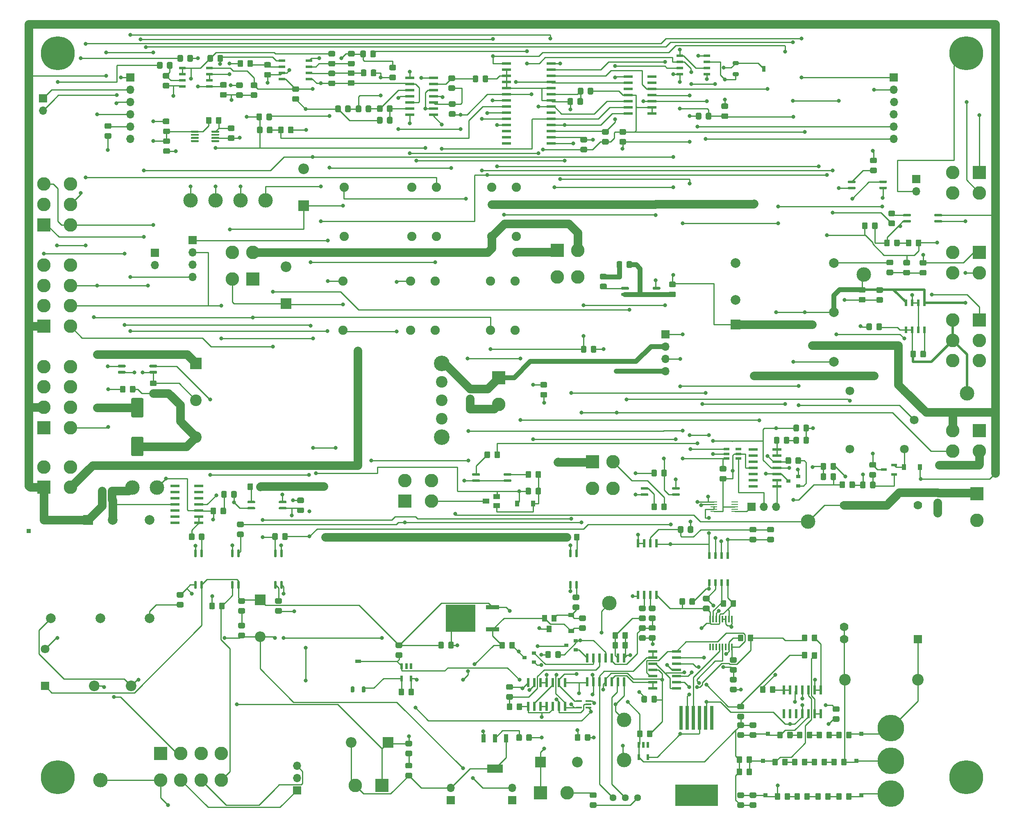
<source format=gbr>
%TF.GenerationSoftware,KiCad,Pcbnew,(5.1.6)-1*%
%TF.CreationDate,2021-02-09T19:00:34-05:00*%
%TF.ProjectId,TSI_Rev.5,5453495f-5265-4762-9e35-2e6b69636164,rev?*%
%TF.SameCoordinates,Original*%
%TF.FileFunction,Copper,L1,Top*%
%TF.FilePolarity,Positive*%
%FSLAX46Y46*%
G04 Gerber Fmt 4.6, Leading zero omitted, Abs format (unit mm)*
G04 Created by KiCad (PCBNEW (5.1.6)-1) date 2021-02-09 19:00:34*
%MOMM*%
%LPD*%
G01*
G04 APERTURE LIST*
%TA.AperFunction,ComponentPad*%
%ADD10C,2.000000*%
%TD*%
%TA.AperFunction,ComponentPad*%
%ADD11R,2.000000X2.000000*%
%TD*%
%TA.AperFunction,SMDPad,CuDef*%
%ADD12R,0.762000X1.270000*%
%TD*%
%TA.AperFunction,SMDPad,CuDef*%
%ADD13R,1.270000X0.762000*%
%TD*%
%TA.AperFunction,ComponentPad*%
%ADD14R,0.850000X0.850000*%
%TD*%
%TA.AperFunction,ComponentPad*%
%ADD15O,1.700000X1.700000*%
%TD*%
%TA.AperFunction,ComponentPad*%
%ADD16R,1.700000X1.700000*%
%TD*%
%TA.AperFunction,ComponentPad*%
%ADD17R,2.800000X2.800000*%
%TD*%
%TA.AperFunction,ComponentPad*%
%ADD18C,2.800000*%
%TD*%
%TA.AperFunction,SMDPad,CuDef*%
%ADD19R,0.600000X1.900000*%
%TD*%
%TA.AperFunction,SMDPad,CuDef*%
%ADD20R,0.410000X1.470000*%
%TD*%
%TA.AperFunction,ComponentPad*%
%ADD21C,1.905000*%
%TD*%
%TA.AperFunction,SMDPad,CuDef*%
%ADD22R,6.090000X5.630000*%
%TD*%
%TA.AperFunction,SMDPad,CuDef*%
%ADD23R,2.830000X0.970000*%
%TD*%
%TA.AperFunction,SMDPad,CuDef*%
%ADD24R,1.900000X0.600000*%
%TD*%
%TA.AperFunction,ComponentPad*%
%ADD25C,1.778000*%
%TD*%
%TA.AperFunction,ComponentPad*%
%ADD26R,1.778000X1.778000*%
%TD*%
%TA.AperFunction,SMDPad,CuDef*%
%ADD27C,3.000000*%
%TD*%
%TA.AperFunction,ComponentPad*%
%ADD28C,2.400000*%
%TD*%
%TA.AperFunction,SMDPad,CuDef*%
%ADD29R,0.900000X1.200000*%
%TD*%
%TA.AperFunction,ComponentPad*%
%ADD30R,2.200000X2.200000*%
%TD*%
%TA.AperFunction,ComponentPad*%
%ADD31O,2.200000X2.200000*%
%TD*%
%TA.AperFunction,SMDPad,CuDef*%
%ADD32R,0.590000X1.210000*%
%TD*%
%TA.AperFunction,ComponentPad*%
%ADD33C,5.500000*%
%TD*%
%TA.AperFunction,SMDPad,CuDef*%
%ADD34R,0.760000X5.000000*%
%TD*%
%TA.AperFunction,SMDPad,CuDef*%
%ADD35R,8.800000X4.500000*%
%TD*%
%TA.AperFunction,ComponentPad*%
%ADD36R,1.800000X1.800000*%
%TD*%
%TA.AperFunction,ComponentPad*%
%ADD37C,1.800000*%
%TD*%
%TA.AperFunction,ComponentPad*%
%ADD38C,2.200000*%
%TD*%
%TA.AperFunction,ComponentPad*%
%ADD39C,1.808000*%
%TD*%
%TA.AperFunction,ComponentPad*%
%ADD40C,3.226000*%
%TD*%
%TA.AperFunction,ComponentPad*%
%ADD41R,2.400000X2.400000*%
%TD*%
%TA.AperFunction,SMDPad,CuDef*%
%ADD42R,1.000000X1.400000*%
%TD*%
%TA.AperFunction,SMDPad,CuDef*%
%ADD43R,0.900000X0.800000*%
%TD*%
%TA.AperFunction,SMDPad,CuDef*%
%ADD44R,1.400000X1.000000*%
%TD*%
%TA.AperFunction,SMDPad,CuDef*%
%ADD45R,1.240000X0.590000*%
%TD*%
%TA.AperFunction,ComponentPad*%
%ADD46C,1.440000*%
%TD*%
%TA.AperFunction,SMDPad,CuDef*%
%ADD47R,1.210000X0.580000*%
%TD*%
%TA.AperFunction,SMDPad,CuDef*%
%ADD48R,1.422400X0.533400*%
%TD*%
%TA.AperFunction,SMDPad,CuDef*%
%ADD49R,0.590000X1.800000*%
%TD*%
%TA.AperFunction,SMDPad,CuDef*%
%ADD50R,0.533400X1.422400*%
%TD*%
%TA.AperFunction,SMDPad,CuDef*%
%ADD51R,3.190000X1.760000*%
%TD*%
%TA.AperFunction,SMDPad,CuDef*%
%ADD52R,0.920000X1.760000*%
%TD*%
%TA.AperFunction,ComponentPad*%
%ADD53C,7.000000*%
%TD*%
%TA.AperFunction,SMDPad,CuDef*%
%ADD54R,1.470000X0.280000*%
%TD*%
%TA.AperFunction,SMDPad,CuDef*%
%ADD55R,1.190000X0.400000*%
%TD*%
%TA.AperFunction,SMDPad,CuDef*%
%ADD56R,1.200000X0.900000*%
%TD*%
%TA.AperFunction,ViaPad*%
%ADD57C,0.800000*%
%TD*%
%TA.AperFunction,Conductor*%
%ADD58C,0.500000*%
%TD*%
%TA.AperFunction,Conductor*%
%ADD59C,0.250000*%
%TD*%
%TA.AperFunction,Conductor*%
%ADD60C,1.000000*%
%TD*%
%TA.AperFunction,Conductor*%
%ADD61C,1.800000*%
%TD*%
G04 APERTURE END LIST*
D10*
%TO.P,PS1,6*%
%TO.N,Net-(PS1-Pad6)*%
X126887600Y-157007400D03*
%TO.P,PS1,5*%
%TO.N,/DC_RELAY-*%
X126887600Y-177307400D03*
%TO.P,PS1,4*%
%TO.N,Net-(PS1-Pad4)*%
X116687600Y-177307400D03*
%TO.P,PS1,3*%
%TO.N,/PC_RELAY+*%
X106487600Y-177307400D03*
%TO.P,PS1,2*%
%TO.N,/AIRS-*%
X119287600Y-157007400D03*
D11*
%TO.P,PS1,1*%
%TO.N,/24V*%
X114187600Y-157007400D03*
%TD*%
D12*
%TO.P,RV4,2*%
%TO.N,Net-(R29-Pad1)*%
X253796800Y-63754000D03*
%TO.P,RV4,3*%
%TA.AperFunction,SMDPad,CuDef*%
G36*
G01*
X248640600Y-62407800D02*
X248640600Y-62814200D01*
G75*
G02*
X248437400Y-63017400I-203200J0D01*
G01*
X247573800Y-63017400D01*
G75*
G02*
X247370600Y-62814200I0J203200D01*
G01*
X247370600Y-62407800D01*
G75*
G02*
X247573800Y-62204600I203200J0D01*
G01*
X248437400Y-62204600D01*
G75*
G02*
X248640600Y-62407800I0J-203200D01*
G01*
G37*
%TD.AperFunction*%
%TO.P,RV4,1*%
%TO.N,Net-(R28-Pad2)*%
%TA.AperFunction,SMDPad,CuDef*%
G36*
G01*
X248640600Y-64693800D02*
X248640600Y-65100200D01*
G75*
G02*
X248437400Y-65303400I-203200J0D01*
G01*
X247573800Y-65303400D01*
G75*
G02*
X247370600Y-65100200I0J203200D01*
G01*
X247370600Y-64693800D01*
G75*
G02*
X247573800Y-64490600I203200J0D01*
G01*
X248437400Y-64490600D01*
G75*
G02*
X248640600Y-64693800I0J-203200D01*
G01*
G37*
%TD.AperFunction*%
%TD*%
D13*
%TO.P,RV5,2*%
%TO.N,/1.24V_REF*%
X169976800Y-186232800D03*
%TO.P,RV5,3*%
%TO.N,Net-(RV5-Pad3)*%
%TA.AperFunction,SMDPad,CuDef*%
G36*
G01*
X168630600Y-191389000D02*
X169037000Y-191389000D01*
G75*
G02*
X169240200Y-191592200I0J-203200D01*
G01*
X169240200Y-192455800D01*
G75*
G02*
X169037000Y-192659000I-203200J0D01*
G01*
X168630600Y-192659000D01*
G75*
G02*
X168427400Y-192455800I0J203200D01*
G01*
X168427400Y-191592200D01*
G75*
G02*
X168630600Y-191389000I203200J0D01*
G01*
G37*
%TD.AperFunction*%
%TO.P,RV5,1*%
%TO.N,Net-(IC4-Pad4)*%
%TA.AperFunction,SMDPad,CuDef*%
G36*
G01*
X170916600Y-191389000D02*
X171323000Y-191389000D01*
G75*
G02*
X171526200Y-191592200I0J-203200D01*
G01*
X171526200Y-192455800D01*
G75*
G02*
X171323000Y-192659000I-203200J0D01*
G01*
X170916600Y-192659000D01*
G75*
G02*
X170713400Y-192455800I0J203200D01*
G01*
X170713400Y-191592200D01*
G75*
G02*
X170916600Y-191389000I203200J0D01*
G01*
G37*
%TD.AperFunction*%
%TD*%
%TO.P,C13,2*%
%TO.N,/AIRS-*%
%TA.AperFunction,SMDPad,CuDef*%
G36*
G01*
X123358400Y-139820400D02*
X125358400Y-139820400D01*
G75*
G02*
X125608400Y-140070400I0J-250000D01*
G01*
X125608400Y-143570400D01*
G75*
G02*
X125358400Y-143820400I-250000J0D01*
G01*
X123358400Y-143820400D01*
G75*
G02*
X123108400Y-143570400I0J250000D01*
G01*
X123108400Y-140070400D01*
G75*
G02*
X123358400Y-139820400I250000J0D01*
G01*
G37*
%TD.AperFunction*%
%TO.P,C13,1*%
%TO.N,/COOL_24V*%
%TA.AperFunction,SMDPad,CuDef*%
G36*
G01*
X123358400Y-131820400D02*
X125358400Y-131820400D01*
G75*
G02*
X125608400Y-132070400I0J-250000D01*
G01*
X125608400Y-135570400D01*
G75*
G02*
X125358400Y-135820400I-250000J0D01*
G01*
X123358400Y-135820400D01*
G75*
G02*
X123108400Y-135570400I0J250000D01*
G01*
X123108400Y-132070400D01*
G75*
G02*
X123358400Y-131820400I250000J0D01*
G01*
G37*
%TD.AperFunction*%
%TD*%
%TO.P,C57,1*%
%TO.N,/24V*%
%TA.AperFunction,SMDPad,CuDef*%
G36*
G01*
X207880799Y-128507800D02*
X208780801Y-128507800D01*
G75*
G02*
X209030800Y-128757799I0J-249999D01*
G01*
X209030800Y-129407801D01*
G75*
G02*
X208780801Y-129657800I-249999J0D01*
G01*
X207880799Y-129657800D01*
G75*
G02*
X207630800Y-129407801I0J249999D01*
G01*
X207630800Y-128757799D01*
G75*
G02*
X207880799Y-128507800I249999J0D01*
G01*
G37*
%TD.AperFunction*%
%TO.P,C57,2*%
%TO.N,/AIRS-*%
%TA.AperFunction,SMDPad,CuDef*%
G36*
G01*
X207880799Y-130557800D02*
X208780801Y-130557800D01*
G75*
G02*
X209030800Y-130807799I0J-249999D01*
G01*
X209030800Y-131457801D01*
G75*
G02*
X208780801Y-131707800I-249999J0D01*
G01*
X207880799Y-131707800D01*
G75*
G02*
X207630800Y-131457801I0J249999D01*
G01*
X207630800Y-130807799D01*
G75*
G02*
X207880799Y-130557800I249999J0D01*
G01*
G37*
%TD.AperFunction*%
%TD*%
D14*
%TO.P,J29,1*%
%TO.N,/AIRS-*%
X101942900Y-159334200D03*
%TD*%
D15*
%TO.P,J23 I2C,2*%
%TO.N,/SCL*%
X104838500Y-72415400D03*
D16*
%TO.P,J23 I2C,1*%
%TO.N,/SDA*%
X104838500Y-69875400D03*
%TD*%
D15*
%TO.P,J21,4*%
%TO.N,/Brake_Light*%
X233514900Y-126238000D03*
%TO.P,J21,3*%
%TO.N,/BOT_Out*%
X233514900Y-123698000D03*
%TO.P,J21,2*%
%TO.N,/12V_Cooling*%
X233514900Y-121158000D03*
D16*
%TO.P,J21,1*%
%TO.N,/Drive_BTN*%
X233514900Y-118618000D03*
%TD*%
D15*
%TO.P,J19,4*%
%TO.N,/Throttle_SEL*%
X135737600Y-106832400D03*
%TO.P,J19,3*%
%TO.N,/IMD_Status*%
X135737600Y-104292400D03*
%TO.P,J19,2*%
%TO.N,/TSAL*%
X135737600Y-101752400D03*
D16*
%TO.P,J19,1*%
%TO.N,/SL1_In*%
X135737600Y-99212400D03*
%TD*%
D10*
%TO.P,U41,6*%
%TO.N,Net-(U41-Pad6)*%
X247972420Y-103912040D03*
%TO.P,U41,5*%
%TO.N,/AIRS-*%
X268272420Y-103912040D03*
%TO.P,U41,4*%
%TO.N,/5V*%
X268272420Y-114112040D03*
%TO.P,U41,3*%
%TO.N,/10V*%
X268272420Y-124312040D03*
%TO.P,U41,2*%
%TO.N,/AIRS-*%
X247972420Y-111512040D03*
D11*
%TO.P,U41,1*%
%TO.N,/24V*%
X247972420Y-116612040D03*
%TD*%
D15*
%TO.P,J13.2 Logic,6*%
%TO.N,/PC_Ready*%
X280672540Y-78257400D03*
%TO.P,J13.2 Logic,5*%
%TO.N,/RTDS_CTRL*%
X280672540Y-75717400D03*
%TO.P,J13.2 Logic,4*%
%TO.N,/BP_CAN+*%
X280672540Y-73177400D03*
%TO.P,J13.2 Logic,3*%
%TO.N,/BP_CAN-*%
X280697940Y-70637400D03*
%TO.P,J13.2 Logic,2*%
%TO.N,/SR_CTRL*%
X280672540Y-68097400D03*
D16*
%TO.P,J13.2 Logic,1*%
%TO.N,/AMS_FAULT_LED*%
X280672540Y-65557400D03*
%TD*%
D17*
%TO.P,J9 GLV,1*%
%TO.N,/24V*%
X105041700Y-150266400D03*
D18*
%TO.P,J9 GLV,2*%
%TO.N,/AIRS-*%
X105041700Y-146066400D03*
%TO.P,J9 GLV,3*%
%TO.N,/SL1_In*%
X110541700Y-150266400D03*
%TO.P,J9 GLV,4*%
%TO.N,/COOL_24V*%
X110541700Y-146066400D03*
%TD*%
D19*
%TO.P,U19,1*%
%TO.N,/PCDC_Circuit/TSV_Ready*%
X212699600Y-190610400D03*
%TO.P,U19,2*%
%TO.N,/PCDC_Circuit/PC_AND_SL_READY*%
X211429600Y-190610400D03*
%TO.P,U19,3*%
%TO.N,Net-(U19-Pad3)*%
X210159600Y-190610400D03*
%TO.P,U19,4*%
%TO.N,/PCDC_Circuit/Safety_Loop_HV*%
X208889600Y-190610400D03*
%TO.P,U19,5*%
X207619600Y-190610400D03*
%TO.P,U19,6*%
%TO.N,Net-(U19-Pad13)*%
X206349600Y-190610400D03*
%TO.P,U19,7*%
%TO.N,/DC_RELAY-*%
X205079600Y-190610400D03*
%TO.P,U19,8*%
%TO.N,Net-(R4-Pad2)*%
X205079600Y-195520400D03*
%TO.P,U19,9*%
%TO.N,Net-(U19-Pad3)*%
X206349600Y-195520400D03*
%TO.P,U19,10*%
%TO.N,Net-(U19-Pad10)*%
X207619600Y-195520400D03*
%TO.P,U19,11*%
X208889600Y-195520400D03*
%TO.P,U19,12*%
%TO.N,Net-(R4-Pad2)*%
X210159600Y-195520400D03*
%TO.P,U19,13*%
%TO.N,Net-(U19-Pad13)*%
X211429600Y-195520400D03*
%TO.P,U19,14*%
%TO.N,/5HV*%
X212699600Y-195520400D03*
%TD*%
%TO.P,U40,14*%
%TO.N,Net-(Q5-Pad1)*%
X217271600Y-185530400D03*
%TO.P,U40,13*%
%TO.N,/PCDC_Circuit/3.3_VREF*%
X218541600Y-185530400D03*
%TO.P,U40,12*%
%TO.N,Net-(C54-Pad1)*%
X219811600Y-185530400D03*
%TO.P,U40,11*%
%TO.N,/DC_RELAY-*%
X221081600Y-185530400D03*
%TO.P,U40,10*%
%TO.N,Net-(C46-Pad2)*%
X222351600Y-185530400D03*
%TO.P,U40,9*%
%TO.N,Net-(C47-Pad2)*%
X223621600Y-185530400D03*
%TO.P,U40,8*%
%TO.N,/Throttle_HV*%
X224891600Y-185530400D03*
%TO.P,U40,7*%
%TO.N,/PCDC_Circuit/PC_Ready_HV*%
X224891600Y-190440400D03*
%TO.P,U40,6*%
%TO.N,Net-(RV3-Pad2)*%
X223621600Y-190440400D03*
%TO.P,U40,5*%
%TO.N,Net-(U21-Pad13)*%
X222351600Y-190440400D03*
%TO.P,U40,4*%
%TO.N,/5HV*%
X221081600Y-190440400D03*
%TO.P,U40,3*%
%TO.N,Net-(RV3-Pad3)*%
X219811600Y-190440400D03*
%TO.P,U40,2*%
%TO.N,/1.24V_REF*%
X218541600Y-190440400D03*
%TO.P,U40,1*%
%TO.N,/PCDC_Circuit/TSV_Ready*%
X217271600Y-190440400D03*
%TD*%
D20*
%TO.P,U25,16*%
%TO.N,/5HV*%
X242682600Y-177495400D03*
%TO.P,U25,15*%
%TO.N,/Sensors_Throttle_Voltage/SDA_HV*%
X243332600Y-177495400D03*
%TO.P,U25,14*%
%TO.N,/Sensors_Throttle_Voltage/SCL_HV*%
X243982600Y-177495400D03*
%TO.P,U25,13*%
%TO.N,/5HV*%
X244632600Y-177495400D03*
%TO.P,U25,12*%
%TO.N,/DC_RELAY-*%
X245282600Y-177495400D03*
%TO.P,U25,11*%
X245932600Y-177495400D03*
%TO.P,U25,10*%
%TO.N,/5HV*%
X246582600Y-177495400D03*
%TO.P,U25,9*%
%TO.N,/DC_RELAY-*%
X247232600Y-177495400D03*
%TO.P,U25,8*%
%TO.N,/MC_Voltage*%
X247232600Y-183235400D03*
%TO.P,U25,7*%
%TO.N,/TSV_Voltage*%
X246582600Y-183235400D03*
%TO.P,U25,6*%
%TO.N,Net-(U25-Pad6)*%
X245932600Y-183235400D03*
%TO.P,U25,5*%
%TO.N,/A1_HV*%
X245282600Y-183235400D03*
%TO.P,U25,4*%
%TO.N,/A2_HV*%
X244632600Y-183235400D03*
%TO.P,U25,3*%
%TO.N,Net-(U25-Pad3)*%
X243982600Y-183235400D03*
%TO.P,U25,2*%
%TO.N,Net-(U25-Pad2)*%
X243332600Y-183235400D03*
%TO.P,U25,1*%
%TO.N,Net-(U25-Pad1)*%
X242682600Y-183235400D03*
%TD*%
D21*
%TO.P,K3,10*%
%TO.N,/SL1_In*%
X166852600Y-107657900D03*
%TO.P,K3,9*%
%TO.N,/IMD_Button_RTN*%
X180822600Y-107657900D03*
%TO.P,K3,8*%
%TO.N,/IMD_FAULT_LED*%
X185915300Y-107657900D03*
%TO.P,K3,7*%
%TO.N,/CAN_GLV_POWER/SL1_IMD_Out*%
X197345300Y-107657900D03*
%TO.P,K3,6*%
%TO.N,/24V*%
X202425300Y-107657900D03*
%TO.P,K3,5*%
%TO.N,Net-(K3-Pad5)*%
X202425300Y-117817900D03*
%TO.P,K3,4*%
%TO.N,/IMD_Status*%
X197345300Y-117817900D03*
%TO.P,K3,3*%
%TO.N,Net-(K3-Pad3)*%
X185915300Y-117817900D03*
%TO.P,K3,2*%
%TO.N,/AIRS-*%
X180822600Y-117817900D03*
%TO.P,K3,1*%
%TO.N,/IMD_Button_RTN*%
X166852600Y-117817900D03*
%TD*%
%TO.P,R66,2*%
%TO.N,Net-(C47-Pad2)*%
%TA.AperFunction,SMDPad,CuDef*%
G36*
G01*
X223679600Y-182455399D02*
X223679600Y-183355401D01*
G75*
G02*
X223429601Y-183605400I-249999J0D01*
G01*
X222779599Y-183605400D01*
G75*
G02*
X222529600Y-183355401I0J249999D01*
G01*
X222529600Y-182455399D01*
G75*
G02*
X222779599Y-182205400I249999J0D01*
G01*
X223429601Y-182205400D01*
G75*
G02*
X223679600Y-182455399I0J-249999D01*
G01*
G37*
%TD.AperFunction*%
%TO.P,R66,1*%
%TO.N,/Throttle_HV*%
%TA.AperFunction,SMDPad,CuDef*%
G36*
G01*
X225729600Y-182455399D02*
X225729600Y-183355401D01*
G75*
G02*
X225479601Y-183605400I-249999J0D01*
G01*
X224829599Y-183605400D01*
G75*
G02*
X224579600Y-183355401I0J249999D01*
G01*
X224579600Y-182455399D01*
G75*
G02*
X224829599Y-182205400I249999J0D01*
G01*
X225479601Y-182205400D01*
G75*
G02*
X225729600Y-182455399I0J-249999D01*
G01*
G37*
%TD.AperFunction*%
%TD*%
D15*
%TO.P,JP3,2*%
%TO.N,/Chassis_GND*%
X285318200Y-89090500D03*
D16*
%TO.P,JP3,1*%
%TO.N,/CAN_Shield*%
X285318200Y-86550500D03*
%TD*%
D22*
%TO.P,U10,2*%
%TO.N,/DC_RELAY-*%
X191139600Y-177317400D03*
D23*
%TO.P,U10,3*%
%TO.N,/5HV*%
X197789600Y-175027400D03*
%TO.P,U10,1*%
%TO.N,/PC_RELAY+*%
X197789600Y-179607400D03*
%TD*%
%TO.P,C9,1*%
%TO.N,Net-(C9-Pad1)*%
%TA.AperFunction,SMDPad,CuDef*%
G36*
G01*
X251374600Y-208617399D02*
X251374600Y-209517401D01*
G75*
G02*
X251124601Y-209767400I-249999J0D01*
G01*
X250474599Y-209767400D01*
G75*
G02*
X250224600Y-209517401I0J249999D01*
G01*
X250224600Y-208617399D01*
G75*
G02*
X250474599Y-208367400I249999J0D01*
G01*
X251124601Y-208367400D01*
G75*
G02*
X251374600Y-208617399I0J-249999D01*
G01*
G37*
%TD.AperFunction*%
%TO.P,C9,2*%
%TO.N,/1.24V_REF*%
%TA.AperFunction,SMDPad,CuDef*%
G36*
G01*
X249324600Y-208617399D02*
X249324600Y-209517401D01*
G75*
G02*
X249074601Y-209767400I-249999J0D01*
G01*
X248424599Y-209767400D01*
G75*
G02*
X248174600Y-209517401I0J249999D01*
G01*
X248174600Y-208617399D01*
G75*
G02*
X248424599Y-208367400I249999J0D01*
G01*
X249074601Y-208367400D01*
G75*
G02*
X249324600Y-208617399I0J-249999D01*
G01*
G37*
%TD.AperFunction*%
%TD*%
%TO.P,R16,1*%
%TO.N,/1.24V_REF*%
%TA.AperFunction,SMDPad,CuDef*%
G36*
G01*
X248174600Y-206977401D02*
X248174600Y-206077399D01*
G75*
G02*
X248424599Y-205827400I249999J0D01*
G01*
X249074601Y-205827400D01*
G75*
G02*
X249324600Y-206077399I0J-249999D01*
G01*
X249324600Y-206977401D01*
G75*
G02*
X249074601Y-207227400I-249999J0D01*
G01*
X248424599Y-207227400D01*
G75*
G02*
X248174600Y-206977401I0J249999D01*
G01*
G37*
%TD.AperFunction*%
%TO.P,R16,2*%
%TO.N,Net-(C9-Pad1)*%
%TA.AperFunction,SMDPad,CuDef*%
G36*
G01*
X250224600Y-206977401D02*
X250224600Y-206077399D01*
G75*
G02*
X250474599Y-205827400I249999J0D01*
G01*
X251124601Y-205827400D01*
G75*
G02*
X251374600Y-206077399I0J-249999D01*
G01*
X251374600Y-206977401D01*
G75*
G02*
X251124601Y-207227400I-249999J0D01*
G01*
X250474599Y-207227400D01*
G75*
G02*
X250224600Y-206977401I0J249999D01*
G01*
G37*
%TD.AperFunction*%
%TD*%
D24*
%TO.P,U21,1*%
%TO.N,/TSV_Voltage*%
X235728600Y-191795400D03*
%TO.P,U21,2*%
%TO.N,Net-(R90-Pad1)*%
X235728600Y-190525400D03*
%TO.P,U21,3*%
%TO.N,Net-(R91-Pad2)*%
X235728600Y-189255400D03*
%TO.P,U21,4*%
%TO.N,/DC_RELAY-*%
X235728600Y-187985400D03*
%TO.P,U21,5*%
%TO.N,Net-(R89-Pad1)*%
X235728600Y-186715400D03*
%TO.P,U21,6*%
%TO.N,Net-(R95-Pad2)*%
X235728600Y-185445400D03*
%TO.P,U21,7*%
%TO.N,/MC_Voltage*%
X235728600Y-184175400D03*
%TO.P,U21,8*%
%TO.N,Net-(RV3-Pad3)*%
X230818600Y-184175400D03*
%TO.P,U21,9*%
X230818600Y-185445400D03*
%TO.P,U21,10*%
%TO.N,/TSV_Voltage*%
X230818600Y-186715400D03*
%TO.P,U21,11*%
%TO.N,/5HV*%
X230818600Y-187985400D03*
%TO.P,U21,12*%
%TO.N,/MC_Voltage*%
X230818600Y-189255400D03*
%TO.P,U21,13*%
%TO.N,Net-(U21-Pad13)*%
X230818600Y-190525400D03*
%TO.P,U21,14*%
X230818600Y-191795400D03*
%TD*%
D15*
%TO.P,J13.1 Logic,6*%
%TO.N,/Throttle_SEL*%
X122908060Y-78257400D03*
%TO.P,J13.1 Logic,5*%
%TO.N,/Cooling_CTRL*%
X122933460Y-75717400D03*
%TO.P,J13.1 Logic,4*%
%TO.N,/Safety_Loop*%
X122933460Y-73177400D03*
%TO.P,J13.1 Logic,3*%
%TO.N,/5V_ISO_RTN*%
X122933460Y-70637400D03*
%TO.P,J13.1 Logic,2*%
%TO.N,/SDA*%
X122933460Y-68097400D03*
D16*
%TO.P,J13.1 Logic,1*%
%TO.N,/SCL*%
X122933460Y-65557400D03*
%TD*%
D25*
%TO.P,U1,12*%
%TO.N,/AIRS-*%
X285597600Y-153949400D03*
%TO.P,U1,13*%
%TO.N,/TSAL*%
X270357600Y-153949400D03*
%TO.P,U1,23*%
%TO.N,/HV-*%
X270357600Y-179095400D03*
%TO.P,U1,24*%
X270357600Y-181635400D03*
D26*
%TO.P,U1,1*%
%TO.N,/HV+*%
X285597600Y-181635400D03*
%TD*%
D27*
%TO.P,TP11,1*%
%TO.N,/3.3V*%
X295760140Y-130804920D03*
%TD*%
%TO.P,TP10,1*%
%TO.N,/5V*%
X274447000Y-106273600D03*
%TD*%
%TO.P,C2,2*%
%TO.N,/AIRS-*%
%TA.AperFunction,SMDPad,CuDef*%
G36*
G01*
X118551000Y-151427601D02*
X118551000Y-150527599D01*
G75*
G02*
X118800999Y-150277600I249999J0D01*
G01*
X119451001Y-150277600D01*
G75*
G02*
X119701000Y-150527599I0J-249999D01*
G01*
X119701000Y-151427601D01*
G75*
G02*
X119451001Y-151677600I-249999J0D01*
G01*
X118800999Y-151677600D01*
G75*
G02*
X118551000Y-151427601I0J249999D01*
G01*
G37*
%TD.AperFunction*%
%TO.P,C2,1*%
%TO.N,/24V*%
%TA.AperFunction,SMDPad,CuDef*%
G36*
G01*
X116501000Y-151427601D02*
X116501000Y-150527599D01*
G75*
G02*
X116750999Y-150277600I249999J0D01*
G01*
X117401001Y-150277600D01*
G75*
G02*
X117651000Y-150527599I0J-249999D01*
G01*
X117651000Y-151427601D01*
G75*
G02*
X117401001Y-151677600I-249999J0D01*
G01*
X116750999Y-151677600D01*
G75*
G02*
X116501000Y-151427601I0J249999D01*
G01*
G37*
%TD.AperFunction*%
%TD*%
%TO.P,C3,1*%
%TO.N,/10V*%
%TA.AperFunction,SMDPad,CuDef*%
G36*
G01*
X156611699Y-67392000D02*
X157511701Y-67392000D01*
G75*
G02*
X157761700Y-67641999I0J-249999D01*
G01*
X157761700Y-68292001D01*
G75*
G02*
X157511701Y-68542000I-249999J0D01*
G01*
X156611699Y-68542000D01*
G75*
G02*
X156361700Y-68292001I0J249999D01*
G01*
X156361700Y-67641999D01*
G75*
G02*
X156611699Y-67392000I249999J0D01*
G01*
G37*
%TD.AperFunction*%
%TO.P,C3,2*%
%TO.N,/AIRS-*%
%TA.AperFunction,SMDPad,CuDef*%
G36*
G01*
X156611699Y-69442000D02*
X157511701Y-69442000D01*
G75*
G02*
X157761700Y-69691999I0J-249999D01*
G01*
X157761700Y-70342001D01*
G75*
G02*
X157511701Y-70592000I-249999J0D01*
G01*
X156611699Y-70592000D01*
G75*
G02*
X156361700Y-70342001I0J249999D01*
G01*
X156361700Y-69691999D01*
G75*
G02*
X156611699Y-69442000I249999J0D01*
G01*
G37*
%TD.AperFunction*%
%TD*%
%TO.P,C4,1*%
%TO.N,Net-(C4-Pad1)*%
%TA.AperFunction,SMDPad,CuDef*%
G36*
G01*
X251111599Y-213309400D02*
X252011601Y-213309400D01*
G75*
G02*
X252261600Y-213559399I0J-249999D01*
G01*
X252261600Y-214209401D01*
G75*
G02*
X252011601Y-214459400I-249999J0D01*
G01*
X251111599Y-214459400D01*
G75*
G02*
X250861600Y-214209401I0J249999D01*
G01*
X250861600Y-213559399D01*
G75*
G02*
X251111599Y-213309400I249999J0D01*
G01*
G37*
%TD.AperFunction*%
%TO.P,C4,2*%
%TO.N,/1.24V_REF*%
%TA.AperFunction,SMDPad,CuDef*%
G36*
G01*
X251111599Y-215359400D02*
X252011601Y-215359400D01*
G75*
G02*
X252261600Y-215609399I0J-249999D01*
G01*
X252261600Y-216259401D01*
G75*
G02*
X252011601Y-216509400I-249999J0D01*
G01*
X251111599Y-216509400D01*
G75*
G02*
X250861600Y-216259401I0J249999D01*
G01*
X250861600Y-215609399D01*
G75*
G02*
X251111599Y-215359400I249999J0D01*
G01*
G37*
%TD.AperFunction*%
%TD*%
%TO.P,C6,1*%
%TO.N,Net-(C6-Pad1)*%
%TA.AperFunction,SMDPad,CuDef*%
G36*
G01*
X280294501Y-106426960D02*
X279394499Y-106426960D01*
G75*
G02*
X279144500Y-106176961I0J249999D01*
G01*
X279144500Y-105526959D01*
G75*
G02*
X279394499Y-105276960I249999J0D01*
G01*
X280294501Y-105276960D01*
G75*
G02*
X280544500Y-105526959I0J-249999D01*
G01*
X280544500Y-106176961D01*
G75*
G02*
X280294501Y-106426960I-249999J0D01*
G01*
G37*
%TD.AperFunction*%
%TO.P,C6,2*%
%TO.N,/AIRS-*%
%TA.AperFunction,SMDPad,CuDef*%
G36*
G01*
X280294501Y-104376960D02*
X279394499Y-104376960D01*
G75*
G02*
X279144500Y-104126961I0J249999D01*
G01*
X279144500Y-103476959D01*
G75*
G02*
X279394499Y-103226960I249999J0D01*
G01*
X280294501Y-103226960D01*
G75*
G02*
X280544500Y-103476959I0J-249999D01*
G01*
X280544500Y-104126961D01*
G75*
G02*
X280294501Y-104376960I-249999J0D01*
G01*
G37*
%TD.AperFunction*%
%TD*%
%TO.P,C7,2*%
%TO.N,Net-(C7-Pad2)*%
%TA.AperFunction,SMDPad,CuDef*%
G36*
G01*
X168975801Y-65242000D02*
X168075799Y-65242000D01*
G75*
G02*
X167825800Y-64992001I0J249999D01*
G01*
X167825800Y-64341999D01*
G75*
G02*
X168075799Y-64092000I249999J0D01*
G01*
X168975801Y-64092000D01*
G75*
G02*
X169225800Y-64341999I0J-249999D01*
G01*
X169225800Y-64992001D01*
G75*
G02*
X168975801Y-65242000I-249999J0D01*
G01*
G37*
%TD.AperFunction*%
%TO.P,C7,1*%
%TO.N,/TSI-TP/APPS1_ISO*%
%TA.AperFunction,SMDPad,CuDef*%
G36*
G01*
X168975801Y-67292000D02*
X168075799Y-67292000D01*
G75*
G02*
X167825800Y-67042001I0J249999D01*
G01*
X167825800Y-66391999D01*
G75*
G02*
X168075799Y-66142000I249999J0D01*
G01*
X168975801Y-66142000D01*
G75*
G02*
X169225800Y-66391999I0J-249999D01*
G01*
X169225800Y-67042001D01*
G75*
G02*
X168975801Y-67292000I-249999J0D01*
G01*
G37*
%TD.AperFunction*%
%TD*%
%TO.P,C8,2*%
%TO.N,/AIRS-*%
%TA.AperFunction,SMDPad,CuDef*%
G36*
G01*
X129839299Y-66697120D02*
X130739301Y-66697120D01*
G75*
G02*
X130989300Y-66947119I0J-249999D01*
G01*
X130989300Y-67597121D01*
G75*
G02*
X130739301Y-67847120I-249999J0D01*
G01*
X129839299Y-67847120D01*
G75*
G02*
X129589300Y-67597121I0J249999D01*
G01*
X129589300Y-66947119D01*
G75*
G02*
X129839299Y-66697120I249999J0D01*
G01*
G37*
%TD.AperFunction*%
%TO.P,C8,1*%
%TO.N,Net-(C8-Pad1)*%
%TA.AperFunction,SMDPad,CuDef*%
G36*
G01*
X129839299Y-64647120D02*
X130739301Y-64647120D01*
G75*
G02*
X130989300Y-64897119I0J-249999D01*
G01*
X130989300Y-65547121D01*
G75*
G02*
X130739301Y-65797120I-249999J0D01*
G01*
X129839299Y-65797120D01*
G75*
G02*
X129589300Y-65547121I0J249999D01*
G01*
X129589300Y-64897119D01*
G75*
G02*
X129839299Y-64647120I249999J0D01*
G01*
G37*
%TD.AperFunction*%
%TD*%
%TO.P,C10,1*%
%TO.N,/APPS1_RTN*%
%TA.AperFunction,SMDPad,CuDef*%
G36*
G01*
X129938359Y-78154840D02*
X130838361Y-78154840D01*
G75*
G02*
X131088360Y-78404839I0J-249999D01*
G01*
X131088360Y-79054841D01*
G75*
G02*
X130838361Y-79304840I-249999J0D01*
G01*
X129938359Y-79304840D01*
G75*
G02*
X129688360Y-79054841I0J249999D01*
G01*
X129688360Y-78404839D01*
G75*
G02*
X129938359Y-78154840I249999J0D01*
G01*
G37*
%TD.AperFunction*%
%TO.P,C10,2*%
%TO.N,/AIRS-*%
%TA.AperFunction,SMDPad,CuDef*%
G36*
G01*
X129938359Y-80204840D02*
X130838361Y-80204840D01*
G75*
G02*
X131088360Y-80454839I0J-249999D01*
G01*
X131088360Y-81104841D01*
G75*
G02*
X130838361Y-81354840I-249999J0D01*
G01*
X129938359Y-81354840D01*
G75*
G02*
X129688360Y-81104841I0J249999D01*
G01*
X129688360Y-80454839D01*
G75*
G02*
X129938359Y-80204840I249999J0D01*
G01*
G37*
%TD.AperFunction*%
%TD*%
%TO.P,C11,2*%
%TO.N,/AIRS-*%
%TA.AperFunction,SMDPad,CuDef*%
G36*
G01*
X148011699Y-68642000D02*
X148911701Y-68642000D01*
G75*
G02*
X149161700Y-68891999I0J-249999D01*
G01*
X149161700Y-69542001D01*
G75*
G02*
X148911701Y-69792000I-249999J0D01*
G01*
X148011699Y-69792000D01*
G75*
G02*
X147761700Y-69542001I0J249999D01*
G01*
X147761700Y-68891999D01*
G75*
G02*
X148011699Y-68642000I249999J0D01*
G01*
G37*
%TD.AperFunction*%
%TO.P,C11,1*%
%TO.N,/10V*%
%TA.AperFunction,SMDPad,CuDef*%
G36*
G01*
X148011699Y-66592000D02*
X148911701Y-66592000D01*
G75*
G02*
X149161700Y-66841999I0J-249999D01*
G01*
X149161700Y-67492001D01*
G75*
G02*
X148911701Y-67742000I-249999J0D01*
G01*
X148011699Y-67742000D01*
G75*
G02*
X147761700Y-67492001I0J249999D01*
G01*
X147761700Y-66841999D01*
G75*
G02*
X148011699Y-66592000I249999J0D01*
G01*
G37*
%TD.AperFunction*%
%TD*%
%TO.P,C12,1*%
%TO.N,/PC_RELAY+*%
%TA.AperFunction,SMDPad,CuDef*%
G36*
G01*
X199161600Y-183355401D02*
X199161600Y-182455399D01*
G75*
G02*
X199411599Y-182205400I249999J0D01*
G01*
X200061601Y-182205400D01*
G75*
G02*
X200311600Y-182455399I0J-249999D01*
G01*
X200311600Y-183355401D01*
G75*
G02*
X200061601Y-183605400I-249999J0D01*
G01*
X199411599Y-183605400D01*
G75*
G02*
X199161600Y-183355401I0J249999D01*
G01*
G37*
%TD.AperFunction*%
%TO.P,C12,2*%
%TO.N,/DC_RELAY-*%
%TA.AperFunction,SMDPad,CuDef*%
G36*
G01*
X201211600Y-183355401D02*
X201211600Y-182455399D01*
G75*
G02*
X201461599Y-182205400I249999J0D01*
G01*
X202111601Y-182205400D01*
G75*
G02*
X202361600Y-182455399I0J-249999D01*
G01*
X202361600Y-183355401D01*
G75*
G02*
X202111601Y-183605400I-249999J0D01*
G01*
X201461599Y-183605400D01*
G75*
G02*
X201211600Y-183355401I0J249999D01*
G01*
G37*
%TD.AperFunction*%
%TD*%
D28*
%TO.P,C14,1*%
%TO.N,/HV+*%
X285597600Y-190017400D03*
%TO.P,C14,2*%
%TO.N,/HV-*%
X270597600Y-190017400D03*
%TD*%
%TO.P,C15,1*%
%TO.N,Net-(C15-Pad1)*%
%TA.AperFunction,SMDPad,CuDef*%
G36*
G01*
X141690939Y-66531800D02*
X142590941Y-66531800D01*
G75*
G02*
X142840940Y-66781799I0J-249999D01*
G01*
X142840940Y-67431801D01*
G75*
G02*
X142590941Y-67681800I-249999J0D01*
G01*
X141690939Y-67681800D01*
G75*
G02*
X141440940Y-67431801I0J249999D01*
G01*
X141440940Y-66781799D01*
G75*
G02*
X141690939Y-66531800I249999J0D01*
G01*
G37*
%TD.AperFunction*%
%TO.P,C15,2*%
%TO.N,/AIRS-*%
%TA.AperFunction,SMDPad,CuDef*%
G36*
G01*
X141690939Y-68581800D02*
X142590941Y-68581800D01*
G75*
G02*
X142840940Y-68831799I0J-249999D01*
G01*
X142840940Y-69481801D01*
G75*
G02*
X142590941Y-69731800I-249999J0D01*
G01*
X141690939Y-69731800D01*
G75*
G02*
X141440940Y-69481801I0J249999D01*
G01*
X141440940Y-68831799D01*
G75*
G02*
X141690939Y-68581800I249999J0D01*
G01*
G37*
%TD.AperFunction*%
%TD*%
%TO.P,C16,2*%
%TO.N,/AIRS-*%
%TA.AperFunction,SMDPad,CuDef*%
G36*
G01*
X166386700Y-71616999D02*
X166386700Y-72517001D01*
G75*
G02*
X166136701Y-72767000I-249999J0D01*
G01*
X165486699Y-72767000D01*
G75*
G02*
X165236700Y-72517001I0J249999D01*
G01*
X165236700Y-71616999D01*
G75*
G02*
X165486699Y-71367000I249999J0D01*
G01*
X166136701Y-71367000D01*
G75*
G02*
X166386700Y-71616999I0J-249999D01*
G01*
G37*
%TD.AperFunction*%
%TO.P,C16,1*%
%TO.N,/5V*%
%TA.AperFunction,SMDPad,CuDef*%
G36*
G01*
X168436700Y-71616999D02*
X168436700Y-72517001D01*
G75*
G02*
X168186701Y-72767000I-249999J0D01*
G01*
X167536699Y-72767000D01*
G75*
G02*
X167286700Y-72517001I0J249999D01*
G01*
X167286700Y-71616999D01*
G75*
G02*
X167536699Y-71367000I249999J0D01*
G01*
X168186701Y-71367000D01*
G75*
G02*
X168436700Y-71616999I0J-249999D01*
G01*
G37*
%TD.AperFunction*%
%TD*%
%TO.P,C17,1*%
%TO.N,/TSAL*%
%TA.AperFunction,SMDPad,CuDef*%
G36*
G01*
X289262399Y-150791000D02*
X290162401Y-150791000D01*
G75*
G02*
X290412400Y-151040999I0J-249999D01*
G01*
X290412400Y-151691001D01*
G75*
G02*
X290162401Y-151941000I-249999J0D01*
G01*
X289262399Y-151941000D01*
G75*
G02*
X289012400Y-151691001I0J249999D01*
G01*
X289012400Y-151040999D01*
G75*
G02*
X289262399Y-150791000I249999J0D01*
G01*
G37*
%TD.AperFunction*%
%TO.P,C17,2*%
%TO.N,/AIRS-*%
%TA.AperFunction,SMDPad,CuDef*%
G36*
G01*
X289262399Y-152841000D02*
X290162401Y-152841000D01*
G75*
G02*
X290412400Y-153090999I0J-249999D01*
G01*
X290412400Y-153741001D01*
G75*
G02*
X290162401Y-153991000I-249999J0D01*
G01*
X289262399Y-153991000D01*
G75*
G02*
X289012400Y-153741001I0J249999D01*
G01*
X289012400Y-153090999D01*
G75*
G02*
X289262399Y-152841000I249999J0D01*
G01*
G37*
%TD.AperFunction*%
%TD*%
%TO.P,C18,1*%
%TO.N,/12V_Cooling*%
%TA.AperFunction,SMDPad,CuDef*%
G36*
G01*
X192653499Y-129328000D02*
X193553501Y-129328000D01*
G75*
G02*
X193803500Y-129577999I0J-249999D01*
G01*
X193803500Y-130228001D01*
G75*
G02*
X193553501Y-130478000I-249999J0D01*
G01*
X192653499Y-130478000D01*
G75*
G02*
X192403500Y-130228001I0J249999D01*
G01*
X192403500Y-129577999D01*
G75*
G02*
X192653499Y-129328000I249999J0D01*
G01*
G37*
%TD.AperFunction*%
%TO.P,C18,2*%
%TO.N,/AIRS-*%
%TA.AperFunction,SMDPad,CuDef*%
G36*
G01*
X192653499Y-131378000D02*
X193553501Y-131378000D01*
G75*
G02*
X193803500Y-131627999I0J-249999D01*
G01*
X193803500Y-132278001D01*
G75*
G02*
X193553501Y-132528000I-249999J0D01*
G01*
X192653499Y-132528000D01*
G75*
G02*
X192403500Y-132278001I0J249999D01*
G01*
X192403500Y-131627999D01*
G75*
G02*
X192653499Y-131378000I249999J0D01*
G01*
G37*
%TD.AperFunction*%
%TD*%
%TO.P,C19,2*%
%TO.N,/AIRS-*%
%TA.AperFunction,SMDPad,CuDef*%
G36*
G01*
X276161700Y-96667001D02*
X276161700Y-95766999D01*
G75*
G02*
X276411699Y-95517000I249999J0D01*
G01*
X277061701Y-95517000D01*
G75*
G02*
X277311700Y-95766999I0J-249999D01*
G01*
X277311700Y-96667001D01*
G75*
G02*
X277061701Y-96917000I-249999J0D01*
G01*
X276411699Y-96917000D01*
G75*
G02*
X276161700Y-96667001I0J249999D01*
G01*
G37*
%TD.AperFunction*%
%TO.P,C19,1*%
%TO.N,/3.3V*%
%TA.AperFunction,SMDPad,CuDef*%
G36*
G01*
X274111700Y-96667001D02*
X274111700Y-95766999D01*
G75*
G02*
X274361699Y-95517000I249999J0D01*
G01*
X275011701Y-95517000D01*
G75*
G02*
X275261700Y-95766999I0J-249999D01*
G01*
X275261700Y-96667001D01*
G75*
G02*
X275011701Y-96917000I-249999J0D01*
G01*
X274361699Y-96917000D01*
G75*
G02*
X274111700Y-96667001I0J249999D01*
G01*
G37*
%TD.AperFunction*%
%TD*%
%TO.P,C20,2*%
%TO.N,/DC_RELAY-*%
%TA.AperFunction,SMDPad,CuDef*%
G36*
G01*
X268281999Y-197563000D02*
X269182001Y-197563000D01*
G75*
G02*
X269432000Y-197812999I0J-249999D01*
G01*
X269432000Y-198463001D01*
G75*
G02*
X269182001Y-198713000I-249999J0D01*
G01*
X268281999Y-198713000D01*
G75*
G02*
X268032000Y-198463001I0J249999D01*
G01*
X268032000Y-197812999D01*
G75*
G02*
X268281999Y-197563000I249999J0D01*
G01*
G37*
%TD.AperFunction*%
%TO.P,C20,1*%
%TO.N,/5HV*%
%TA.AperFunction,SMDPad,CuDef*%
G36*
G01*
X268281999Y-195513000D02*
X269182001Y-195513000D01*
G75*
G02*
X269432000Y-195762999I0J-249999D01*
G01*
X269432000Y-196413001D01*
G75*
G02*
X269182001Y-196663000I-249999J0D01*
G01*
X268281999Y-196663000D01*
G75*
G02*
X268032000Y-196413001I0J249999D01*
G01*
X268032000Y-195762999D01*
G75*
G02*
X268281999Y-195513000I249999J0D01*
G01*
G37*
%TD.AperFunction*%
%TD*%
%TO.P,C21,2*%
%TO.N,/DC_RELAY-*%
%TA.AperFunction,SMDPad,CuDef*%
G36*
G01*
X229665000Y-193605999D02*
X229665000Y-194506001D01*
G75*
G02*
X229415001Y-194756000I-249999J0D01*
G01*
X228764999Y-194756000D01*
G75*
G02*
X228515000Y-194506001I0J249999D01*
G01*
X228515000Y-193605999D01*
G75*
G02*
X228764999Y-193356000I249999J0D01*
G01*
X229415001Y-193356000D01*
G75*
G02*
X229665000Y-193605999I0J-249999D01*
G01*
G37*
%TD.AperFunction*%
%TO.P,C21,1*%
%TO.N,/5HV*%
%TA.AperFunction,SMDPad,CuDef*%
G36*
G01*
X231715000Y-193605999D02*
X231715000Y-194506001D01*
G75*
G02*
X231465001Y-194756000I-249999J0D01*
G01*
X230814999Y-194756000D01*
G75*
G02*
X230565000Y-194506001I0J249999D01*
G01*
X230565000Y-193605999D01*
G75*
G02*
X230814999Y-193356000I249999J0D01*
G01*
X231465001Y-193356000D01*
G75*
G02*
X231715000Y-193605999I0J-249999D01*
G01*
G37*
%TD.AperFunction*%
%TD*%
%TO.P,C22,1*%
%TO.N,/10V*%
%TA.AperFunction,SMDPad,CuDef*%
G36*
G01*
X242961700Y-73116999D02*
X242961700Y-74017001D01*
G75*
G02*
X242711701Y-74267000I-249999J0D01*
G01*
X242061699Y-74267000D01*
G75*
G02*
X241811700Y-74017001I0J249999D01*
G01*
X241811700Y-73116999D01*
G75*
G02*
X242061699Y-72867000I249999J0D01*
G01*
X242711701Y-72867000D01*
G75*
G02*
X242961700Y-73116999I0J-249999D01*
G01*
G37*
%TD.AperFunction*%
%TO.P,C22,2*%
%TO.N,/AIRS-*%
%TA.AperFunction,SMDPad,CuDef*%
G36*
G01*
X240911700Y-73116999D02*
X240911700Y-74017001D01*
G75*
G02*
X240661701Y-74267000I-249999J0D01*
G01*
X240011699Y-74267000D01*
G75*
G02*
X239761700Y-74017001I0J249999D01*
G01*
X239761700Y-73116999D01*
G75*
G02*
X240011699Y-72867000I249999J0D01*
G01*
X240661701Y-72867000D01*
G75*
G02*
X240911700Y-73116999I0J-249999D01*
G01*
G37*
%TD.AperFunction*%
%TD*%
%TO.P,C23,2*%
%TO.N,/AIRS-*%
%TA.AperFunction,SMDPad,CuDef*%
G36*
G01*
X214386700Y-70091999D02*
X214386700Y-70992001D01*
G75*
G02*
X214136701Y-71242000I-249999J0D01*
G01*
X213486699Y-71242000D01*
G75*
G02*
X213236700Y-70992001I0J249999D01*
G01*
X213236700Y-70091999D01*
G75*
G02*
X213486699Y-69842000I249999J0D01*
G01*
X214136701Y-69842000D01*
G75*
G02*
X214386700Y-70091999I0J-249999D01*
G01*
G37*
%TD.AperFunction*%
%TO.P,C23,1*%
%TO.N,Net-(C23-Pad1)*%
%TA.AperFunction,SMDPad,CuDef*%
G36*
G01*
X216436700Y-70091999D02*
X216436700Y-70992001D01*
G75*
G02*
X216186701Y-71242000I-249999J0D01*
G01*
X215536699Y-71242000D01*
G75*
G02*
X215286700Y-70992001I0J249999D01*
G01*
X215286700Y-70091999D01*
G75*
G02*
X215536699Y-69842000I249999J0D01*
G01*
X216186701Y-69842000D01*
G75*
G02*
X216436700Y-70091999I0J-249999D01*
G01*
G37*
%TD.AperFunction*%
%TD*%
%TO.P,C24,1*%
%TO.N,/5V*%
%TA.AperFunction,SMDPad,CuDef*%
G36*
G01*
X224211699Y-76242000D02*
X225111701Y-76242000D01*
G75*
G02*
X225361700Y-76491999I0J-249999D01*
G01*
X225361700Y-77142001D01*
G75*
G02*
X225111701Y-77392000I-249999J0D01*
G01*
X224211699Y-77392000D01*
G75*
G02*
X223961700Y-77142001I0J249999D01*
G01*
X223961700Y-76491999D01*
G75*
G02*
X224211699Y-76242000I249999J0D01*
G01*
G37*
%TD.AperFunction*%
%TO.P,C24,2*%
%TO.N,/AIRS-*%
%TA.AperFunction,SMDPad,CuDef*%
G36*
G01*
X224211699Y-78292000D02*
X225111701Y-78292000D01*
G75*
G02*
X225361700Y-78541999I0J-249999D01*
G01*
X225361700Y-79192001D01*
G75*
G02*
X225111701Y-79442000I-249999J0D01*
G01*
X224211699Y-79442000D01*
G75*
G02*
X223961700Y-79192001I0J249999D01*
G01*
X223961700Y-78541999D01*
G75*
G02*
X224211699Y-78292000I249999J0D01*
G01*
G37*
%TD.AperFunction*%
%TD*%
%TO.P,C25,1*%
%TO.N,/AIRS-*%
%TA.AperFunction,SMDPad,CuDef*%
G36*
G01*
X265536700Y-148517001D02*
X265536700Y-147616999D01*
G75*
G02*
X265786699Y-147367000I249999J0D01*
G01*
X266436701Y-147367000D01*
G75*
G02*
X266686700Y-147616999I0J-249999D01*
G01*
X266686700Y-148517001D01*
G75*
G02*
X266436701Y-148767000I-249999J0D01*
G01*
X265786699Y-148767000D01*
G75*
G02*
X265536700Y-148517001I0J249999D01*
G01*
G37*
%TD.AperFunction*%
%TO.P,C25,2*%
%TO.N,/5V*%
%TA.AperFunction,SMDPad,CuDef*%
G36*
G01*
X267586700Y-148517001D02*
X267586700Y-147616999D01*
G75*
G02*
X267836699Y-147367000I249999J0D01*
G01*
X268486701Y-147367000D01*
G75*
G02*
X268736700Y-147616999I0J-249999D01*
G01*
X268736700Y-148517001D01*
G75*
G02*
X268486701Y-148767000I-249999J0D01*
G01*
X267836699Y-148767000D01*
G75*
G02*
X267586700Y-148517001I0J249999D01*
G01*
G37*
%TD.AperFunction*%
%TD*%
%TO.P,C26,1*%
%TO.N,/5V*%
%TA.AperFunction,SMDPad,CuDef*%
G36*
G01*
X177561701Y-66142000D02*
X176661699Y-66142000D01*
G75*
G02*
X176411700Y-65892001I0J249999D01*
G01*
X176411700Y-65241999D01*
G75*
G02*
X176661699Y-64992000I249999J0D01*
G01*
X177561701Y-64992000D01*
G75*
G02*
X177811700Y-65241999I0J-249999D01*
G01*
X177811700Y-65892001D01*
G75*
G02*
X177561701Y-66142000I-249999J0D01*
G01*
G37*
%TD.AperFunction*%
%TO.P,C26,2*%
%TO.N,/AIRS-*%
%TA.AperFunction,SMDPad,CuDef*%
G36*
G01*
X177561701Y-64092000D02*
X176661699Y-64092000D01*
G75*
G02*
X176411700Y-63842001I0J249999D01*
G01*
X176411700Y-63191999D01*
G75*
G02*
X176661699Y-62942000I249999J0D01*
G01*
X177561701Y-62942000D01*
G75*
G02*
X177811700Y-63191999I0J-249999D01*
G01*
X177811700Y-63842001D01*
G75*
G02*
X177561701Y-64092000I-249999J0D01*
G01*
G37*
%TD.AperFunction*%
%TD*%
%TO.P,C27,1*%
%TO.N,/24V*%
%TA.AperFunction,SMDPad,CuDef*%
G36*
G01*
X234461699Y-107763400D02*
X235361701Y-107763400D01*
G75*
G02*
X235611700Y-108013399I0J-249999D01*
G01*
X235611700Y-108663401D01*
G75*
G02*
X235361701Y-108913400I-249999J0D01*
G01*
X234461699Y-108913400D01*
G75*
G02*
X234211700Y-108663401I0J249999D01*
G01*
X234211700Y-108013399D01*
G75*
G02*
X234461699Y-107763400I249999J0D01*
G01*
G37*
%TD.AperFunction*%
%TO.P,C27,2*%
%TO.N,/AIRS-*%
%TA.AperFunction,SMDPad,CuDef*%
G36*
G01*
X234461699Y-109813400D02*
X235361701Y-109813400D01*
G75*
G02*
X235611700Y-110063399I0J-249999D01*
G01*
X235611700Y-110713401D01*
G75*
G02*
X235361701Y-110963400I-249999J0D01*
G01*
X234461699Y-110963400D01*
G75*
G02*
X234211700Y-110713401I0J249999D01*
G01*
X234211700Y-110063399D01*
G75*
G02*
X234461699Y-109813400I249999J0D01*
G01*
G37*
%TD.AperFunction*%
%TD*%
%TO.P,C30,1*%
%TO.N,Net-(C30-Pad1)*%
%TA.AperFunction,SMDPad,CuDef*%
G36*
G01*
X251098899Y-158436400D02*
X251998901Y-158436400D01*
G75*
G02*
X252248900Y-158686399I0J-249999D01*
G01*
X252248900Y-159336401D01*
G75*
G02*
X251998901Y-159586400I-249999J0D01*
G01*
X251098899Y-159586400D01*
G75*
G02*
X250848900Y-159336401I0J249999D01*
G01*
X250848900Y-158686399D01*
G75*
G02*
X251098899Y-158436400I249999J0D01*
G01*
G37*
%TD.AperFunction*%
%TO.P,C30,2*%
%TO.N,/AIRS-*%
%TA.AperFunction,SMDPad,CuDef*%
G36*
G01*
X251098899Y-160486400D02*
X251998901Y-160486400D01*
G75*
G02*
X252248900Y-160736399I0J-249999D01*
G01*
X252248900Y-161386401D01*
G75*
G02*
X251998901Y-161636400I-249999J0D01*
G01*
X251098899Y-161636400D01*
G75*
G02*
X250848900Y-161386401I0J249999D01*
G01*
X250848900Y-160736399D01*
G75*
G02*
X251098899Y-160486400I249999J0D01*
G01*
G37*
%TD.AperFunction*%
%TD*%
%TO.P,C32,2*%
%TO.N,/AIRS-*%
%TA.AperFunction,SMDPad,CuDef*%
G36*
G01*
X261972100Y-138467001D02*
X261972100Y-137566999D01*
G75*
G02*
X262222099Y-137317000I249999J0D01*
G01*
X262872101Y-137317000D01*
G75*
G02*
X263122100Y-137566999I0J-249999D01*
G01*
X263122100Y-138467001D01*
G75*
G02*
X262872101Y-138717000I-249999J0D01*
G01*
X262222099Y-138717000D01*
G75*
G02*
X261972100Y-138467001I0J249999D01*
G01*
G37*
%TD.AperFunction*%
%TO.P,C32,1*%
%TO.N,/5V*%
%TA.AperFunction,SMDPad,CuDef*%
G36*
G01*
X259922100Y-138467001D02*
X259922100Y-137566999D01*
G75*
G02*
X260172099Y-137317000I249999J0D01*
G01*
X260822101Y-137317000D01*
G75*
G02*
X261072100Y-137566999I0J-249999D01*
G01*
X261072100Y-138467001D01*
G75*
G02*
X260822101Y-138717000I-249999J0D01*
G01*
X260172099Y-138717000D01*
G75*
G02*
X259922100Y-138467001I0J249999D01*
G01*
G37*
%TD.AperFunction*%
%TD*%
%TO.P,C35,2*%
%TO.N,/DC_RELAY-*%
%TA.AperFunction,SMDPad,CuDef*%
G36*
G01*
X238426300Y-174313001D02*
X238426300Y-173412999D01*
G75*
G02*
X238676299Y-173163000I249999J0D01*
G01*
X239326301Y-173163000D01*
G75*
G02*
X239576300Y-173412999I0J-249999D01*
G01*
X239576300Y-174313001D01*
G75*
G02*
X239326301Y-174563000I-249999J0D01*
G01*
X238676299Y-174563000D01*
G75*
G02*
X238426300Y-174313001I0J249999D01*
G01*
G37*
%TD.AperFunction*%
%TO.P,C35,1*%
%TO.N,/5HV*%
%TA.AperFunction,SMDPad,CuDef*%
G36*
G01*
X236376300Y-174313001D02*
X236376300Y-173412999D01*
G75*
G02*
X236626299Y-173163000I249999J0D01*
G01*
X237276301Y-173163000D01*
G75*
G02*
X237526300Y-173412999I0J-249999D01*
G01*
X237526300Y-174313001D01*
G75*
G02*
X237276301Y-174563000I-249999J0D01*
G01*
X236626299Y-174563000D01*
G75*
G02*
X236376300Y-174313001I0J249999D01*
G01*
G37*
%TD.AperFunction*%
%TD*%
%TO.P,C43,1*%
%TO.N,/5HV*%
%TA.AperFunction,SMDPad,CuDef*%
G36*
G01*
X186541500Y-183330001D02*
X186541500Y-182429999D01*
G75*
G02*
X186791499Y-182180000I249999J0D01*
G01*
X187441501Y-182180000D01*
G75*
G02*
X187691500Y-182429999I0J-249999D01*
G01*
X187691500Y-183330001D01*
G75*
G02*
X187441501Y-183580000I-249999J0D01*
G01*
X186791499Y-183580000D01*
G75*
G02*
X186541500Y-183330001I0J249999D01*
G01*
G37*
%TD.AperFunction*%
%TO.P,C43,2*%
%TO.N,/DC_RELAY-*%
%TA.AperFunction,SMDPad,CuDef*%
G36*
G01*
X188591500Y-183330001D02*
X188591500Y-182429999D01*
G75*
G02*
X188841499Y-182180000I249999J0D01*
G01*
X189491501Y-182180000D01*
G75*
G02*
X189741500Y-182429999I0J-249999D01*
G01*
X189741500Y-183330001D01*
G75*
G02*
X189491501Y-183580000I-249999J0D01*
G01*
X188841499Y-183580000D01*
G75*
G02*
X188591500Y-183330001I0J249999D01*
G01*
G37*
%TD.AperFunction*%
%TD*%
%TO.P,C46,1*%
%TO.N,/DC_RELAY-*%
%TA.AperFunction,SMDPad,CuDef*%
G36*
G01*
X229151601Y-181974400D02*
X228251599Y-181974400D01*
G75*
G02*
X228001600Y-181724401I0J249999D01*
G01*
X228001600Y-181074399D01*
G75*
G02*
X228251599Y-180824400I249999J0D01*
G01*
X229151601Y-180824400D01*
G75*
G02*
X229401600Y-181074399I0J-249999D01*
G01*
X229401600Y-181724401D01*
G75*
G02*
X229151601Y-181974400I-249999J0D01*
G01*
G37*
%TD.AperFunction*%
%TO.P,C46,2*%
%TO.N,Net-(C46-Pad2)*%
%TA.AperFunction,SMDPad,CuDef*%
G36*
G01*
X229151601Y-179924400D02*
X228251599Y-179924400D01*
G75*
G02*
X228001600Y-179674401I0J249999D01*
G01*
X228001600Y-179024399D01*
G75*
G02*
X228251599Y-178774400I249999J0D01*
G01*
X229151601Y-178774400D01*
G75*
G02*
X229401600Y-179024399I0J-249999D01*
G01*
X229401600Y-179674401D01*
G75*
G02*
X229151601Y-179924400I-249999J0D01*
G01*
G37*
%TD.AperFunction*%
%TD*%
%TO.P,C47,2*%
%TO.N,Net-(C47-Pad2)*%
%TA.AperFunction,SMDPad,CuDef*%
G36*
G01*
X223679600Y-180423399D02*
X223679600Y-181323401D01*
G75*
G02*
X223429601Y-181573400I-249999J0D01*
G01*
X222779599Y-181573400D01*
G75*
G02*
X222529600Y-181323401I0J249999D01*
G01*
X222529600Y-180423399D01*
G75*
G02*
X222779599Y-180173400I249999J0D01*
G01*
X223429601Y-180173400D01*
G75*
G02*
X223679600Y-180423399I0J-249999D01*
G01*
G37*
%TD.AperFunction*%
%TO.P,C47,1*%
%TO.N,/Throttle_HV*%
%TA.AperFunction,SMDPad,CuDef*%
G36*
G01*
X225729600Y-180423399D02*
X225729600Y-181323401D01*
G75*
G02*
X225479601Y-181573400I-249999J0D01*
G01*
X224829599Y-181573400D01*
G75*
G02*
X224579600Y-181323401I0J249999D01*
G01*
X224579600Y-180423399D01*
G75*
G02*
X224829599Y-180173400I249999J0D01*
G01*
X225479601Y-180173400D01*
G75*
G02*
X225729600Y-180423399I0J-249999D01*
G01*
G37*
%TD.AperFunction*%
%TD*%
%TO.P,C48,1*%
%TO.N,Net-(C48-Pad1)*%
%TA.AperFunction,SMDPad,CuDef*%
G36*
G01*
X249471601Y-202031400D02*
X248571599Y-202031400D01*
G75*
G02*
X248321600Y-201781401I0J249999D01*
G01*
X248321600Y-201131399D01*
G75*
G02*
X248571599Y-200881400I249999J0D01*
G01*
X249471601Y-200881400D01*
G75*
G02*
X249721600Y-201131399I0J-249999D01*
G01*
X249721600Y-201781401D01*
G75*
G02*
X249471601Y-202031400I-249999J0D01*
G01*
G37*
%TD.AperFunction*%
%TO.P,C48,2*%
%TO.N,/1.24V_REF*%
%TA.AperFunction,SMDPad,CuDef*%
G36*
G01*
X249471601Y-199981400D02*
X248571599Y-199981400D01*
G75*
G02*
X248321600Y-199731401I0J249999D01*
G01*
X248321600Y-199081399D01*
G75*
G02*
X248571599Y-198831400I249999J0D01*
G01*
X249471601Y-198831400D01*
G75*
G02*
X249721600Y-199081399I0J-249999D01*
G01*
X249721600Y-199731401D01*
G75*
G02*
X249471601Y-199981400I-249999J0D01*
G01*
G37*
%TD.AperFunction*%
%TD*%
%TO.P,C54,1*%
%TO.N,Net-(C54-Pad1)*%
%TA.AperFunction,SMDPad,CuDef*%
G36*
G01*
X201719601Y-194148400D02*
X200819599Y-194148400D01*
G75*
G02*
X200569600Y-193898401I0J249999D01*
G01*
X200569600Y-193248399D01*
G75*
G02*
X200819599Y-192998400I249999J0D01*
G01*
X201719601Y-192998400D01*
G75*
G02*
X201969600Y-193248399I0J-249999D01*
G01*
X201969600Y-193898401D01*
G75*
G02*
X201719601Y-194148400I-249999J0D01*
G01*
G37*
%TD.AperFunction*%
%TO.P,C54,2*%
%TO.N,/DC_RELAY-*%
%TA.AperFunction,SMDPad,CuDef*%
G36*
G01*
X201719601Y-192098400D02*
X200819599Y-192098400D01*
G75*
G02*
X200569600Y-191848401I0J249999D01*
G01*
X200569600Y-191198399D01*
G75*
G02*
X200819599Y-190948400I249999J0D01*
G01*
X201719601Y-190948400D01*
G75*
G02*
X201969600Y-191198399I0J-249999D01*
G01*
X201969600Y-191848401D01*
G75*
G02*
X201719601Y-192098400I-249999J0D01*
G01*
G37*
%TD.AperFunction*%
%TD*%
%TO.P,C55,1*%
%TO.N,/DC_RELAY-*%
%TA.AperFunction,SMDPad,CuDef*%
G36*
G01*
X217960900Y-201505399D02*
X217960900Y-202405401D01*
G75*
G02*
X217710901Y-202655400I-249999J0D01*
G01*
X217060899Y-202655400D01*
G75*
G02*
X216810900Y-202405401I0J249999D01*
G01*
X216810900Y-201505399D01*
G75*
G02*
X217060899Y-201255400I249999J0D01*
G01*
X217710901Y-201255400D01*
G75*
G02*
X217960900Y-201505399I0J-249999D01*
G01*
G37*
%TD.AperFunction*%
%TO.P,C55,2*%
%TO.N,/5HV*%
%TA.AperFunction,SMDPad,CuDef*%
G36*
G01*
X215910900Y-201505399D02*
X215910900Y-202405401D01*
G75*
G02*
X215660901Y-202655400I-249999J0D01*
G01*
X215010899Y-202655400D01*
G75*
G02*
X214760900Y-202405401I0J249999D01*
G01*
X214760900Y-201505399D01*
G75*
G02*
X215010899Y-201255400I249999J0D01*
G01*
X215660901Y-201255400D01*
G75*
G02*
X215910900Y-201505399I0J-249999D01*
G01*
G37*
%TD.AperFunction*%
%TD*%
%TO.P,C56,2*%
%TO.N,/AIRS-*%
%TA.AperFunction,SMDPad,CuDef*%
G36*
G01*
X266686700Y-145491999D02*
X266686700Y-146392001D01*
G75*
G02*
X266436701Y-146642000I-249999J0D01*
G01*
X265786699Y-146642000D01*
G75*
G02*
X265536700Y-146392001I0J249999D01*
G01*
X265536700Y-145491999D01*
G75*
G02*
X265786699Y-145242000I249999J0D01*
G01*
X266436701Y-145242000D01*
G75*
G02*
X266686700Y-145491999I0J-249999D01*
G01*
G37*
%TD.AperFunction*%
%TO.P,C56,1*%
%TO.N,/24V*%
%TA.AperFunction,SMDPad,CuDef*%
G36*
G01*
X268736700Y-145491999D02*
X268736700Y-146392001D01*
G75*
G02*
X268486701Y-146642000I-249999J0D01*
G01*
X267836699Y-146642000D01*
G75*
G02*
X267586700Y-146392001I0J249999D01*
G01*
X267586700Y-145491999D01*
G75*
G02*
X267836699Y-145242000I249999J0D01*
G01*
X268486701Y-145242000D01*
G75*
G02*
X268736700Y-145491999I0J-249999D01*
G01*
G37*
%TD.AperFunction*%
%TD*%
%TO.P,C58,2*%
%TO.N,/AIRS-*%
%TA.AperFunction,SMDPad,CuDef*%
G36*
G01*
X277301539Y-110970480D02*
X278201541Y-110970480D01*
G75*
G02*
X278451540Y-111220479I0J-249999D01*
G01*
X278451540Y-111870481D01*
G75*
G02*
X278201541Y-112120480I-249999J0D01*
G01*
X277301539Y-112120480D01*
G75*
G02*
X277051540Y-111870481I0J249999D01*
G01*
X277051540Y-111220479D01*
G75*
G02*
X277301539Y-110970480I249999J0D01*
G01*
G37*
%TD.AperFunction*%
%TO.P,C58,1*%
%TO.N,/5V*%
%TA.AperFunction,SMDPad,CuDef*%
G36*
G01*
X277301539Y-108920480D02*
X278201541Y-108920480D01*
G75*
G02*
X278451540Y-109170479I0J-249999D01*
G01*
X278451540Y-109820481D01*
G75*
G02*
X278201541Y-110070480I-249999J0D01*
G01*
X277301539Y-110070480D01*
G75*
G02*
X277051540Y-109820481I0J249999D01*
G01*
X277051540Y-109170479D01*
G75*
G02*
X277301539Y-108920480I249999J0D01*
G01*
G37*
%TD.AperFunction*%
%TD*%
%TO.P,C59,2*%
%TO.N,/AIRS-*%
%TA.AperFunction,SMDPad,CuDef*%
G36*
G01*
X273654099Y-110936080D02*
X274554101Y-110936080D01*
G75*
G02*
X274804100Y-111186079I0J-249999D01*
G01*
X274804100Y-111836081D01*
G75*
G02*
X274554101Y-112086080I-249999J0D01*
G01*
X273654099Y-112086080D01*
G75*
G02*
X273404100Y-111836081I0J249999D01*
G01*
X273404100Y-111186079D01*
G75*
G02*
X273654099Y-110936080I249999J0D01*
G01*
G37*
%TD.AperFunction*%
%TO.P,C59,1*%
%TO.N,/5V*%
%TA.AperFunction,SMDPad,CuDef*%
G36*
G01*
X273654099Y-108886080D02*
X274554101Y-108886080D01*
G75*
G02*
X274804100Y-109136079I0J-249999D01*
G01*
X274804100Y-109786081D01*
G75*
G02*
X274554101Y-110036080I-249999J0D01*
G01*
X273654099Y-110036080D01*
G75*
G02*
X273404100Y-109786081I0J249999D01*
G01*
X273404100Y-109136079D01*
G75*
G02*
X273654099Y-108886080I249999J0D01*
G01*
G37*
%TD.AperFunction*%
%TD*%
%TO.P,C60,2*%
%TO.N,Net-(C60-Pad2)*%
%TA.AperFunction,SMDPad,CuDef*%
G36*
G01*
X286140200Y-123182801D02*
X286140200Y-122282799D01*
G75*
G02*
X286390199Y-122032800I249999J0D01*
G01*
X287040201Y-122032800D01*
G75*
G02*
X287290200Y-122282799I0J-249999D01*
G01*
X287290200Y-123182801D01*
G75*
G02*
X287040201Y-123432800I-249999J0D01*
G01*
X286390199Y-123432800D01*
G75*
G02*
X286140200Y-123182801I0J249999D01*
G01*
G37*
%TD.AperFunction*%
%TO.P,C60,1*%
%TO.N,/3.3V*%
%TA.AperFunction,SMDPad,CuDef*%
G36*
G01*
X284090200Y-123182801D02*
X284090200Y-122282799D01*
G75*
G02*
X284340199Y-122032800I249999J0D01*
G01*
X284990201Y-122032800D01*
G75*
G02*
X285240200Y-122282799I0J-249999D01*
G01*
X285240200Y-123182801D01*
G75*
G02*
X284990201Y-123432800I-249999J0D01*
G01*
X284340199Y-123432800D01*
G75*
G02*
X284090200Y-123182801I0J249999D01*
G01*
G37*
%TD.AperFunction*%
%TD*%
%TO.P,C61,1*%
%TO.N,/3.3V*%
%TA.AperFunction,SMDPad,CuDef*%
G36*
G01*
X278206000Y-116643999D02*
X278206000Y-117544001D01*
G75*
G02*
X277956001Y-117794000I-249999J0D01*
G01*
X277305999Y-117794000D01*
G75*
G02*
X277056000Y-117544001I0J249999D01*
G01*
X277056000Y-116643999D01*
G75*
G02*
X277305999Y-116394000I249999J0D01*
G01*
X277956001Y-116394000D01*
G75*
G02*
X278206000Y-116643999I0J-249999D01*
G01*
G37*
%TD.AperFunction*%
%TO.P,C61,2*%
%TO.N,/AIRS-*%
%TA.AperFunction,SMDPad,CuDef*%
G36*
G01*
X276156000Y-116643999D02*
X276156000Y-117544001D01*
G75*
G02*
X275906001Y-117794000I-249999J0D01*
G01*
X275255999Y-117794000D01*
G75*
G02*
X275006000Y-117544001I0J249999D01*
G01*
X275006000Y-116643999D01*
G75*
G02*
X275255999Y-116394000I249999J0D01*
G01*
X275906001Y-116394000D01*
G75*
G02*
X276156000Y-116643999I0J-249999D01*
G01*
G37*
%TD.AperFunction*%
%TD*%
%TO.P,D1,1*%
%TO.N,/AIRS-*%
%TA.AperFunction,SMDPad,CuDef*%
G36*
G01*
X278677460Y-100211041D02*
X278677460Y-99311039D01*
G75*
G02*
X278927459Y-99061040I249999J0D01*
G01*
X279577461Y-99061040D01*
G75*
G02*
X279827460Y-99311039I0J-249999D01*
G01*
X279827460Y-100211041D01*
G75*
G02*
X279577461Y-100461040I-249999J0D01*
G01*
X278927459Y-100461040D01*
G75*
G02*
X278677460Y-100211041I0J249999D01*
G01*
G37*
%TD.AperFunction*%
%TO.P,D1,2*%
%TO.N,Net-(D1-Pad2)*%
%TA.AperFunction,SMDPad,CuDef*%
G36*
G01*
X280727460Y-100211041D02*
X280727460Y-99311039D01*
G75*
G02*
X280977459Y-99061040I249999J0D01*
G01*
X281627461Y-99061040D01*
G75*
G02*
X281877460Y-99311039I0J-249999D01*
G01*
X281877460Y-100211041D01*
G75*
G02*
X281627461Y-100461040I-249999J0D01*
G01*
X280977459Y-100461040D01*
G75*
G02*
X280727460Y-100211041I0J249999D01*
G01*
G37*
%TD.AperFunction*%
%TD*%
%TO.P,D2,1*%
%TO.N,/APPS1_RTN*%
%TA.AperFunction,SMDPad,CuDef*%
G36*
G01*
X135413560Y-76864240D02*
X135413560Y-76664240D01*
G75*
G02*
X135513560Y-76564240I100000J0D01*
G01*
X136938560Y-76564240D01*
G75*
G02*
X137038560Y-76664240I0J-100000D01*
G01*
X137038560Y-76864240D01*
G75*
G02*
X136938560Y-76964240I-100000J0D01*
G01*
X135513560Y-76964240D01*
G75*
G02*
X135413560Y-76864240I0J100000D01*
G01*
G37*
%TD.AperFunction*%
%TO.P,D2,2*%
%TO.N,N/C*%
%TA.AperFunction,SMDPad,CuDef*%
G36*
G01*
X135413560Y-77514240D02*
X135413560Y-77314240D01*
G75*
G02*
X135513560Y-77214240I100000J0D01*
G01*
X136938560Y-77214240D01*
G75*
G02*
X137038560Y-77314240I0J-100000D01*
G01*
X137038560Y-77514240D01*
G75*
G02*
X136938560Y-77614240I-100000J0D01*
G01*
X135513560Y-77614240D01*
G75*
G02*
X135413560Y-77514240I0J100000D01*
G01*
G37*
%TD.AperFunction*%
%TO.P,D2,3*%
%TA.AperFunction,SMDPad,CuDef*%
G36*
G01*
X135413560Y-78164240D02*
X135413560Y-77964240D01*
G75*
G02*
X135513560Y-77864240I100000J0D01*
G01*
X136938560Y-77864240D01*
G75*
G02*
X137038560Y-77964240I0J-100000D01*
G01*
X137038560Y-78164240D01*
G75*
G02*
X136938560Y-78264240I-100000J0D01*
G01*
X135513560Y-78264240D01*
G75*
G02*
X135413560Y-78164240I0J100000D01*
G01*
G37*
%TD.AperFunction*%
%TO.P,D2,4*%
%TA.AperFunction,SMDPad,CuDef*%
G36*
G01*
X135413560Y-78814240D02*
X135413560Y-78614240D01*
G75*
G02*
X135513560Y-78514240I100000J0D01*
G01*
X136938560Y-78514240D01*
G75*
G02*
X137038560Y-78614240I0J-100000D01*
G01*
X137038560Y-78814240D01*
G75*
G02*
X136938560Y-78914240I-100000J0D01*
G01*
X135513560Y-78914240D01*
G75*
G02*
X135413560Y-78814240I0J100000D01*
G01*
G37*
%TD.AperFunction*%
%TO.P,D2,5*%
%TA.AperFunction,SMDPad,CuDef*%
G36*
G01*
X139638560Y-78814240D02*
X139638560Y-78614240D01*
G75*
G02*
X139738560Y-78514240I100000J0D01*
G01*
X141163560Y-78514240D01*
G75*
G02*
X141263560Y-78614240I0J-100000D01*
G01*
X141263560Y-78814240D01*
G75*
G02*
X141163560Y-78914240I-100000J0D01*
G01*
X139738560Y-78914240D01*
G75*
G02*
X139638560Y-78814240I0J100000D01*
G01*
G37*
%TD.AperFunction*%
%TO.P,D2,6*%
%TO.N,/AIRS-*%
%TA.AperFunction,SMDPad,CuDef*%
G36*
G01*
X139638560Y-78164240D02*
X139638560Y-77964240D01*
G75*
G02*
X139738560Y-77864240I100000J0D01*
G01*
X141163560Y-77864240D01*
G75*
G02*
X141263560Y-77964240I0J-100000D01*
G01*
X141263560Y-78164240D01*
G75*
G02*
X141163560Y-78264240I-100000J0D01*
G01*
X139738560Y-78264240D01*
G75*
G02*
X139638560Y-78164240I0J100000D01*
G01*
G37*
%TD.AperFunction*%
%TO.P,D2,7*%
%TO.N,N/C*%
%TA.AperFunction,SMDPad,CuDef*%
G36*
G01*
X139638560Y-77514240D02*
X139638560Y-77314240D01*
G75*
G02*
X139738560Y-77214240I100000J0D01*
G01*
X141163560Y-77214240D01*
G75*
G02*
X141263560Y-77314240I0J-100000D01*
G01*
X141263560Y-77514240D01*
G75*
G02*
X141163560Y-77614240I-100000J0D01*
G01*
X139738560Y-77614240D01*
G75*
G02*
X139638560Y-77514240I0J100000D01*
G01*
G37*
%TD.AperFunction*%
%TO.P,D2,8*%
%TO.N,Net-(D2-Pad8)*%
%TA.AperFunction,SMDPad,CuDef*%
G36*
G01*
X139638560Y-76864240D02*
X139638560Y-76664240D01*
G75*
G02*
X139738560Y-76564240I100000J0D01*
G01*
X141163560Y-76564240D01*
G75*
G02*
X141263560Y-76664240I0J-100000D01*
G01*
X141263560Y-76864240D01*
G75*
G02*
X141163560Y-76964240I-100000J0D01*
G01*
X139738560Y-76964240D01*
G75*
G02*
X139638560Y-76864240I0J100000D01*
G01*
G37*
%TD.AperFunction*%
%TD*%
D29*
%TO.P,D3,2*%
%TO.N,Net-(D3-Pad2)*%
X282791900Y-146100800D03*
%TO.P,D3,1*%
%TO.N,/24V*%
X286091900Y-146100800D03*
%TD*%
%TO.P,D4,2*%
%TO.N,Net-(D4-Pad2)*%
%TA.AperFunction,SMDPad,CuDef*%
G36*
G01*
X261072100Y-140100899D02*
X261072100Y-141000901D01*
G75*
G02*
X260822101Y-141250900I-249999J0D01*
G01*
X260172099Y-141250900D01*
G75*
G02*
X259922100Y-141000901I0J249999D01*
G01*
X259922100Y-140100899D01*
G75*
G02*
X260172099Y-139850900I249999J0D01*
G01*
X260822101Y-139850900D01*
G75*
G02*
X261072100Y-140100899I0J-249999D01*
G01*
G37*
%TD.AperFunction*%
%TO.P,D4,1*%
%TO.N,/AIRS-*%
%TA.AperFunction,SMDPad,CuDef*%
G36*
G01*
X263122100Y-140100899D02*
X263122100Y-141000901D01*
G75*
G02*
X262872101Y-141250900I-249999J0D01*
G01*
X262222099Y-141250900D01*
G75*
G02*
X261972100Y-141000901I0J249999D01*
G01*
X261972100Y-140100899D01*
G75*
G02*
X262222099Y-139850900I249999J0D01*
G01*
X262872101Y-139850900D01*
G75*
G02*
X263122100Y-140100899I0J-249999D01*
G01*
G37*
%TD.AperFunction*%
%TD*%
D30*
%TO.P,D5,1*%
%TO.N,/AMS_Button_RTN*%
X158711900Y-92062300D03*
D31*
%TO.P,D5,2*%
%TO.N,/AIRS-*%
X158711900Y-84442300D03*
%TD*%
%TO.P,D6,1*%
%TO.N,/PC_RELAY-*%
%TA.AperFunction,SMDPad,CuDef*%
G36*
G01*
X180891601Y-210404400D02*
X179991599Y-210404400D01*
G75*
G02*
X179741600Y-210154401I0J249999D01*
G01*
X179741600Y-209504399D01*
G75*
G02*
X179991599Y-209254400I249999J0D01*
G01*
X180891601Y-209254400D01*
G75*
G02*
X181141600Y-209504399I0J-249999D01*
G01*
X181141600Y-210154401D01*
G75*
G02*
X180891601Y-210404400I-249999J0D01*
G01*
G37*
%TD.AperFunction*%
%TO.P,D6,2*%
%TO.N,Net-(D6-Pad2)*%
%TA.AperFunction,SMDPad,CuDef*%
G36*
G01*
X180891601Y-208354400D02*
X179991599Y-208354400D01*
G75*
G02*
X179741600Y-208104401I0J249999D01*
G01*
X179741600Y-207454399D01*
G75*
G02*
X179991599Y-207204400I249999J0D01*
G01*
X180891601Y-207204400D01*
G75*
G02*
X181141600Y-207454399I0J-249999D01*
G01*
X181141600Y-208104401D01*
G75*
G02*
X180891601Y-208354400I-249999J0D01*
G01*
G37*
%TD.AperFunction*%
%TD*%
%TO.P,D7,1*%
%TO.N,Net-(D7-Pad1)*%
%TA.AperFunction,SMDPad,CuDef*%
G36*
G01*
X146347601Y-181457400D02*
X145447599Y-181457400D01*
G75*
G02*
X145197600Y-181207401I0J249999D01*
G01*
X145197600Y-180557399D01*
G75*
G02*
X145447599Y-180307400I249999J0D01*
G01*
X146347601Y-180307400D01*
G75*
G02*
X146597600Y-180557399I0J-249999D01*
G01*
X146597600Y-181207401D01*
G75*
G02*
X146347601Y-181457400I-249999J0D01*
G01*
G37*
%TD.AperFunction*%
%TO.P,D7,2*%
%TO.N,Net-(D7-Pad2)*%
%TA.AperFunction,SMDPad,CuDef*%
G36*
G01*
X146347601Y-179407400D02*
X145447599Y-179407400D01*
G75*
G02*
X145197600Y-179157401I0J249999D01*
G01*
X145197600Y-178507399D01*
G75*
G02*
X145447599Y-178257400I249999J0D01*
G01*
X146347601Y-178257400D01*
G75*
G02*
X146597600Y-178507399I0J-249999D01*
G01*
X146597600Y-179157401D01*
G75*
G02*
X146347601Y-179407400I-249999J0D01*
G01*
G37*
%TD.AperFunction*%
%TD*%
D30*
%TO.P,D8,1*%
%TO.N,/5HV*%
X149707600Y-173507400D03*
D31*
%TO.P,D8,2*%
%TO.N,Net-(D7-Pad1)*%
X149707600Y-181127400D03*
%TD*%
%TO.P,D9,2*%
%TO.N,/AIRS-*%
X155111700Y-104672000D03*
D30*
%TO.P,D9,1*%
%TO.N,/IMD_Button_RTN*%
X155111700Y-112292000D03*
%TD*%
D29*
%TO.P,D11,1*%
%TO.N,/24V*%
X202807300Y-153644600D03*
%TO.P,D11,2*%
%TO.N,Net-(D11-Pad2)*%
X206107300Y-153644600D03*
%TD*%
%TO.P,D14,2*%
%TO.N,Net-(D14-Pad2)*%
%TA.AperFunction,SMDPad,CuDef*%
G36*
G01*
X142844100Y-151276899D02*
X142844100Y-152176901D01*
G75*
G02*
X142594101Y-152426900I-249999J0D01*
G01*
X141944099Y-152426900D01*
G75*
G02*
X141694100Y-152176901I0J249999D01*
G01*
X141694100Y-151276899D01*
G75*
G02*
X141944099Y-151026900I249999J0D01*
G01*
X142594101Y-151026900D01*
G75*
G02*
X142844100Y-151276899I0J-249999D01*
G01*
G37*
%TD.AperFunction*%
%TO.P,D14,1*%
%TO.N,/AIRS-*%
%TA.AperFunction,SMDPad,CuDef*%
G36*
G01*
X144894100Y-151276899D02*
X144894100Y-152176901D01*
G75*
G02*
X144644101Y-152426900I-249999J0D01*
G01*
X143994099Y-152426900D01*
G75*
G02*
X143744100Y-152176901I0J249999D01*
G01*
X143744100Y-151276899D01*
G75*
G02*
X143994099Y-151026900I249999J0D01*
G01*
X144644101Y-151026900D01*
G75*
G02*
X144894100Y-151276899I0J-249999D01*
G01*
G37*
%TD.AperFunction*%
%TD*%
D30*
%TO.P,D16,1*%
%TO.N,/DC_RELAY+*%
X207619600Y-207035400D03*
D31*
%TO.P,D16,2*%
%TO.N,/DC_RELAY-*%
X215239600Y-207035400D03*
%TD*%
%TO.P,D17,2*%
%TO.N,/PC_RELAY-*%
X168503600Y-202971400D03*
D30*
%TO.P,D17,1*%
%TO.N,/PC_RELAY+*%
X176123600Y-202971400D03*
%TD*%
D27*
%TO.P,TP12,1*%
%TO.N,/TSAL*%
X262953500Y-157342840D03*
%TD*%
D32*
%TO.P,IC1,5*%
%TO.N,/DC_RELAY-*%
X229839600Y-206004400D03*
%TO.P,IC1,4*%
%TO.N,/1.24V_REF*%
X227939600Y-206004400D03*
%TO.P,IC1,3*%
X227939600Y-203494400D03*
%TO.P,IC1,2*%
%TO.N,Net-(IC1-Pad2)*%
X228889600Y-203494400D03*
%TO.P,IC1,1*%
%TO.N,Net-(IC1-Pad1)*%
X229839600Y-203494400D03*
%TD*%
%TO.P,IC4,1*%
%TO.N,Net-(IC4-Pad1)*%
X180883600Y-187238400D03*
%TO.P,IC4,2*%
%TO.N,Net-(IC4-Pad2)*%
X179933600Y-187238400D03*
%TO.P,IC4,3*%
%TO.N,/1.24V_REF*%
X178983600Y-187238400D03*
%TO.P,IC4,4*%
%TO.N,Net-(IC4-Pad4)*%
X178983600Y-189748400D03*
%TO.P,IC4,5*%
%TO.N,/DC_RELAY-*%
X180883600Y-189748400D03*
%TD*%
D33*
%TO.P,J1 HV,1*%
%TO.N,/MC+*%
X280009600Y-213551400D03*
%TO.P,J1 HV,2*%
%TO.N,/HV-*%
X280009600Y-206781400D03*
%TO.P,J1 HV,3*%
%TO.N,/HV+*%
X280009600Y-200011400D03*
%TD*%
D34*
%TO.P,J2 Current,5*%
%TO.N,/5HV*%
X241782600Y-197865400D03*
D35*
%TO.P,J2 Current,0*%
%TO.N,N/C*%
X239877600Y-213915400D03*
D34*
%TO.P,J2 Current,4*%
%TO.N,/DC_RELAY-*%
X240512600Y-197865400D03*
%TO.P,J2 Current,3*%
%TO.N,/A2_HV*%
X239242600Y-197865400D03*
%TO.P,J2 Current,2*%
%TO.N,/A1_HV*%
X237972600Y-197865400D03*
%TO.P,J2 Current,1*%
%TO.N,Net-(J2-Pad1)*%
X236702600Y-197865400D03*
%TO.P,J2 Current,6*%
%TO.N,Net-(J2-Pad6)*%
X243052600Y-197865400D03*
%TD*%
D18*
%TO.P,J3 PC,2*%
%TO.N,/PC_RELAY-*%
X169353600Y-211861400D03*
D17*
%TO.P,J3 PC,1*%
%TO.N,/PC_RELAY+*%
X174853600Y-211861400D03*
%TD*%
D18*
%TO.P,J4 MC,8*%
%TO.N,/Brake_Pressed_HV*%
X141733600Y-210757400D03*
%TO.P,J4 MC,7*%
%TO.N,Net-(J4-Pad7)*%
X137533600Y-210757400D03*
%TO.P,J4 MC,6*%
%TO.N,Net-(J4-Pad6)*%
X133333600Y-210757400D03*
%TO.P,J4 MC,5*%
%TO.N,/Throttle_HV*%
X129133600Y-210757400D03*
%TO.P,J4 MC,4*%
%TO.N,Net-(J4-Pad4)*%
X141733600Y-205257400D03*
%TO.P,J4 MC,3*%
%TO.N,/DC_RELAY-*%
X137533600Y-205257400D03*
%TO.P,J4 MC,2*%
%TO.N,/IGNI_VCC*%
X133333600Y-205257400D03*
D17*
%TO.P,J4 MC,1*%
%TO.N,/DC_RELAY-*%
X129133600Y-205257400D03*
%TD*%
D18*
%TO.P,J5 IMD,8*%
%TO.N,/IMD_Status*%
X110541700Y-125322000D03*
%TO.P,J5 IMD,7*%
%TO.N,Net-(J5-Pad7)*%
X110541700Y-129522000D03*
%TO.P,J5 IMD,6*%
%TO.N,Net-(J5-Pad6)*%
X110541700Y-133722000D03*
%TO.P,J5 IMD,5*%
%TO.N,/IMD_MHS*%
X110541700Y-137922000D03*
%TO.P,J5 IMD,4*%
%TO.N,/AIRS-*%
X105041700Y-125322000D03*
%TO.P,J5 IMD,3*%
X105041700Y-129522000D03*
%TO.P,J5 IMD,2*%
%TO.N,/24V*%
X105041700Y-133722000D03*
D17*
%TO.P,J5 IMD,1*%
%TO.N,/AIRS-*%
X105041700Y-137922000D03*
%TD*%
D18*
%TO.P,J6,4*%
%TO.N,/Chassis_GND*%
X292854750Y-89417000D03*
%TO.P,J6,3*%
%TO.N,/CAN_Shield*%
X292854750Y-85217000D03*
%TO.P,J6,2*%
%TO.N,/BP_CAN-*%
X298354750Y-89417000D03*
D17*
%TO.P,J6,1*%
%TO.N,/BP_CAN+*%
X298354750Y-85217000D03*
%TD*%
D18*
%TO.P,J7,4*%
%TO.N,Net-(J7-Pad4)*%
X292854750Y-105927000D03*
%TO.P,J7,3*%
%TO.N,/AIRS-*%
X292854750Y-101727000D03*
%TO.P,J7,2*%
%TO.N,/Drive_LED*%
X298354750Y-105927000D03*
D17*
%TO.P,J7,1*%
%TO.N,/Drive_BTN*%
X298354750Y-101727000D03*
%TD*%
D18*
%TO.P,J8 COOL PWR,2*%
%TO.N,/AIRS-*%
X198996300Y-133134100D03*
D17*
%TO.P,J8 COOL PWR,1*%
%TO.N,/12V_Cooling*%
X198996300Y-127634100D03*
%TD*%
%TO.P,J10 DASH,1*%
%TO.N,/24V*%
X105041700Y-116967000D03*
D18*
%TO.P,J10 DASH,2*%
%TO.N,/AMS_FAULT_LED*%
X105041700Y-112767000D03*
%TO.P,J10 DASH,3*%
%TO.N,/AIRS-*%
X105041700Y-108567000D03*
%TO.P,J10 DASH,4*%
%TO.N,/IMD_FAULT_LED*%
X105041700Y-104367000D03*
%TO.P,J10 DASH,5*%
%TO.N,/Gen_Fault_EPAL*%
X110541700Y-116967000D03*
%TO.P,J10 DASH,6*%
%TO.N,/TSAL*%
X110541700Y-112767000D03*
%TO.P,J10 DASH,7*%
%TO.N,/Safety_Loop*%
X110541700Y-108567000D03*
%TO.P,J10 DASH,8*%
%TO.N,Net-(J10-Pad8)*%
X110541700Y-104367000D03*
%TD*%
%TO.P,J11 BP PWR,4*%
%TO.N,/AIRS-*%
X215361700Y-106792000D03*
%TO.P,J11 BP PWR,3*%
%TO.N,/AIRS+*%
X211161700Y-106792000D03*
%TO.P,J11 BP PWR,2*%
%TO.N,/24V_BP_Out*%
X215361700Y-101292000D03*
D17*
%TO.P,J11 BP PWR,1*%
%TO.N,/24V*%
X211161700Y-101292000D03*
%TD*%
%TO.P,J12 MRST SLOOP,1*%
%TO.N,/AIRS+*%
X218440000Y-144983200D03*
D18*
%TO.P,J12 MRST SLOOP,2*%
%TO.N,/GEN_Fault_LED*%
X222640000Y-144983200D03*
%TO.P,J12 MRST SLOOP,3*%
%TO.N,/AIRS-*%
X218440000Y-150483200D03*
%TO.P,J12 MRST SLOOP,4*%
%TO.N,Net-(J12-Pad4)*%
X222640000Y-150483200D03*
%TD*%
D14*
%TO.P,J13,1*%
%TO.N,Net-(C4-Pad1)*%
X254101600Y-213893400D03*
%TD*%
D17*
%TO.P,J14 TSAL,1*%
%TO.N,/TSAL*%
X297827700Y-151574500D03*
D18*
%TO.P,J14 TSAL,2*%
%TO.N,/AIRS-*%
X297827700Y-157074500D03*
%TD*%
D17*
%TO.P,J15 Throt. Plaus.,1*%
%TO.N,/10V*%
X105041700Y-96012000D03*
D18*
%TO.P,J15 Throt. Plaus.,2*%
%TO.N,/APPS1*%
X105041700Y-91812000D03*
%TO.P,J15 Throt. Plaus.,3*%
%TO.N,/APPS1_RTN*%
X105041700Y-87612000D03*
%TO.P,J15 Throt. Plaus.,4*%
X110541700Y-96012000D03*
%TO.P,J15 Throt. Plaus.,5*%
%TO.N,/APPS2*%
X110541700Y-91812000D03*
%TO.P,J15 Throt. Plaus.,6*%
%TO.N,/AIRS-*%
X110541700Y-87612000D03*
%TD*%
%TO.P,J16,4*%
%TO.N,/Brake_Light*%
X292854750Y-142757000D03*
%TO.P,J16,3*%
%TO.N,/24V*%
X292854750Y-138557000D03*
%TO.P,J16,2*%
%TO.N,/BOT_Out*%
X298354750Y-142757000D03*
D17*
%TO.P,J16,1*%
%TO.N,/SL1_Out*%
X298354750Y-138557000D03*
%TD*%
%TO.P,J17 Light RTDS,1*%
%TO.N,/Brake_Light*%
X179616100Y-153085800D03*
D18*
%TO.P,J17 Light RTDS,2*%
%TO.N,/AIRS-*%
X179616100Y-148885800D03*
%TO.P,J17 Light RTDS,3*%
%TO.N,/RTDS*%
X185116100Y-153085800D03*
%TO.P,J17 Light RTDS,4*%
%TO.N,/AIRS-*%
X185116100Y-148885800D03*
%TD*%
%TO.P,J18,6*%
%TO.N,Net-(J18-Pad6)*%
X292854750Y-124097000D03*
%TO.P,J18,5*%
%TO.N,/3.3V*%
X292854750Y-119897000D03*
%TO.P,J18,4*%
X292854750Y-115697000D03*
%TO.P,J18,3*%
%TO.N,/AIRS-*%
X298354750Y-124097000D03*
%TO.P,J18,2*%
%TO.N,/5V*%
X298354750Y-119897000D03*
D17*
%TO.P,J18,1*%
%TO.N,/Flowrate*%
X298354750Y-115697000D03*
%TD*%
%TO.P,J20 Discharge ,1*%
%TO.N,/DC_RELAY+*%
X207619600Y-213385400D03*
D18*
%TO.P,J20 Discharge ,2*%
%TO.N,/DC_RELAY-*%
X213119600Y-213385400D03*
%TD*%
D17*
%TO.P,J22 LSP,1*%
%TO.N,/IMD_Status*%
X148221700Y-107213400D03*
D18*
%TO.P,J22 LSP,2*%
%TO.N,/IMD_Button_RTN*%
X144021700Y-107213400D03*
%TO.P,J22 LSP,3*%
%TO.N,/24V_BP_Out*%
X148221700Y-101713400D03*
%TO.P,J22 LSP,4*%
%TO.N,/AMS_Button_RTN*%
X144021700Y-101713400D03*
%TD*%
D14*
%TO.P,J27,1*%
%TO.N,Net-(C9-Pad1)*%
X253593600Y-206781400D03*
%TD*%
%TO.P,J28,1*%
%TO.N,/MC+*%
X273913600Y-213893400D03*
%TD*%
%TO.P,J24,1*%
%TO.N,/HV+*%
X273913600Y-201193400D03*
%TD*%
%TO.P,J25,1*%
%TO.N,/HV-*%
X272897600Y-206781400D03*
%TD*%
%TO.P,J26,1*%
%TO.N,Net-(C48-Pad1)*%
X254609600Y-201193400D03*
%TD*%
D16*
%TO.P,JP1,1*%
%TO.N,Net-(JP1-Pad1)*%
X251244100Y-154266900D03*
D15*
%TO.P,JP1,2*%
%TO.N,Net-(JP1-Pad2)*%
X253784100Y-154266900D03*
%TO.P,JP1,3*%
%TO.N,/TSI-TP/Pedal_Out*%
X256324100Y-154266900D03*
%TD*%
%TO.P,JP2,3*%
%TO.N,Net-(J4-Pad7)*%
X157327600Y-207797400D03*
%TO.P,JP2,2*%
%TO.N,/DC_RELAY-*%
X157327600Y-210337400D03*
D16*
%TO.P,JP2,1*%
%TO.N,Net-(J4-Pad6)*%
X157327600Y-212877400D03*
%TD*%
D15*
%TO.P,JP4,2*%
%TO.N,Net-(D7-Pad1)*%
X201777600Y-212369400D03*
D16*
%TO.P,JP4,1*%
%TO.N,/DC_RELAY-*%
X201777600Y-214909400D03*
%TD*%
%TO.P,JP5,1*%
%TO.N,/DC_RELAY-*%
X189077600Y-214909400D03*
D15*
%TO.P,JP5,2*%
%TO.N,/PC_RELAY-*%
X189077600Y-212369400D03*
%TD*%
D36*
%TO.P,K1,A1*%
%TO.N,/5HV*%
X105257600Y-191287400D03*
D37*
%TO.P,K1,A2*%
%TO.N,Net-(D7-Pad1)*%
X105257600Y-183667400D03*
D38*
%TO.P,K1,11*%
%TO.N,/IGNI_VCC*%
X115417600Y-191287400D03*
%TO.P,K1,14*%
%TO.N,/PC_RELAY+*%
X123037600Y-191287400D03*
%TD*%
D39*
%TO.P,K2,5*%
%TO.N,Net-(D3-Pad2)*%
X282876795Y-142341600D03*
%TO.P,K2,4*%
%TO.N,/GEN_Fault_LED*%
X271576800Y-142341600D03*
%TO.P,K2,3*%
%TO.N,Net-(K2-Pad3)*%
X271576800Y-130341602D03*
%TO.P,K2,2*%
%TO.N,/24V*%
X282876795Y-130341602D03*
%TO.P,K2,1*%
%TO.N,/BOT_Out*%
X284876797Y-136341601D03*
%TD*%
D21*
%TO.P,K4,1*%
%TO.N,/AMS_Button_RTN*%
X167081200Y-98437700D03*
%TO.P,K4,2*%
%TO.N,/AIRS-*%
X181051200Y-98437700D03*
%TO.P,K4,3*%
%TO.N,Net-(K4-Pad3)*%
X186143900Y-98437700D03*
%TO.P,K4,4*%
%TO.N,/24V_BP_Out*%
X197573900Y-98437700D03*
%TO.P,K4,5*%
%TO.N,Net-(K4-Pad5)*%
X202653900Y-98437700D03*
%TO.P,K4,6*%
%TO.N,/24V*%
X202653900Y-88277700D03*
%TO.P,K4,7*%
%TO.N,/SL1_Out*%
X197573900Y-88277700D03*
%TO.P,K4,8*%
%TO.N,/AMS_FAULT_LED*%
X186143900Y-88277700D03*
%TO.P,K4,9*%
%TO.N,/AMS_Button_RTN*%
X181051200Y-88277700D03*
%TO.P,K4,10*%
%TO.N,/CAN_GLV_POWER/SL1_IMD_Out*%
X167081200Y-88277700D03*
%TD*%
D28*
%TO.P,PS2,5*%
%TO.N,Net-(PS2-Pad5)*%
X187274200Y-136080500D03*
%TO.P,PS2,7*%
%TO.N,Net-(PS2-Pad7)*%
X187274200Y-128460500D03*
%TO.P,PS2,6*%
%TO.N,Net-(PS2-Pad6)*%
X187274200Y-132270500D03*
D40*
%TO.P,PS2,8*%
%TO.N,/12V_Cooling*%
X187274200Y-124650500D03*
D41*
%TO.P,PS2,1*%
%TO.N,/COOL_24V*%
X136474200Y-124630500D03*
D28*
%TO.P,PS2,2*%
%TO.N,/CAN_GLV_POWER/Cooling_power*%
X136474200Y-132250500D03*
D40*
%TO.P,PS2,4*%
%TO.N,/AIRS-*%
X187274200Y-139890500D03*
D28*
%TO.P,PS2,3*%
X136474200Y-139870500D03*
%TD*%
D42*
%TO.P,Q1,3*%
%TO.N,/DC_RELAY+*%
X209463600Y-179517400D03*
%TO.P,Q1,2*%
%TO.N,/PC_RELAY+*%
X208513600Y-177317400D03*
%TO.P,Q1,1*%
%TO.N,Net-(D12-Pad2)*%
X210413600Y-177317400D03*
%TD*%
D43*
%TO.P,Q2,1*%
%TO.N,Net-(Q2-Pad1)*%
X260896100Y-149943900D03*
%TO.P,Q2,2*%
%TO.N,/AIRS-*%
X260896100Y-148043900D03*
%TO.P,Q2,3*%
%TO.N,Net-(Q2-Pad3)*%
X258896100Y-148993900D03*
%TD*%
D44*
%TO.P,Q3,1*%
%TO.N,Net-(D11-Pad2)*%
X198630900Y-154086600D03*
%TO.P,Q3,2*%
%TO.N,/24V*%
X198630900Y-152186600D03*
%TO.P,Q3,3*%
%TO.N,/RTDS*%
X196430900Y-153136600D03*
%TD*%
D43*
%TO.P,Q5,3*%
%TO.N,Net-(D7-Pad1)*%
X212969600Y-182905400D03*
%TO.P,Q5,2*%
%TO.N,/DC_RELAY-*%
X214969600Y-181955400D03*
%TO.P,Q5,1*%
%TO.N,Net-(Q5-Pad1)*%
X214969600Y-183855400D03*
%TD*%
D45*
%TO.P,Q11,3*%
%TO.N,/AIRS-*%
X278597800Y-146619000D03*
%TO.P,Q11,2*%
%TO.N,Net-(D3-Pad2)*%
X280708100Y-145669000D03*
%TO.P,Q11,1*%
%TO.N,Net-(Q11-Pad1)*%
X280708100Y-147569000D03*
%TD*%
%TO.P,R1,1*%
%TO.N,/APPS1_RTN*%
%TA.AperFunction,SMDPad,CuDef*%
G36*
G01*
X130838361Y-77272840D02*
X129938359Y-77272840D01*
G75*
G02*
X129688360Y-77022841I0J249999D01*
G01*
X129688360Y-76372839D01*
G75*
G02*
X129938359Y-76122840I249999J0D01*
G01*
X130838361Y-76122840D01*
G75*
G02*
X131088360Y-76372839I0J-249999D01*
G01*
X131088360Y-77022841D01*
G75*
G02*
X130838361Y-77272840I-249999J0D01*
G01*
G37*
%TD.AperFunction*%
%TO.P,R1,2*%
%TO.N,/24V*%
%TA.AperFunction,SMDPad,CuDef*%
G36*
G01*
X130739750Y-75222840D02*
X129838850Y-75222840D01*
G75*
G02*
X129589300Y-74973290I0J249550D01*
G01*
X129589300Y-74322390D01*
G75*
G02*
X129838850Y-74072840I249550J0D01*
G01*
X130739750Y-74072840D01*
G75*
G02*
X130989300Y-74322390I0J-249550D01*
G01*
X130989300Y-74973290D01*
G75*
G02*
X130739750Y-75222840I-249550J0D01*
G01*
G37*
%TD.AperFunction*%
%TD*%
%TO.P,R2,2*%
%TO.N,Net-(R2-Pad2)*%
%TA.AperFunction,SMDPad,CuDef*%
G36*
G01*
X218091599Y-215350400D02*
X218991601Y-215350400D01*
G75*
G02*
X219241600Y-215600399I0J-249999D01*
G01*
X219241600Y-216250401D01*
G75*
G02*
X218991601Y-216500400I-249999J0D01*
G01*
X218091599Y-216500400D01*
G75*
G02*
X217841600Y-216250401I0J249999D01*
G01*
X217841600Y-215600399D01*
G75*
G02*
X218091599Y-215350400I249999J0D01*
G01*
G37*
%TD.AperFunction*%
%TO.P,R2,1*%
%TO.N,/DC_RELAY-*%
%TA.AperFunction,SMDPad,CuDef*%
G36*
G01*
X218091599Y-213300400D02*
X218991601Y-213300400D01*
G75*
G02*
X219241600Y-213550399I0J-249999D01*
G01*
X219241600Y-214200401D01*
G75*
G02*
X218991601Y-214450400I-249999J0D01*
G01*
X218091599Y-214450400D01*
G75*
G02*
X217841600Y-214200401I0J249999D01*
G01*
X217841600Y-213550399D01*
G75*
G02*
X218091599Y-213300400I249999J0D01*
G01*
G37*
%TD.AperFunction*%
%TD*%
%TO.P,R3,1*%
%TO.N,/3.3V*%
%TA.AperFunction,SMDPad,CuDef*%
G36*
G01*
X286347860Y-99311039D02*
X286347860Y-100211041D01*
G75*
G02*
X286097861Y-100461040I-249999J0D01*
G01*
X285447859Y-100461040D01*
G75*
G02*
X285197860Y-100211041I0J249999D01*
G01*
X285197860Y-99311039D01*
G75*
G02*
X285447859Y-99061040I249999J0D01*
G01*
X286097861Y-99061040D01*
G75*
G02*
X286347860Y-99311039I0J-249999D01*
G01*
G37*
%TD.AperFunction*%
%TO.P,R3,2*%
%TO.N,Net-(D1-Pad2)*%
%TA.AperFunction,SMDPad,CuDef*%
G36*
G01*
X284297860Y-99311039D02*
X284297860Y-100211041D01*
G75*
G02*
X284047861Y-100461040I-249999J0D01*
G01*
X283397859Y-100461040D01*
G75*
G02*
X283147860Y-100211041I0J249999D01*
G01*
X283147860Y-99311039D01*
G75*
G02*
X283397859Y-99061040I249999J0D01*
G01*
X284047861Y-99061040D01*
G75*
G02*
X284297860Y-99311039I0J-249999D01*
G01*
G37*
%TD.AperFunction*%
%TD*%
%TO.P,R4,2*%
%TO.N,Net-(R4-Pad2)*%
%TA.AperFunction,SMDPad,CuDef*%
G36*
G01*
X204716800Y-202430801D02*
X204716800Y-201530799D01*
G75*
G02*
X204966799Y-201280800I249999J0D01*
G01*
X205616801Y-201280800D01*
G75*
G02*
X205866800Y-201530799I0J-249999D01*
G01*
X205866800Y-202430801D01*
G75*
G02*
X205616801Y-202680800I-249999J0D01*
G01*
X204966799Y-202680800D01*
G75*
G02*
X204716800Y-202430801I0J249999D01*
G01*
G37*
%TD.AperFunction*%
%TO.P,R4,1*%
%TO.N,Net-(R4-Pad1)*%
%TA.AperFunction,SMDPad,CuDef*%
G36*
G01*
X202666800Y-202430801D02*
X202666800Y-201530799D01*
G75*
G02*
X202916799Y-201280800I249999J0D01*
G01*
X203566801Y-201280800D01*
G75*
G02*
X203816800Y-201530799I0J-249999D01*
G01*
X203816800Y-202430801D01*
G75*
G02*
X203566801Y-202680800I-249999J0D01*
G01*
X202916799Y-202680800D01*
G75*
G02*
X202666800Y-202430801I0J249999D01*
G01*
G37*
%TD.AperFunction*%
%TD*%
%TO.P,R5,2*%
%TO.N,/TSI-TP/APPS1_b*%
%TA.AperFunction,SMDPad,CuDef*%
G36*
G01*
X164988001Y-61244600D02*
X164087999Y-61244600D01*
G75*
G02*
X163838000Y-60994601I0J249999D01*
G01*
X163838000Y-60344599D01*
G75*
G02*
X164087999Y-60094600I249999J0D01*
G01*
X164988001Y-60094600D01*
G75*
G02*
X165238000Y-60344599I0J-249999D01*
G01*
X165238000Y-60994601D01*
G75*
G02*
X164988001Y-61244600I-249999J0D01*
G01*
G37*
%TD.AperFunction*%
%TO.P,R5,1*%
%TO.N,Net-(R19-Pad1)*%
%TA.AperFunction,SMDPad,CuDef*%
G36*
G01*
X164988001Y-63294600D02*
X164087999Y-63294600D01*
G75*
G02*
X163838000Y-63044601I0J249999D01*
G01*
X163838000Y-62394599D01*
G75*
G02*
X164087999Y-62144600I249999J0D01*
G01*
X164988001Y-62144600D01*
G75*
G02*
X165238000Y-62394599I0J-249999D01*
G01*
X165238000Y-63044601D01*
G75*
G02*
X164988001Y-63294600I-249999J0D01*
G01*
G37*
%TD.AperFunction*%
%TD*%
%TO.P,R6,1*%
%TO.N,/1.24V_REF*%
%TA.AperFunction,SMDPad,CuDef*%
G36*
G01*
X249471601Y-216509400D02*
X248571599Y-216509400D01*
G75*
G02*
X248321600Y-216259401I0J249999D01*
G01*
X248321600Y-215609399D01*
G75*
G02*
X248571599Y-215359400I249999J0D01*
G01*
X249471601Y-215359400D01*
G75*
G02*
X249721600Y-215609399I0J-249999D01*
G01*
X249721600Y-216259401D01*
G75*
G02*
X249471601Y-216509400I-249999J0D01*
G01*
G37*
%TD.AperFunction*%
%TO.P,R6,2*%
%TO.N,Net-(C4-Pad1)*%
%TA.AperFunction,SMDPad,CuDef*%
G36*
G01*
X249471601Y-214459400D02*
X248571599Y-214459400D01*
G75*
G02*
X248321600Y-214209401I0J249999D01*
G01*
X248321600Y-213559399D01*
G75*
G02*
X248571599Y-213309400I249999J0D01*
G01*
X249471601Y-213309400D01*
G75*
G02*
X249721600Y-213559399I0J-249999D01*
G01*
X249721600Y-214209401D01*
G75*
G02*
X249471601Y-214459400I-249999J0D01*
G01*
G37*
%TD.AperFunction*%
%TD*%
%TO.P,R7,1*%
%TO.N,Net-(R7-Pad1)*%
%TA.AperFunction,SMDPad,CuDef*%
G36*
G01*
X259248600Y-213697399D02*
X259248600Y-214597401D01*
G75*
G02*
X258998601Y-214847400I-249999J0D01*
G01*
X258348599Y-214847400D01*
G75*
G02*
X258098600Y-214597401I0J249999D01*
G01*
X258098600Y-213697399D01*
G75*
G02*
X258348599Y-213447400I249999J0D01*
G01*
X258998601Y-213447400D01*
G75*
G02*
X259248600Y-213697399I0J-249999D01*
G01*
G37*
%TD.AperFunction*%
%TO.P,R7,2*%
%TO.N,Net-(C4-Pad1)*%
%TA.AperFunction,SMDPad,CuDef*%
G36*
G01*
X257198600Y-213697399D02*
X257198600Y-214597401D01*
G75*
G02*
X256948601Y-214847400I-249999J0D01*
G01*
X256298599Y-214847400D01*
G75*
G02*
X256048600Y-214597401I0J249999D01*
G01*
X256048600Y-213697399D01*
G75*
G02*
X256298599Y-213447400I249999J0D01*
G01*
X256948601Y-213447400D01*
G75*
G02*
X257198600Y-213697399I0J-249999D01*
G01*
G37*
%TD.AperFunction*%
%TD*%
%TO.P,R8,2*%
%TO.N,/5V*%
%TA.AperFunction,SMDPad,CuDef*%
G36*
G01*
X172586700Y-65067001D02*
X172586700Y-64166999D01*
G75*
G02*
X172836699Y-63917000I249999J0D01*
G01*
X173486701Y-63917000D01*
G75*
G02*
X173736700Y-64166999I0J-249999D01*
G01*
X173736700Y-65067001D01*
G75*
G02*
X173486701Y-65317000I-249999J0D01*
G01*
X172836699Y-65317000D01*
G75*
G02*
X172586700Y-65067001I0J249999D01*
G01*
G37*
%TD.AperFunction*%
%TO.P,R8,1*%
%TO.N,Net-(C7-Pad2)*%
%TA.AperFunction,SMDPad,CuDef*%
G36*
G01*
X170536700Y-65067001D02*
X170536700Y-64166999D01*
G75*
G02*
X170786699Y-63917000I249999J0D01*
G01*
X171436701Y-63917000D01*
G75*
G02*
X171686700Y-64166999I0J-249999D01*
G01*
X171686700Y-65067001D01*
G75*
G02*
X171436701Y-65317000I-249999J0D01*
G01*
X170786699Y-65317000D01*
G75*
G02*
X170536700Y-65067001I0J249999D01*
G01*
G37*
%TD.AperFunction*%
%TD*%
%TO.P,R9,2*%
%TO.N,Net-(R7-Pad1)*%
%TA.AperFunction,SMDPad,CuDef*%
G36*
G01*
X261271600Y-213697399D02*
X261271600Y-214597401D01*
G75*
G02*
X261021601Y-214847400I-249999J0D01*
G01*
X260371599Y-214847400D01*
G75*
G02*
X260121600Y-214597401I0J249999D01*
G01*
X260121600Y-213697399D01*
G75*
G02*
X260371599Y-213447400I249999J0D01*
G01*
X261021601Y-213447400D01*
G75*
G02*
X261271600Y-213697399I0J-249999D01*
G01*
G37*
%TD.AperFunction*%
%TO.P,R9,1*%
%TO.N,Net-(R10-Pad2)*%
%TA.AperFunction,SMDPad,CuDef*%
G36*
G01*
X263321600Y-213697399D02*
X263321600Y-214597401D01*
G75*
G02*
X263071601Y-214847400I-249999J0D01*
G01*
X262421599Y-214847400D01*
G75*
G02*
X262171600Y-214597401I0J249999D01*
G01*
X262171600Y-213697399D01*
G75*
G02*
X262421599Y-213447400I249999J0D01*
G01*
X263071601Y-213447400D01*
G75*
G02*
X263321600Y-213697399I0J-249999D01*
G01*
G37*
%TD.AperFunction*%
%TD*%
%TO.P,R10,1*%
%TO.N,Net-(R10-Pad1)*%
%TA.AperFunction,SMDPad,CuDef*%
G36*
G01*
X267639600Y-213697399D02*
X267639600Y-214597401D01*
G75*
G02*
X267389601Y-214847400I-249999J0D01*
G01*
X266739599Y-214847400D01*
G75*
G02*
X266489600Y-214597401I0J249999D01*
G01*
X266489600Y-213697399D01*
G75*
G02*
X266739599Y-213447400I249999J0D01*
G01*
X267389601Y-213447400D01*
G75*
G02*
X267639600Y-213697399I0J-249999D01*
G01*
G37*
%TD.AperFunction*%
%TO.P,R10,2*%
%TO.N,Net-(R10-Pad2)*%
%TA.AperFunction,SMDPad,CuDef*%
G36*
G01*
X265589600Y-213697399D02*
X265589600Y-214597401D01*
G75*
G02*
X265339601Y-214847400I-249999J0D01*
G01*
X264689599Y-214847400D01*
G75*
G02*
X264439600Y-214597401I0J249999D01*
G01*
X264439600Y-213697399D01*
G75*
G02*
X264689599Y-213447400I249999J0D01*
G01*
X265339601Y-213447400D01*
G75*
G02*
X265589600Y-213697399I0J-249999D01*
G01*
G37*
%TD.AperFunction*%
%TD*%
%TO.P,R11,2*%
%TO.N,/IMD_Status*%
%TA.AperFunction,SMDPad,CuDef*%
G36*
G01*
X217155500Y-121292199D02*
X217155500Y-122192201D01*
G75*
G02*
X216905501Y-122442200I-249999J0D01*
G01*
X216255499Y-122442200D01*
G75*
G02*
X216005500Y-122192201I0J249999D01*
G01*
X216005500Y-121292199D01*
G75*
G02*
X216255499Y-121042200I249999J0D01*
G01*
X216905501Y-121042200D01*
G75*
G02*
X217155500Y-121292199I0J-249999D01*
G01*
G37*
%TD.AperFunction*%
%TO.P,R11,1*%
%TO.N,/AIRS-*%
%TA.AperFunction,SMDPad,CuDef*%
G36*
G01*
X219205500Y-121292199D02*
X219205500Y-122192201D01*
G75*
G02*
X218955501Y-122442200I-249999J0D01*
G01*
X218305499Y-122442200D01*
G75*
G02*
X218055500Y-122192201I0J249999D01*
G01*
X218055500Y-121292199D01*
G75*
G02*
X218305499Y-121042200I249999J0D01*
G01*
X218955501Y-121042200D01*
G75*
G02*
X219205500Y-121292199I0J-249999D01*
G01*
G37*
%TD.AperFunction*%
%TD*%
%TO.P,R12,2*%
%TO.N,/RTDS_CTRL*%
%TA.AperFunction,SMDPad,CuDef*%
G36*
G01*
X198141900Y-143985401D02*
X198141900Y-143085399D01*
G75*
G02*
X198391899Y-142835400I249999J0D01*
G01*
X199041901Y-142835400D01*
G75*
G02*
X199291900Y-143085399I0J-249999D01*
G01*
X199291900Y-143985401D01*
G75*
G02*
X199041901Y-144235400I-249999J0D01*
G01*
X198391899Y-144235400D01*
G75*
G02*
X198141900Y-143985401I0J249999D01*
G01*
G37*
%TD.AperFunction*%
%TO.P,R12,1*%
%TO.N,Net-(R12-Pad1)*%
%TA.AperFunction,SMDPad,CuDef*%
G36*
G01*
X196091900Y-143985401D02*
X196091900Y-143085399D01*
G75*
G02*
X196341899Y-142835400I249999J0D01*
G01*
X196991901Y-142835400D01*
G75*
G02*
X197241900Y-143085399I0J-249999D01*
G01*
X197241900Y-143985401D01*
G75*
G02*
X196991901Y-144235400I-249999J0D01*
G01*
X196341899Y-144235400D01*
G75*
G02*
X196091900Y-143985401I0J249999D01*
G01*
G37*
%TD.AperFunction*%
%TD*%
%TO.P,R13,2*%
%TO.N,Net-(R10-Pad1)*%
%TA.AperFunction,SMDPad,CuDef*%
G36*
G01*
X269907600Y-213697399D02*
X269907600Y-214597401D01*
G75*
G02*
X269657601Y-214847400I-249999J0D01*
G01*
X269007599Y-214847400D01*
G75*
G02*
X268757600Y-214597401I0J249999D01*
G01*
X268757600Y-213697399D01*
G75*
G02*
X269007599Y-213447400I249999J0D01*
G01*
X269657601Y-213447400D01*
G75*
G02*
X269907600Y-213697399I0J-249999D01*
G01*
G37*
%TD.AperFunction*%
%TO.P,R13,1*%
%TO.N,/MC+*%
%TA.AperFunction,SMDPad,CuDef*%
G36*
G01*
X271957600Y-213697399D02*
X271957600Y-214597401D01*
G75*
G02*
X271707601Y-214847400I-249999J0D01*
G01*
X271057599Y-214847400D01*
G75*
G02*
X270807600Y-214597401I0J249999D01*
G01*
X270807600Y-213697399D01*
G75*
G02*
X271057599Y-213447400I249999J0D01*
G01*
X271707601Y-213447400D01*
G75*
G02*
X271957600Y-213697399I0J-249999D01*
G01*
G37*
%TD.AperFunction*%
%TD*%
%TO.P,R14,2*%
%TO.N,/IMD_MHS*%
%TA.AperFunction,SMDPad,CuDef*%
G36*
G01*
X121918200Y-129547199D02*
X121918200Y-130447201D01*
G75*
G02*
X121668201Y-130697200I-249999J0D01*
G01*
X121018199Y-130697200D01*
G75*
G02*
X120768200Y-130447201I0J249999D01*
G01*
X120768200Y-129547199D01*
G75*
G02*
X121018199Y-129297200I249999J0D01*
G01*
X121668201Y-129297200D01*
G75*
G02*
X121918200Y-129547199I0J-249999D01*
G01*
G37*
%TD.AperFunction*%
%TO.P,R14,1*%
%TO.N,/AIRS-*%
%TA.AperFunction,SMDPad,CuDef*%
G36*
G01*
X123968200Y-129547199D02*
X123968200Y-130447201D01*
G75*
G02*
X123718201Y-130697200I-249999J0D01*
G01*
X123068199Y-130697200D01*
G75*
G02*
X122818200Y-130447201I0J249999D01*
G01*
X122818200Y-129547199D01*
G75*
G02*
X123068199Y-129297200I249999J0D01*
G01*
X123718201Y-129297200D01*
G75*
G02*
X123968200Y-129547199I0J-249999D01*
G01*
G37*
%TD.AperFunction*%
%TD*%
%TO.P,R15,1*%
%TO.N,Net-(R15-Pad1)*%
%TA.AperFunction,SMDPad,CuDef*%
G36*
G01*
X279785659Y-93095120D02*
X280685661Y-93095120D01*
G75*
G02*
X280935660Y-93345119I0J-249999D01*
G01*
X280935660Y-93995121D01*
G75*
G02*
X280685661Y-94245120I-249999J0D01*
G01*
X279785659Y-94245120D01*
G75*
G02*
X279535660Y-93995121I0J249999D01*
G01*
X279535660Y-93345119D01*
G75*
G02*
X279785659Y-93095120I249999J0D01*
G01*
G37*
%TD.AperFunction*%
%TO.P,R15,2*%
%TO.N,/D_LED_CTRL*%
%TA.AperFunction,SMDPad,CuDef*%
G36*
G01*
X279785659Y-95145120D02*
X280685661Y-95145120D01*
G75*
G02*
X280935660Y-95395119I0J-249999D01*
G01*
X280935660Y-96045121D01*
G75*
G02*
X280685661Y-96295120I-249999J0D01*
G01*
X279785659Y-96295120D01*
G75*
G02*
X279535660Y-96045121I0J249999D01*
G01*
X279535660Y-95395119D01*
G75*
G02*
X279785659Y-95145120I249999J0D01*
G01*
G37*
%TD.AperFunction*%
%TD*%
%TO.P,R17,1*%
%TO.N,/APPS1_RTN*%
%TA.AperFunction,SMDPad,CuDef*%
G36*
G01*
X138535500Y-74897401D02*
X138535500Y-73997399D01*
G75*
G02*
X138785499Y-73747400I249999J0D01*
G01*
X139435501Y-73747400D01*
G75*
G02*
X139685500Y-73997399I0J-249999D01*
G01*
X139685500Y-74897401D01*
G75*
G02*
X139435501Y-75147400I-249999J0D01*
G01*
X138785499Y-75147400D01*
G75*
G02*
X138535500Y-74897401I0J249999D01*
G01*
G37*
%TD.AperFunction*%
%TO.P,R17,2*%
%TO.N,Net-(D2-Pad8)*%
%TA.AperFunction,SMDPad,CuDef*%
G36*
G01*
X140585500Y-74897401D02*
X140585500Y-73997399D01*
G75*
G02*
X140835499Y-73747400I249999J0D01*
G01*
X141485501Y-73747400D01*
G75*
G02*
X141735500Y-73997399I0J-249999D01*
G01*
X141735500Y-74897401D01*
G75*
G02*
X141485501Y-75147400I-249999J0D01*
G01*
X140835499Y-75147400D01*
G75*
G02*
X140585500Y-74897401I0J249999D01*
G01*
G37*
%TD.AperFunction*%
%TD*%
%TO.P,R18,2*%
%TO.N,/AIRS-*%
%TA.AperFunction,SMDPad,CuDef*%
G36*
G01*
X143291139Y-77535080D02*
X144191141Y-77535080D01*
G75*
G02*
X144441140Y-77785079I0J-249999D01*
G01*
X144441140Y-78435081D01*
G75*
G02*
X144191141Y-78685080I-249999J0D01*
G01*
X143291139Y-78685080D01*
G75*
G02*
X143041140Y-78435081I0J249999D01*
G01*
X143041140Y-77785079D01*
G75*
G02*
X143291139Y-77535080I249999J0D01*
G01*
G37*
%TD.AperFunction*%
%TO.P,R18,1*%
%TO.N,Net-(D2-Pad8)*%
%TA.AperFunction,SMDPad,CuDef*%
G36*
G01*
X143291139Y-75485080D02*
X144191141Y-75485080D01*
G75*
G02*
X144441140Y-75735079I0J-249999D01*
G01*
X144441140Y-76385081D01*
G75*
G02*
X144191141Y-76635080I-249999J0D01*
G01*
X143291139Y-76635080D01*
G75*
G02*
X143041140Y-76385081I0J249999D01*
G01*
X143041140Y-75735079D01*
G75*
G02*
X143291139Y-75485080I249999J0D01*
G01*
G37*
%TD.AperFunction*%
%TD*%
%TO.P,R19,1*%
%TO.N,Net-(R19-Pad1)*%
%TA.AperFunction,SMDPad,CuDef*%
G36*
G01*
X169011701Y-63292000D02*
X168111699Y-63292000D01*
G75*
G02*
X167861700Y-63042001I0J249999D01*
G01*
X167861700Y-62391999D01*
G75*
G02*
X168111699Y-62142000I249999J0D01*
G01*
X169011701Y-62142000D01*
G75*
G02*
X169261700Y-62391999I0J-249999D01*
G01*
X169261700Y-63042001D01*
G75*
G02*
X169011701Y-63292000I-249999J0D01*
G01*
G37*
%TD.AperFunction*%
%TO.P,R19,2*%
%TO.N,/AIRS-*%
%TA.AperFunction,SMDPad,CuDef*%
G36*
G01*
X169011701Y-61242000D02*
X168111699Y-61242000D01*
G75*
G02*
X167861700Y-60992001I0J249999D01*
G01*
X167861700Y-60341999D01*
G75*
G02*
X168111699Y-60092000I249999J0D01*
G01*
X169011701Y-60092000D01*
G75*
G02*
X169261700Y-60341999I0J-249999D01*
G01*
X169261700Y-60992001D01*
G75*
G02*
X169011701Y-61242000I-249999J0D01*
G01*
G37*
%TD.AperFunction*%
%TD*%
%TO.P,R20,2*%
%TO.N,Net-(C7-Pad2)*%
%TA.AperFunction,SMDPad,CuDef*%
G36*
G01*
X164988001Y-65308600D02*
X164087999Y-65308600D01*
G75*
G02*
X163838000Y-65058601I0J249999D01*
G01*
X163838000Y-64408599D01*
G75*
G02*
X164087999Y-64158600I249999J0D01*
G01*
X164988001Y-64158600D01*
G75*
G02*
X165238000Y-64408599I0J-249999D01*
G01*
X165238000Y-65058601D01*
G75*
G02*
X164988001Y-65308600I-249999J0D01*
G01*
G37*
%TD.AperFunction*%
%TO.P,R20,1*%
%TO.N,/TSI-TP/APPS1_ISO*%
%TA.AperFunction,SMDPad,CuDef*%
G36*
G01*
X164988001Y-67358600D02*
X164087999Y-67358600D01*
G75*
G02*
X163838000Y-67108601I0J249999D01*
G01*
X163838000Y-66458599D01*
G75*
G02*
X164087999Y-66208600I249999J0D01*
G01*
X164988001Y-66208600D01*
G75*
G02*
X165238000Y-66458599I0J-249999D01*
G01*
X165238000Y-67108601D01*
G75*
G02*
X164988001Y-67358600I-249999J0D01*
G01*
G37*
%TD.AperFunction*%
%TD*%
%TO.P,R21,1*%
%TO.N,Net-(C8-Pad1)*%
%TA.AperFunction,SMDPad,CuDef*%
G36*
G01*
X131626300Y-62618199D02*
X131626300Y-63518201D01*
G75*
G02*
X131376301Y-63768200I-249999J0D01*
G01*
X130726299Y-63768200D01*
G75*
G02*
X130476300Y-63518201I0J249999D01*
G01*
X130476300Y-62618199D01*
G75*
G02*
X130726299Y-62368200I249999J0D01*
G01*
X131376301Y-62368200D01*
G75*
G02*
X131626300Y-62618199I0J-249999D01*
G01*
G37*
%TD.AperFunction*%
%TO.P,R21,2*%
%TO.N,/APPS1*%
%TA.AperFunction,SMDPad,CuDef*%
G36*
G01*
X129576300Y-62618199D02*
X129576300Y-63518201D01*
G75*
G02*
X129326301Y-63768200I-249999J0D01*
G01*
X128676299Y-63768200D01*
G75*
G02*
X128426300Y-63518201I0J249999D01*
G01*
X128426300Y-62618199D01*
G75*
G02*
X128676299Y-62368200I249999J0D01*
G01*
X129326301Y-62368200D01*
G75*
G02*
X129576300Y-62618199I0J-249999D01*
G01*
G37*
%TD.AperFunction*%
%TD*%
%TO.P,R22,1*%
%TO.N,Net-(R22-Pad1)*%
%TA.AperFunction,SMDPad,CuDef*%
G36*
G01*
X142061700Y-61166999D02*
X142061700Y-62067001D01*
G75*
G02*
X141811701Y-62317000I-249999J0D01*
G01*
X141161699Y-62317000D01*
G75*
G02*
X140911700Y-62067001I0J249999D01*
G01*
X140911700Y-61166999D01*
G75*
G02*
X141161699Y-60917000I249999J0D01*
G01*
X141811701Y-60917000D01*
G75*
G02*
X142061700Y-61166999I0J-249999D01*
G01*
G37*
%TD.AperFunction*%
%TO.P,R22,2*%
%TO.N,/TSI-TP/APPS1_b*%
%TA.AperFunction,SMDPad,CuDef*%
G36*
G01*
X140011700Y-61166999D02*
X140011700Y-62067001D01*
G75*
G02*
X139761701Y-62317000I-249999J0D01*
G01*
X139111699Y-62317000D01*
G75*
G02*
X138861700Y-62067001I0J249999D01*
G01*
X138861700Y-61166999D01*
G75*
G02*
X139111699Y-60917000I249999J0D01*
G01*
X139761701Y-60917000D01*
G75*
G02*
X140011700Y-61166999I0J-249999D01*
G01*
G37*
%TD.AperFunction*%
%TD*%
%TO.P,R23,1*%
%TO.N,Net-(R23-Pad1)*%
%TA.AperFunction,SMDPad,CuDef*%
G36*
G01*
X148259600Y-62237199D02*
X148259600Y-63137201D01*
G75*
G02*
X148009601Y-63387200I-249999J0D01*
G01*
X147359599Y-63387200D01*
G75*
G02*
X147109600Y-63137201I0J249999D01*
G01*
X147109600Y-62237199D01*
G75*
G02*
X147359599Y-61987200I249999J0D01*
G01*
X148009601Y-61987200D01*
G75*
G02*
X148259600Y-62237199I0J-249999D01*
G01*
G37*
%TD.AperFunction*%
%TO.P,R23,2*%
%TO.N,/TSI-TP/APPS2_b*%
%TA.AperFunction,SMDPad,CuDef*%
G36*
G01*
X146209600Y-62237199D02*
X146209600Y-63137201D01*
G75*
G02*
X145959601Y-63387200I-249999J0D01*
G01*
X145309599Y-63387200D01*
G75*
G02*
X145059600Y-63137201I0J249999D01*
G01*
X145059600Y-62237199D01*
G75*
G02*
X145309599Y-61987200I249999J0D01*
G01*
X145959601Y-61987200D01*
G75*
G02*
X146209600Y-62237199I0J-249999D01*
G01*
G37*
%TD.AperFunction*%
%TD*%
%TO.P,R24,1*%
%TO.N,/AIRS-*%
%TA.AperFunction,SMDPad,CuDef*%
G36*
G01*
X145911701Y-69792000D02*
X145011699Y-69792000D01*
G75*
G02*
X144761700Y-69542001I0J249999D01*
G01*
X144761700Y-68891999D01*
G75*
G02*
X145011699Y-68642000I249999J0D01*
G01*
X145911701Y-68642000D01*
G75*
G02*
X146161700Y-68891999I0J-249999D01*
G01*
X146161700Y-69542001D01*
G75*
G02*
X145911701Y-69792000I-249999J0D01*
G01*
G37*
%TD.AperFunction*%
%TO.P,R24,2*%
%TO.N,Net-(R22-Pad1)*%
%TA.AperFunction,SMDPad,CuDef*%
G36*
G01*
X145911701Y-67742000D02*
X145011699Y-67742000D01*
G75*
G02*
X144761700Y-67492001I0J249999D01*
G01*
X144761700Y-66841999D01*
G75*
G02*
X145011699Y-66592000I249999J0D01*
G01*
X145911701Y-66592000D01*
G75*
G02*
X146161700Y-66841999I0J-249999D01*
G01*
X146161700Y-67492001D01*
G75*
G02*
X145911701Y-67742000I-249999J0D01*
G01*
G37*
%TD.AperFunction*%
%TD*%
%TO.P,R26,2*%
%TO.N,Net-(R23-Pad1)*%
%TA.AperFunction,SMDPad,CuDef*%
G36*
G01*
X151711701Y-63542000D02*
X150811699Y-63542000D01*
G75*
G02*
X150561700Y-63292001I0J249999D01*
G01*
X150561700Y-62641999D01*
G75*
G02*
X150811699Y-62392000I249999J0D01*
G01*
X151711701Y-62392000D01*
G75*
G02*
X151961700Y-62641999I0J-249999D01*
G01*
X151961700Y-63292001D01*
G75*
G02*
X151711701Y-63542000I-249999J0D01*
G01*
G37*
%TD.AperFunction*%
%TO.P,R26,1*%
%TO.N,/TSI-TP/APPS_DIFF*%
%TA.AperFunction,SMDPad,CuDef*%
G36*
G01*
X151711701Y-65592000D02*
X150811699Y-65592000D01*
G75*
G02*
X150561700Y-65342001I0J249999D01*
G01*
X150561700Y-64691999D01*
G75*
G02*
X150811699Y-64442000I249999J0D01*
G01*
X151711701Y-64442000D01*
G75*
G02*
X151961700Y-64691999I0J-249999D01*
G01*
X151961700Y-65342001D01*
G75*
G02*
X151711701Y-65592000I-249999J0D01*
G01*
G37*
%TD.AperFunction*%
%TD*%
%TO.P,R27,1*%
%TO.N,Net-(C15-Pad1)*%
%TA.AperFunction,SMDPad,CuDef*%
G36*
G01*
X135836700Y-61166999D02*
X135836700Y-62067001D01*
G75*
G02*
X135586701Y-62317000I-249999J0D01*
G01*
X134936699Y-62317000D01*
G75*
G02*
X134686700Y-62067001I0J249999D01*
G01*
X134686700Y-61166999D01*
G75*
G02*
X134936699Y-60917000I249999J0D01*
G01*
X135586701Y-60917000D01*
G75*
G02*
X135836700Y-61166999I0J-249999D01*
G01*
G37*
%TD.AperFunction*%
%TO.P,R27,2*%
%TO.N,/APPS2*%
%TA.AperFunction,SMDPad,CuDef*%
G36*
G01*
X133786700Y-61166999D02*
X133786700Y-62067001D01*
G75*
G02*
X133536701Y-62317000I-249999J0D01*
G01*
X132886699Y-62317000D01*
G75*
G02*
X132636700Y-62067001I0J249999D01*
G01*
X132636700Y-61166999D01*
G75*
G02*
X132886699Y-60917000I249999J0D01*
G01*
X133536701Y-60917000D01*
G75*
G02*
X133786700Y-61166999I0J-249999D01*
G01*
G37*
%TD.AperFunction*%
%TD*%
%TO.P,R28,1*%
%TO.N,/10V*%
%TA.AperFunction,SMDPad,CuDef*%
G36*
G01*
X246186701Y-74142000D02*
X245286699Y-74142000D01*
G75*
G02*
X245036700Y-73892001I0J249999D01*
G01*
X245036700Y-73241999D01*
G75*
G02*
X245286699Y-72992000I249999J0D01*
G01*
X246186701Y-72992000D01*
G75*
G02*
X246436700Y-73241999I0J-249999D01*
G01*
X246436700Y-73892001D01*
G75*
G02*
X246186701Y-74142000I-249999J0D01*
G01*
G37*
%TD.AperFunction*%
%TO.P,R28,2*%
%TO.N,Net-(R28-Pad2)*%
%TA.AperFunction,SMDPad,CuDef*%
G36*
G01*
X246186701Y-72092000D02*
X245286699Y-72092000D01*
G75*
G02*
X245036700Y-71842001I0J249999D01*
G01*
X245036700Y-71191999D01*
G75*
G02*
X245286699Y-70942000I249999J0D01*
G01*
X246186701Y-70942000D01*
G75*
G02*
X246436700Y-71191999I0J-249999D01*
G01*
X246436700Y-71842001D01*
G75*
G02*
X246186701Y-72092000I-249999J0D01*
G01*
G37*
%TD.AperFunction*%
%TD*%
%TO.P,R29,2*%
%TO.N,/AIRS-*%
%TA.AperFunction,SMDPad,CuDef*%
G36*
G01*
X171586700Y-60266999D02*
X171586700Y-61167001D01*
G75*
G02*
X171336701Y-61417000I-249999J0D01*
G01*
X170686699Y-61417000D01*
G75*
G02*
X170436700Y-61167001I0J249999D01*
G01*
X170436700Y-60266999D01*
G75*
G02*
X170686699Y-60017000I249999J0D01*
G01*
X171336701Y-60017000D01*
G75*
G02*
X171586700Y-60266999I0J-249999D01*
G01*
G37*
%TD.AperFunction*%
%TO.P,R29,1*%
%TO.N,Net-(R29-Pad1)*%
%TA.AperFunction,SMDPad,CuDef*%
G36*
G01*
X173636700Y-60266999D02*
X173636700Y-61167001D01*
G75*
G02*
X173386701Y-61417000I-249999J0D01*
G01*
X172736699Y-61417000D01*
G75*
G02*
X172486700Y-61167001I0J249999D01*
G01*
X172486700Y-60266999D01*
G75*
G02*
X172736699Y-60017000I249999J0D01*
G01*
X173386701Y-60017000D01*
G75*
G02*
X173636700Y-60266999I0J-249999D01*
G01*
G37*
%TD.AperFunction*%
%TD*%
%TO.P,R30,1*%
%TO.N,Net-(R30-Pad1)*%
%TA.AperFunction,SMDPad,CuDef*%
G36*
G01*
X173886700Y-72467001D02*
X173886700Y-71566999D01*
G75*
G02*
X174136699Y-71317000I249999J0D01*
G01*
X174786701Y-71317000D01*
G75*
G02*
X175036700Y-71566999I0J-249999D01*
G01*
X175036700Y-72467001D01*
G75*
G02*
X174786701Y-72717000I-249999J0D01*
G01*
X174136699Y-72717000D01*
G75*
G02*
X173886700Y-72467001I0J249999D01*
G01*
G37*
%TD.AperFunction*%
%TO.P,R30,2*%
%TO.N,Net-(R30-Pad2)*%
%TA.AperFunction,SMDPad,CuDef*%
G36*
G01*
X175936700Y-72467001D02*
X175936700Y-71566999D01*
G75*
G02*
X176186699Y-71317000I249999J0D01*
G01*
X176836701Y-71317000D01*
G75*
G02*
X177086700Y-71566999I0J-249999D01*
G01*
X177086700Y-72467001D01*
G75*
G02*
X176836701Y-72717000I-249999J0D01*
G01*
X176186699Y-72717000D01*
G75*
G02*
X175936700Y-72467001I0J249999D01*
G01*
G37*
%TD.AperFunction*%
%TD*%
%TO.P,R31,1*%
%TO.N,Net-(R30-Pad2)*%
%TA.AperFunction,SMDPad,CuDef*%
G36*
G01*
X177086700Y-73966999D02*
X177086700Y-74867001D01*
G75*
G02*
X176836701Y-75117000I-249999J0D01*
G01*
X176186699Y-75117000D01*
G75*
G02*
X175936700Y-74867001I0J249999D01*
G01*
X175936700Y-73966999D01*
G75*
G02*
X176186699Y-73717000I249999J0D01*
G01*
X176836701Y-73717000D01*
G75*
G02*
X177086700Y-73966999I0J-249999D01*
G01*
G37*
%TD.AperFunction*%
%TO.P,R31,2*%
%TO.N,/AIRS-*%
%TA.AperFunction,SMDPad,CuDef*%
G36*
G01*
X175036700Y-73966999D02*
X175036700Y-74867001D01*
G75*
G02*
X174786701Y-75117000I-249999J0D01*
G01*
X174136699Y-75117000D01*
G75*
G02*
X173886700Y-74867001I0J249999D01*
G01*
X173886700Y-73966999D01*
G75*
G02*
X174136699Y-73717000I249999J0D01*
G01*
X174786701Y-73717000D01*
G75*
G02*
X175036700Y-73966999I0J-249999D01*
G01*
G37*
%TD.AperFunction*%
%TD*%
%TO.P,R32,1*%
%TO.N,/5V*%
%TA.AperFunction,SMDPad,CuDef*%
G36*
G01*
X189861701Y-73692000D02*
X188961699Y-73692000D01*
G75*
G02*
X188711700Y-73442001I0J249999D01*
G01*
X188711700Y-72791999D01*
G75*
G02*
X188961699Y-72542000I249999J0D01*
G01*
X189861701Y-72542000D01*
G75*
G02*
X190111700Y-72791999I0J-249999D01*
G01*
X190111700Y-73442001D01*
G75*
G02*
X189861701Y-73692000I-249999J0D01*
G01*
G37*
%TD.AperFunction*%
%TO.P,R32,2*%
%TO.N,Net-(R32-Pad2)*%
%TA.AperFunction,SMDPad,CuDef*%
G36*
G01*
X189861701Y-71642000D02*
X188961699Y-71642000D01*
G75*
G02*
X188711700Y-71392001I0J249999D01*
G01*
X188711700Y-70741999D01*
G75*
G02*
X188961699Y-70492000I249999J0D01*
G01*
X189861701Y-70492000D01*
G75*
G02*
X190111700Y-70741999I0J-249999D01*
G01*
X190111700Y-71392001D01*
G75*
G02*
X189861701Y-71642000I-249999J0D01*
G01*
G37*
%TD.AperFunction*%
%TD*%
%TO.P,R33,1*%
%TO.N,/5V*%
%TA.AperFunction,SMDPad,CuDef*%
G36*
G01*
X155435100Y-159976399D02*
X155435100Y-160876401D01*
G75*
G02*
X155185101Y-161126400I-249999J0D01*
G01*
X154535099Y-161126400D01*
G75*
G02*
X154285100Y-160876401I0J249999D01*
G01*
X154285100Y-159976399D01*
G75*
G02*
X154535099Y-159726400I249999J0D01*
G01*
X155185101Y-159726400D01*
G75*
G02*
X155435100Y-159976399I0J-249999D01*
G01*
G37*
%TD.AperFunction*%
%TO.P,R33,2*%
%TO.N,/PC_Ready*%
%TA.AperFunction,SMDPad,CuDef*%
G36*
G01*
X153385100Y-159976399D02*
X153385100Y-160876401D01*
G75*
G02*
X153135101Y-161126400I-249999J0D01*
G01*
X152485099Y-161126400D01*
G75*
G02*
X152235100Y-160876401I0J249999D01*
G01*
X152235100Y-159976399D01*
G75*
G02*
X152485099Y-159726400I249999J0D01*
G01*
X153135101Y-159726400D01*
G75*
G02*
X153385100Y-159976399I0J-249999D01*
G01*
G37*
%TD.AperFunction*%
%TD*%
%TO.P,R34,2*%
%TO.N,Net-(R34-Pad2)*%
%TA.AperFunction,SMDPad,CuDef*%
G36*
G01*
X189761701Y-66292000D02*
X188861699Y-66292000D01*
G75*
G02*
X188611700Y-66042001I0J249999D01*
G01*
X188611700Y-65391999D01*
G75*
G02*
X188861699Y-65142000I249999J0D01*
G01*
X189761701Y-65142000D01*
G75*
G02*
X190011700Y-65391999I0J-249999D01*
G01*
X190011700Y-66042001D01*
G75*
G02*
X189761701Y-66292000I-249999J0D01*
G01*
G37*
%TD.AperFunction*%
%TO.P,R34,1*%
%TO.N,Net-(R32-Pad2)*%
%TA.AperFunction,SMDPad,CuDef*%
G36*
G01*
X189761701Y-68342000D02*
X188861699Y-68342000D01*
G75*
G02*
X188611700Y-68092001I0J249999D01*
G01*
X188611700Y-67441999D01*
G75*
G02*
X188861699Y-67192000I249999J0D01*
G01*
X189761701Y-67192000D01*
G75*
G02*
X190011700Y-67441999I0J-249999D01*
G01*
X190011700Y-68092001D01*
G75*
G02*
X189761701Y-68342000I-249999J0D01*
G01*
G37*
%TD.AperFunction*%
%TD*%
%TO.P,R35,2*%
%TO.N,/AIRS-*%
%TA.AperFunction,SMDPad,CuDef*%
G36*
G01*
X195703500Y-66312201D02*
X195703500Y-65412199D01*
G75*
G02*
X195953499Y-65162200I249999J0D01*
G01*
X196603501Y-65162200D01*
G75*
G02*
X196853500Y-65412199I0J-249999D01*
G01*
X196853500Y-66312201D01*
G75*
G02*
X196603501Y-66562200I-249999J0D01*
G01*
X195953499Y-66562200D01*
G75*
G02*
X195703500Y-66312201I0J249999D01*
G01*
G37*
%TD.AperFunction*%
%TO.P,R35,1*%
%TO.N,Net-(R34-Pad2)*%
%TA.AperFunction,SMDPad,CuDef*%
G36*
G01*
X193653500Y-66312201D02*
X193653500Y-65412199D01*
G75*
G02*
X193903499Y-65162200I249999J0D01*
G01*
X194553501Y-65162200D01*
G75*
G02*
X194803500Y-65412199I0J-249999D01*
G01*
X194803500Y-66312201D01*
G75*
G02*
X194553501Y-66562200I-249999J0D01*
G01*
X193903499Y-66562200D01*
G75*
G02*
X193653500Y-66312201I0J249999D01*
G01*
G37*
%TD.AperFunction*%
%TD*%
%TO.P,R36,1*%
%TO.N,/5V*%
%TA.AperFunction,SMDPad,CuDef*%
G36*
G01*
X221511701Y-79442000D02*
X220611699Y-79442000D01*
G75*
G02*
X220361700Y-79192001I0J249999D01*
G01*
X220361700Y-78541999D01*
G75*
G02*
X220611699Y-78292000I249999J0D01*
G01*
X221511701Y-78292000D01*
G75*
G02*
X221761700Y-78541999I0J-249999D01*
G01*
X221761700Y-79192001D01*
G75*
G02*
X221511701Y-79442000I-249999J0D01*
G01*
G37*
%TD.AperFunction*%
%TO.P,R36,2*%
%TO.N,/TSI-TP/U8_Pin8*%
%TA.AperFunction,SMDPad,CuDef*%
G36*
G01*
X221511701Y-77392000D02*
X220611699Y-77392000D01*
G75*
G02*
X220361700Y-77142001I0J249999D01*
G01*
X220361700Y-76491999D01*
G75*
G02*
X220611699Y-76242000I249999J0D01*
G01*
X221511701Y-76242000D01*
G75*
G02*
X221761700Y-76491999I0J-249999D01*
G01*
X221761700Y-77142001D01*
G75*
G02*
X221511701Y-77392000I-249999J0D01*
G01*
G37*
%TD.AperFunction*%
%TD*%
%TO.P,R37,2*%
%TO.N,/TSI-TP/U8_Pin3*%
%TA.AperFunction,SMDPad,CuDef*%
G36*
G01*
X217061701Y-78992000D02*
X216161699Y-78992000D01*
G75*
G02*
X215911700Y-78742001I0J249999D01*
G01*
X215911700Y-78091999D01*
G75*
G02*
X216161699Y-77842000I249999J0D01*
G01*
X217061701Y-77842000D01*
G75*
G02*
X217311700Y-78091999I0J-249999D01*
G01*
X217311700Y-78742001D01*
G75*
G02*
X217061701Y-78992000I-249999J0D01*
G01*
G37*
%TD.AperFunction*%
%TO.P,R37,1*%
%TO.N,/5V*%
%TA.AperFunction,SMDPad,CuDef*%
G36*
G01*
X217061701Y-81042000D02*
X216161699Y-81042000D01*
G75*
G02*
X215911700Y-80792001I0J249999D01*
G01*
X215911700Y-80141999D01*
G75*
G02*
X216161699Y-79892000I249999J0D01*
G01*
X217061701Y-79892000D01*
G75*
G02*
X217311700Y-80141999I0J-249999D01*
G01*
X217311700Y-80792001D01*
G75*
G02*
X217061701Y-81042000I-249999J0D01*
G01*
G37*
%TD.AperFunction*%
%TD*%
%TO.P,R38,2*%
%TO.N,Net-(R38-Pad2)*%
%TA.AperFunction,SMDPad,CuDef*%
G36*
G01*
X257026100Y-140100899D02*
X257026100Y-141000901D01*
G75*
G02*
X256776101Y-141250900I-249999J0D01*
G01*
X256126099Y-141250900D01*
G75*
G02*
X255876100Y-141000901I0J249999D01*
G01*
X255876100Y-140100899D01*
G75*
G02*
X256126099Y-139850900I249999J0D01*
G01*
X256776101Y-139850900D01*
G75*
G02*
X257026100Y-140100899I0J-249999D01*
G01*
G37*
%TD.AperFunction*%
%TO.P,R38,1*%
%TO.N,Net-(D4-Pad2)*%
%TA.AperFunction,SMDPad,CuDef*%
G36*
G01*
X259076100Y-140100899D02*
X259076100Y-141000901D01*
G75*
G02*
X258826101Y-141250900I-249999J0D01*
G01*
X258176099Y-141250900D01*
G75*
G02*
X257926100Y-141000901I0J249999D01*
G01*
X257926100Y-140100899D01*
G75*
G02*
X258176099Y-139850900I249999J0D01*
G01*
X258826101Y-139850900D01*
G75*
G02*
X259076100Y-140100899I0J-249999D01*
G01*
G37*
%TD.AperFunction*%
%TD*%
%TO.P,R39,2*%
%TO.N,/TSI-TP/APPS*%
%TA.AperFunction,SMDPad,CuDef*%
G36*
G01*
X151136700Y-76867001D02*
X151136700Y-75966999D01*
G75*
G02*
X151386699Y-75717000I249999J0D01*
G01*
X152036701Y-75717000D01*
G75*
G02*
X152286700Y-75966999I0J-249999D01*
G01*
X152286700Y-76867001D01*
G75*
G02*
X152036701Y-77117000I-249999J0D01*
G01*
X151386699Y-77117000D01*
G75*
G02*
X151136700Y-76867001I0J249999D01*
G01*
G37*
%TD.AperFunction*%
%TO.P,R39,1*%
%TO.N,/TSI-TP/APPS2_b*%
%TA.AperFunction,SMDPad,CuDef*%
G36*
G01*
X149086700Y-76867450D02*
X149086700Y-75966550D01*
G75*
G02*
X149336250Y-75717000I249550J0D01*
G01*
X149987150Y-75717000D01*
G75*
G02*
X150236700Y-75966550I0J-249550D01*
G01*
X150236700Y-76867450D01*
G75*
G02*
X149987150Y-77117000I-249550J0D01*
G01*
X149336250Y-77117000D01*
G75*
G02*
X149086700Y-76867450I0J249550D01*
G01*
G37*
%TD.AperFunction*%
%TD*%
%TO.P,R40,1*%
%TO.N,/TSI-TP/APPS2_b*%
%TA.AperFunction,SMDPad,CuDef*%
G36*
G01*
X148961700Y-74167001D02*
X148961700Y-73266999D01*
G75*
G02*
X149211699Y-73017000I249999J0D01*
G01*
X149861701Y-73017000D01*
G75*
G02*
X150111700Y-73266999I0J-249999D01*
G01*
X150111700Y-74167001D01*
G75*
G02*
X149861701Y-74417000I-249999J0D01*
G01*
X149211699Y-74417000D01*
G75*
G02*
X148961700Y-74167001I0J249999D01*
G01*
G37*
%TD.AperFunction*%
%TO.P,R40,2*%
%TO.N,Net-(Q2-Pad3)*%
%TA.AperFunction,SMDPad,CuDef*%
G36*
G01*
X151011700Y-74167001D02*
X151011700Y-73266999D01*
G75*
G02*
X151261699Y-73017000I249999J0D01*
G01*
X151911701Y-73017000D01*
G75*
G02*
X152161700Y-73266999I0J-249999D01*
G01*
X152161700Y-74167001D01*
G75*
G02*
X151911701Y-74417000I-249999J0D01*
G01*
X151261699Y-74417000D01*
G75*
G02*
X151011700Y-74167001I0J249999D01*
G01*
G37*
%TD.AperFunction*%
%TD*%
%TO.P,R41,1*%
%TO.N,/5V*%
%TA.AperFunction,SMDPad,CuDef*%
G36*
G01*
X218561700Y-67941999D02*
X218561700Y-68842001D01*
G75*
G02*
X218311701Y-69092000I-249999J0D01*
G01*
X217661699Y-69092000D01*
G75*
G02*
X217411700Y-68842001I0J249999D01*
G01*
X217411700Y-67941999D01*
G75*
G02*
X217661699Y-67692000I249999J0D01*
G01*
X218311701Y-67692000D01*
G75*
G02*
X218561700Y-67941999I0J-249999D01*
G01*
G37*
%TD.AperFunction*%
%TO.P,R41,2*%
%TO.N,Net-(C23-Pad1)*%
%TA.AperFunction,SMDPad,CuDef*%
G36*
G01*
X216511700Y-67941999D02*
X216511700Y-68842001D01*
G75*
G02*
X216261701Y-69092000I-249999J0D01*
G01*
X215611699Y-69092000D01*
G75*
G02*
X215361700Y-68842001I0J249999D01*
G01*
X215361700Y-67941999D01*
G75*
G02*
X215611699Y-67692000I249999J0D01*
G01*
X216261701Y-67692000D01*
G75*
G02*
X216511700Y-67941999I0J-249999D01*
G01*
G37*
%TD.AperFunction*%
%TD*%
%TO.P,R42,2*%
%TO.N,/Throttle_PL*%
%TA.AperFunction,SMDPad,CuDef*%
G36*
G01*
X259439100Y-144291899D02*
X259439100Y-145191901D01*
G75*
G02*
X259189101Y-145441900I-249999J0D01*
G01*
X258539099Y-145441900D01*
G75*
G02*
X258289100Y-145191901I0J249999D01*
G01*
X258289100Y-144291899D01*
G75*
G02*
X258539099Y-144041900I249999J0D01*
G01*
X259189101Y-144041900D01*
G75*
G02*
X259439100Y-144291899I0J-249999D01*
G01*
G37*
%TD.AperFunction*%
%TO.P,R42,1*%
%TO.N,Net-(Q2-Pad1)*%
%TA.AperFunction,SMDPad,CuDef*%
G36*
G01*
X261489100Y-144291899D02*
X261489100Y-145191901D01*
G75*
G02*
X261239101Y-145441900I-249999J0D01*
G01*
X260589099Y-145441900D01*
G75*
G02*
X260339100Y-145191901I0J249999D01*
G01*
X260339100Y-144291899D01*
G75*
G02*
X260589099Y-144041900I249999J0D01*
G01*
X261239101Y-144041900D01*
G75*
G02*
X261489100Y-144291899I0J-249999D01*
G01*
G37*
%TD.AperFunction*%
%TD*%
%TO.P,R43,1*%
%TO.N,/TSI-TP/APPS*%
%TA.AperFunction,SMDPad,CuDef*%
G36*
G01*
X153436700Y-76867001D02*
X153436700Y-75966999D01*
G75*
G02*
X153686699Y-75717000I249999J0D01*
G01*
X154336701Y-75717000D01*
G75*
G02*
X154586700Y-75966999I0J-249999D01*
G01*
X154586700Y-76867001D01*
G75*
G02*
X154336701Y-77117000I-249999J0D01*
G01*
X153686699Y-77117000D01*
G75*
G02*
X153436700Y-76867001I0J249999D01*
G01*
G37*
%TD.AperFunction*%
%TO.P,R43,2*%
%TO.N,/AIRS-*%
%TA.AperFunction,SMDPad,CuDef*%
G36*
G01*
X155486700Y-76867001D02*
X155486700Y-75966999D01*
G75*
G02*
X155736699Y-75717000I249999J0D01*
G01*
X156386701Y-75717000D01*
G75*
G02*
X156636700Y-75966999I0J-249999D01*
G01*
X156636700Y-76867001D01*
G75*
G02*
X156386701Y-77117000I-249999J0D01*
G01*
X155736699Y-77117000D01*
G75*
G02*
X155486700Y-76867001I0J249999D01*
G01*
G37*
%TD.AperFunction*%
%TD*%
%TO.P,R44,2*%
%TO.N,/AIRS-*%
%TA.AperFunction,SMDPad,CuDef*%
G36*
G01*
X244913999Y-147913400D02*
X245814001Y-147913400D01*
G75*
G02*
X246064000Y-148163399I0J-249999D01*
G01*
X246064000Y-148813401D01*
G75*
G02*
X245814001Y-149063400I-249999J0D01*
G01*
X244913999Y-149063400D01*
G75*
G02*
X244664000Y-148813401I0J249999D01*
G01*
X244664000Y-148163399D01*
G75*
G02*
X244913999Y-147913400I249999J0D01*
G01*
G37*
%TD.AperFunction*%
%TO.P,R44,1*%
%TO.N,/Throttle_SEL*%
%TA.AperFunction,SMDPad,CuDef*%
G36*
G01*
X244913999Y-145863400D02*
X245814001Y-145863400D01*
G75*
G02*
X246064000Y-146113399I0J-249999D01*
G01*
X246064000Y-146763401D01*
G75*
G02*
X245814001Y-147013400I-249999J0D01*
G01*
X244913999Y-147013400D01*
G75*
G02*
X244664000Y-146763401I0J249999D01*
G01*
X244664000Y-146113399D01*
G75*
G02*
X244913999Y-145863400I249999J0D01*
G01*
G37*
%TD.AperFunction*%
%TD*%
%TO.P,R45,1*%
%TO.N,Net-(R45-Pad1)*%
%TA.AperFunction,SMDPad,CuDef*%
G36*
G01*
X147108000Y-150589401D02*
X147108000Y-149689399D01*
G75*
G02*
X147357999Y-149439400I249999J0D01*
G01*
X148008001Y-149439400D01*
G75*
G02*
X148258000Y-149689399I0J-249999D01*
G01*
X148258000Y-150589401D01*
G75*
G02*
X148008001Y-150839400I-249999J0D01*
G01*
X147357999Y-150839400D01*
G75*
G02*
X147108000Y-150589401I0J249999D01*
G01*
G37*
%TD.AperFunction*%
%TO.P,R45,2*%
%TO.N,/AIRS+*%
%TA.AperFunction,SMDPad,CuDef*%
G36*
G01*
X149158000Y-150589401D02*
X149158000Y-149689399D01*
G75*
G02*
X149407999Y-149439400I249999J0D01*
G01*
X150058001Y-149439400D01*
G75*
G02*
X150308000Y-149689399I0J-249999D01*
G01*
X150308000Y-150589401D01*
G75*
G02*
X150058001Y-150839400I-249999J0D01*
G01*
X149407999Y-150839400D01*
G75*
G02*
X149158000Y-150589401I0J249999D01*
G01*
G37*
%TD.AperFunction*%
%TD*%
%TO.P,R46,1*%
%TO.N,/5HV*%
%TA.AperFunction,SMDPad,CuDef*%
G36*
G01*
X177959599Y-182321400D02*
X178859601Y-182321400D01*
G75*
G02*
X179109600Y-182571399I0J-249999D01*
G01*
X179109600Y-183221401D01*
G75*
G02*
X178859601Y-183471400I-249999J0D01*
G01*
X177959599Y-183471400D01*
G75*
G02*
X177709600Y-183221401I0J249999D01*
G01*
X177709600Y-182571399D01*
G75*
G02*
X177959599Y-182321400I249999J0D01*
G01*
G37*
%TD.AperFunction*%
%TO.P,R46,2*%
%TO.N,/1.24V_REF*%
%TA.AperFunction,SMDPad,CuDef*%
G36*
G01*
X177959599Y-184371400D02*
X178859601Y-184371400D01*
G75*
G02*
X179109600Y-184621399I0J-249999D01*
G01*
X179109600Y-185271401D01*
G75*
G02*
X178859601Y-185521400I-249999J0D01*
G01*
X177959599Y-185521400D01*
G75*
G02*
X177709600Y-185271401I0J249999D01*
G01*
X177709600Y-184621399D01*
G75*
G02*
X177959599Y-184371400I249999J0D01*
G01*
G37*
%TD.AperFunction*%
%TD*%
%TO.P,R47,1*%
%TO.N,Net-(R47-Pad1)*%
%TA.AperFunction,SMDPad,CuDef*%
G36*
G01*
X135017600Y-160939901D02*
X135017600Y-160039899D01*
G75*
G02*
X135267599Y-159789900I249999J0D01*
G01*
X135917601Y-159789900D01*
G75*
G02*
X136167600Y-160039899I0J-249999D01*
G01*
X136167600Y-160939901D01*
G75*
G02*
X135917601Y-161189900I-249999J0D01*
G01*
X135267599Y-161189900D01*
G75*
G02*
X135017600Y-160939901I0J249999D01*
G01*
G37*
%TD.AperFunction*%
%TO.P,R47,2*%
%TO.N,Net-(R47-Pad2)*%
%TA.AperFunction,SMDPad,CuDef*%
G36*
G01*
X137067600Y-160939901D02*
X137067600Y-160039899D01*
G75*
G02*
X137317599Y-159789900I249999J0D01*
G01*
X137967601Y-159789900D01*
G75*
G02*
X138217600Y-160039899I0J-249999D01*
G01*
X138217600Y-160939901D01*
G75*
G02*
X137967601Y-161189900I-249999J0D01*
G01*
X137317599Y-161189900D01*
G75*
G02*
X137067600Y-160939901I0J249999D01*
G01*
G37*
%TD.AperFunction*%
%TD*%
%TO.P,R48,2*%
%TO.N,/Brake_Light*%
%TA.AperFunction,SMDPad,CuDef*%
G36*
G01*
X224536700Y-103791999D02*
X224536700Y-104692001D01*
G75*
G02*
X224286701Y-104942000I-249999J0D01*
G01*
X223636699Y-104942000D01*
G75*
G02*
X223386700Y-104692001I0J249999D01*
G01*
X223386700Y-103791999D01*
G75*
G02*
X223636699Y-103542000I249999J0D01*
G01*
X224286701Y-103542000D01*
G75*
G02*
X224536700Y-103791999I0J-249999D01*
G01*
G37*
%TD.AperFunction*%
%TO.P,R48,1*%
%TO.N,/AIRS-*%
%TA.AperFunction,SMDPad,CuDef*%
G36*
G01*
X226586700Y-103791999D02*
X226586700Y-104692001D01*
G75*
G02*
X226336701Y-104942000I-249999J0D01*
G01*
X225686699Y-104942000D01*
G75*
G02*
X225436700Y-104692001I0J249999D01*
G01*
X225436700Y-103791999D01*
G75*
G02*
X225686699Y-103542000I249999J0D01*
G01*
X226336701Y-103542000D01*
G75*
G02*
X226586700Y-103791999I0J-249999D01*
G01*
G37*
%TD.AperFunction*%
%TD*%
%TO.P,R49,2*%
%TO.N,/Brake_Light*%
%TA.AperFunction,SMDPad,CuDef*%
G36*
G01*
X221087101Y-107296800D02*
X220187099Y-107296800D01*
G75*
G02*
X219937100Y-107046801I0J249999D01*
G01*
X219937100Y-106396799D01*
G75*
G02*
X220187099Y-106146800I249999J0D01*
G01*
X221087101Y-106146800D01*
G75*
G02*
X221337100Y-106396799I0J-249999D01*
G01*
X221337100Y-107046801D01*
G75*
G02*
X221087101Y-107296800I-249999J0D01*
G01*
G37*
%TD.AperFunction*%
%TO.P,R49,1*%
%TO.N,Net-(R49-Pad1)*%
%TA.AperFunction,SMDPad,CuDef*%
G36*
G01*
X221087101Y-109346800D02*
X220187099Y-109346800D01*
G75*
G02*
X219937100Y-109096801I0J249999D01*
G01*
X219937100Y-108446799D01*
G75*
G02*
X220187099Y-108196800I249999J0D01*
G01*
X221087101Y-108196800D01*
G75*
G02*
X221337100Y-108446799I0J-249999D01*
G01*
X221337100Y-109096801D01*
G75*
G02*
X221087101Y-109346800I-249999J0D01*
G01*
G37*
%TD.AperFunction*%
%TD*%
%TO.P,R50,2*%
%TO.N,/5HV*%
%TA.AperFunction,SMDPad,CuDef*%
G36*
G01*
X246931600Y-174719401D02*
X246931600Y-173819399D01*
G75*
G02*
X247181599Y-173569400I249999J0D01*
G01*
X247831601Y-173569400D01*
G75*
G02*
X248081600Y-173819399I0J-249999D01*
G01*
X248081600Y-174719401D01*
G75*
G02*
X247831601Y-174969400I-249999J0D01*
G01*
X247181599Y-174969400D01*
G75*
G02*
X246931600Y-174719401I0J249999D01*
G01*
G37*
%TD.AperFunction*%
%TO.P,R50,1*%
%TO.N,/Sensors_Throttle_Voltage/SDA_HV*%
%TA.AperFunction,SMDPad,CuDef*%
G36*
G01*
X244881600Y-174719401D02*
X244881600Y-173819399D01*
G75*
G02*
X245131599Y-173569400I249999J0D01*
G01*
X245781601Y-173569400D01*
G75*
G02*
X246031600Y-173819399I0J-249999D01*
G01*
X246031600Y-174719401D01*
G75*
G02*
X245781601Y-174969400I-249999J0D01*
G01*
X245131599Y-174969400D01*
G75*
G02*
X244881600Y-174719401I0J249999D01*
G01*
G37*
%TD.AperFunction*%
%TD*%
%TO.P,R51,1*%
%TO.N,/Sensors_Throttle_Voltage/SCL_HV*%
%TA.AperFunction,SMDPad,CuDef*%
G36*
G01*
X241459599Y-172678400D02*
X242359601Y-172678400D01*
G75*
G02*
X242609600Y-172928399I0J-249999D01*
G01*
X242609600Y-173578401D01*
G75*
G02*
X242359601Y-173828400I-249999J0D01*
G01*
X241459599Y-173828400D01*
G75*
G02*
X241209600Y-173578401I0J249999D01*
G01*
X241209600Y-172928399D01*
G75*
G02*
X241459599Y-172678400I249999J0D01*
G01*
G37*
%TD.AperFunction*%
%TO.P,R51,2*%
%TO.N,/5HV*%
%TA.AperFunction,SMDPad,CuDef*%
G36*
G01*
X241459599Y-174728400D02*
X242359601Y-174728400D01*
G75*
G02*
X242609600Y-174978399I0J-249999D01*
G01*
X242609600Y-175628401D01*
G75*
G02*
X242359601Y-175878400I-249999J0D01*
G01*
X241459599Y-175878400D01*
G75*
G02*
X241209600Y-175628401I0J249999D01*
G01*
X241209600Y-174978399D01*
G75*
G02*
X241459599Y-174728400I249999J0D01*
G01*
G37*
%TD.AperFunction*%
%TD*%
%TO.P,R52,2*%
%TO.N,/CAN_GLV_POWER/SR_CTRL_Boosted*%
%TA.AperFunction,SMDPad,CuDef*%
G36*
G01*
X271489700Y-150183001D02*
X271489700Y-149282999D01*
G75*
G02*
X271739699Y-149033000I249999J0D01*
G01*
X272389701Y-149033000D01*
G75*
G02*
X272639700Y-149282999I0J-249999D01*
G01*
X272639700Y-150183001D01*
G75*
G02*
X272389701Y-150433000I-249999J0D01*
G01*
X271739699Y-150433000D01*
G75*
G02*
X271489700Y-150183001I0J249999D01*
G01*
G37*
%TD.AperFunction*%
%TO.P,R52,1*%
%TO.N,/5V*%
%TA.AperFunction,SMDPad,CuDef*%
G36*
G01*
X269439700Y-150183001D02*
X269439700Y-149282999D01*
G75*
G02*
X269689699Y-149033000I249999J0D01*
G01*
X270339701Y-149033000D01*
G75*
G02*
X270589700Y-149282999I0J-249999D01*
G01*
X270589700Y-150183001D01*
G75*
G02*
X270339701Y-150433000I-249999J0D01*
G01*
X269689699Y-150433000D01*
G75*
G02*
X269439700Y-150183001I0J249999D01*
G01*
G37*
%TD.AperFunction*%
%TD*%
%TO.P,R53,2*%
%TO.N,Net-(C48-Pad1)*%
%TA.AperFunction,SMDPad,CuDef*%
G36*
G01*
X251111599Y-200881400D02*
X252011601Y-200881400D01*
G75*
G02*
X252261600Y-201131399I0J-249999D01*
G01*
X252261600Y-201781401D01*
G75*
G02*
X252011601Y-202031400I-249999J0D01*
G01*
X251111599Y-202031400D01*
G75*
G02*
X250861600Y-201781401I0J249999D01*
G01*
X250861600Y-201131399D01*
G75*
G02*
X251111599Y-200881400I249999J0D01*
G01*
G37*
%TD.AperFunction*%
%TO.P,R53,1*%
%TO.N,/1.24V_REF*%
%TA.AperFunction,SMDPad,CuDef*%
G36*
G01*
X251111599Y-198831400D02*
X252011601Y-198831400D01*
G75*
G02*
X252261600Y-199081399I0J-249999D01*
G01*
X252261600Y-199731401D01*
G75*
G02*
X252011601Y-199981400I-249999J0D01*
G01*
X251111599Y-199981400D01*
G75*
G02*
X250861600Y-199731401I0J249999D01*
G01*
X250861600Y-199081399D01*
G75*
G02*
X251111599Y-198831400I249999J0D01*
G01*
G37*
%TD.AperFunction*%
%TD*%
%TO.P,R54,1*%
%TO.N,Net-(R54-Pad1)*%
%TA.AperFunction,SMDPad,CuDef*%
G36*
G01*
X153067599Y-173177400D02*
X153967601Y-173177400D01*
G75*
G02*
X154217600Y-173427399I0J-249999D01*
G01*
X154217600Y-174077401D01*
G75*
G02*
X153967601Y-174327400I-249999J0D01*
G01*
X153067599Y-174327400D01*
G75*
G02*
X152817600Y-174077401I0J249999D01*
G01*
X152817600Y-173427399D01*
G75*
G02*
X153067599Y-173177400I249999J0D01*
G01*
G37*
%TD.AperFunction*%
%TO.P,R54,2*%
%TO.N,/PCDC_Circuit/PC_Ready_HV*%
%TA.AperFunction,SMDPad,CuDef*%
G36*
G01*
X153067599Y-175227400D02*
X153967601Y-175227400D01*
G75*
G02*
X154217600Y-175477399I0J-249999D01*
G01*
X154217600Y-176127401D01*
G75*
G02*
X153967601Y-176377400I-249999J0D01*
G01*
X153067599Y-176377400D01*
G75*
G02*
X152817600Y-176127401I0J249999D01*
G01*
X152817600Y-175477399D01*
G75*
G02*
X153067599Y-175227400I249999J0D01*
G01*
G37*
%TD.AperFunction*%
%TD*%
%TO.P,R55,2*%
%TO.N,/AIRS-*%
%TA.AperFunction,SMDPad,CuDef*%
G36*
G01*
X158539601Y-153533800D02*
X157639599Y-153533800D01*
G75*
G02*
X157389600Y-153283801I0J249999D01*
G01*
X157389600Y-152633799D01*
G75*
G02*
X157639599Y-152383800I249999J0D01*
G01*
X158539601Y-152383800D01*
G75*
G02*
X158789600Y-152633799I0J-249999D01*
G01*
X158789600Y-153283801D01*
G75*
G02*
X158539601Y-153533800I-249999J0D01*
G01*
G37*
%TD.AperFunction*%
%TO.P,R55,1*%
%TO.N,/Safety_Loop*%
%TA.AperFunction,SMDPad,CuDef*%
G36*
G01*
X158539601Y-155583800D02*
X157639599Y-155583800D01*
G75*
G02*
X157389600Y-155333801I0J249999D01*
G01*
X157389600Y-154683799D01*
G75*
G02*
X157639599Y-154433800I249999J0D01*
G01*
X158539601Y-154433800D01*
G75*
G02*
X158789600Y-154683799I0J-249999D01*
G01*
X158789600Y-155333801D01*
G75*
G02*
X158539601Y-155583800I-249999J0D01*
G01*
G37*
%TD.AperFunction*%
%TD*%
%TO.P,R56,2*%
%TO.N,Net-(C54-Pad1)*%
%TA.AperFunction,SMDPad,CuDef*%
G36*
G01*
X201835600Y-195155399D02*
X201835600Y-196055401D01*
G75*
G02*
X201585601Y-196305400I-249999J0D01*
G01*
X200935599Y-196305400D01*
G75*
G02*
X200685600Y-196055401I0J249999D01*
G01*
X200685600Y-195155399D01*
G75*
G02*
X200935599Y-194905400I249999J0D01*
G01*
X201585601Y-194905400D01*
G75*
G02*
X201835600Y-195155399I0J-249999D01*
G01*
G37*
%TD.AperFunction*%
%TO.P,R56,1*%
%TO.N,Net-(R4-Pad2)*%
%TA.AperFunction,SMDPad,CuDef*%
G36*
G01*
X203885600Y-195155399D02*
X203885600Y-196055401D01*
G75*
G02*
X203635601Y-196305400I-249999J0D01*
G01*
X202985599Y-196305400D01*
G75*
G02*
X202735600Y-196055401I0J249999D01*
G01*
X202735600Y-195155399D01*
G75*
G02*
X202985599Y-194905400I249999J0D01*
G01*
X203635601Y-194905400D01*
G75*
G02*
X203885600Y-195155399I0J-249999D01*
G01*
G37*
%TD.AperFunction*%
%TD*%
%TO.P,R57,2*%
%TO.N,/CAN_GLV_POWER/Cooling_power*%
%TA.AperFunction,SMDPad,CuDef*%
G36*
G01*
X128085001Y-129344000D02*
X127184999Y-129344000D01*
G75*
G02*
X126935000Y-129094001I0J249999D01*
G01*
X126935000Y-128443999D01*
G75*
G02*
X127184999Y-128194000I249999J0D01*
G01*
X128085001Y-128194000D01*
G75*
G02*
X128335000Y-128443999I0J-249999D01*
G01*
X128335000Y-129094001D01*
G75*
G02*
X128085001Y-129344000I-249999J0D01*
G01*
G37*
%TD.AperFunction*%
%TO.P,R57,1*%
%TO.N,/AIRS-*%
%TA.AperFunction,SMDPad,CuDef*%
G36*
G01*
X128085001Y-131394000D02*
X127184999Y-131394000D01*
G75*
G02*
X126935000Y-131144001I0J249999D01*
G01*
X126935000Y-130493999D01*
G75*
G02*
X127184999Y-130244000I249999J0D01*
G01*
X128085001Y-130244000D01*
G75*
G02*
X128335000Y-130493999I0J-249999D01*
G01*
X128335000Y-131144001D01*
G75*
G02*
X128085001Y-131394000I-249999J0D01*
G01*
G37*
%TD.AperFunction*%
%TD*%
%TO.P,R58,2*%
%TO.N,/Throttle_LV*%
%TA.AperFunction,SMDPad,CuDef*%
G36*
G01*
X238088700Y-159429050D02*
X238088700Y-158528150D01*
G75*
G02*
X238338250Y-158278600I249550J0D01*
G01*
X238989150Y-158278600D01*
G75*
G02*
X239238700Y-158528150I0J-249550D01*
G01*
X239238700Y-159429050D01*
G75*
G02*
X238989150Y-159678600I-249550J0D01*
G01*
X238338250Y-159678600D01*
G75*
G02*
X238088700Y-159429050I0J249550D01*
G01*
G37*
%TD.AperFunction*%
%TO.P,R58,1*%
%TO.N,Net-(C30-Pad1)*%
%TA.AperFunction,SMDPad,CuDef*%
G36*
G01*
X236038700Y-159428601D02*
X236038700Y-158528599D01*
G75*
G02*
X236288699Y-158278600I249999J0D01*
G01*
X236938701Y-158278600D01*
G75*
G02*
X237188700Y-158528599I0J-249999D01*
G01*
X237188700Y-159428601D01*
G75*
G02*
X236938701Y-159678600I-249999J0D01*
G01*
X236288699Y-159678600D01*
G75*
G02*
X236038700Y-159428601I0J249999D01*
G01*
G37*
%TD.AperFunction*%
%TD*%
%TO.P,R59,1*%
%TO.N,Net-(C30-Pad1)*%
%TA.AperFunction,SMDPad,CuDef*%
G36*
G01*
X254756499Y-158436400D02*
X255656501Y-158436400D01*
G75*
G02*
X255906500Y-158686399I0J-249999D01*
G01*
X255906500Y-159336401D01*
G75*
G02*
X255656501Y-159586400I-249999J0D01*
G01*
X254756499Y-159586400D01*
G75*
G02*
X254506500Y-159336401I0J249999D01*
G01*
X254506500Y-158686399D01*
G75*
G02*
X254756499Y-158436400I249999J0D01*
G01*
G37*
%TD.AperFunction*%
%TO.P,R59,2*%
%TO.N,/AIRS-*%
%TA.AperFunction,SMDPad,CuDef*%
G36*
G01*
X254756499Y-160486400D02*
X255656501Y-160486400D01*
G75*
G02*
X255906500Y-160736399I0J-249999D01*
G01*
X255906500Y-161386401D01*
G75*
G02*
X255656501Y-161636400I-249999J0D01*
G01*
X254756499Y-161636400D01*
G75*
G02*
X254506500Y-161386401I0J249999D01*
G01*
X254506500Y-160736399D01*
G75*
G02*
X254756499Y-160486400I249999J0D01*
G01*
G37*
%TD.AperFunction*%
%TD*%
%TO.P,R60,2*%
%TO.N,Net-(R30-Pad1)*%
%TA.AperFunction,SMDPad,CuDef*%
G36*
G01*
X171536700Y-72517001D02*
X171536700Y-71616999D01*
G75*
G02*
X171786699Y-71367000I249999J0D01*
G01*
X172436701Y-71367000D01*
G75*
G02*
X172686700Y-71616999I0J-249999D01*
G01*
X172686700Y-72517001D01*
G75*
G02*
X172436701Y-72767000I-249999J0D01*
G01*
X171786699Y-72767000D01*
G75*
G02*
X171536700Y-72517001I0J249999D01*
G01*
G37*
%TD.AperFunction*%
%TO.P,R60,1*%
%TO.N,/5V*%
%TA.AperFunction,SMDPad,CuDef*%
G36*
G01*
X169486700Y-72517001D02*
X169486700Y-71616999D01*
G75*
G02*
X169736699Y-71367000I249999J0D01*
G01*
X170386701Y-71367000D01*
G75*
G02*
X170636700Y-71616999I0J-249999D01*
G01*
X170636700Y-72517001D01*
G75*
G02*
X170386701Y-72767000I-249999J0D01*
G01*
X169736699Y-72767000D01*
G75*
G02*
X169486700Y-72517001I0J249999D01*
G01*
G37*
%TD.AperFunction*%
%TD*%
%TO.P,R62,1*%
%TO.N,Net-(C46-Pad2)*%
%TA.AperFunction,SMDPad,CuDef*%
G36*
G01*
X231183601Y-177901400D02*
X230283599Y-177901400D01*
G75*
G02*
X230033600Y-177651401I0J249999D01*
G01*
X230033600Y-177001399D01*
G75*
G02*
X230283599Y-176751400I249999J0D01*
G01*
X231183601Y-176751400D01*
G75*
G02*
X231433600Y-177001399I0J-249999D01*
G01*
X231433600Y-177651401D01*
G75*
G02*
X231183601Y-177901400I-249999J0D01*
G01*
G37*
%TD.AperFunction*%
%TO.P,R62,2*%
%TO.N,Net-(R62-Pad2)*%
%TA.AperFunction,SMDPad,CuDef*%
G36*
G01*
X231183601Y-175851400D02*
X230283599Y-175851400D01*
G75*
G02*
X230033600Y-175601401I0J249999D01*
G01*
X230033600Y-174951399D01*
G75*
G02*
X230283599Y-174701400I249999J0D01*
G01*
X231183601Y-174701400D01*
G75*
G02*
X231433600Y-174951399I0J-249999D01*
G01*
X231433600Y-175601401D01*
G75*
G02*
X231183601Y-175851400I-249999J0D01*
G01*
G37*
%TD.AperFunction*%
%TD*%
%TO.P,R63,1*%
%TO.N,Net-(C47-Pad2)*%
%TA.AperFunction,SMDPad,CuDef*%
G36*
G01*
X229151601Y-177901400D02*
X228251599Y-177901400D01*
G75*
G02*
X228001600Y-177651401I0J249999D01*
G01*
X228001600Y-177001399D01*
G75*
G02*
X228251599Y-176751400I249999J0D01*
G01*
X229151601Y-176751400D01*
G75*
G02*
X229401600Y-177001399I0J-249999D01*
G01*
X229401600Y-177651401D01*
G75*
G02*
X229151601Y-177901400I-249999J0D01*
G01*
G37*
%TD.AperFunction*%
%TO.P,R63,2*%
%TO.N,Net-(R63-Pad2)*%
%TA.AperFunction,SMDPad,CuDef*%
G36*
G01*
X229151601Y-175851400D02*
X228251599Y-175851400D01*
G75*
G02*
X228001600Y-175601401I0J249999D01*
G01*
X228001600Y-174951399D01*
G75*
G02*
X228251599Y-174701400I249999J0D01*
G01*
X229151601Y-174701400D01*
G75*
G02*
X229401600Y-174951399I0J-249999D01*
G01*
X229401600Y-175601401D01*
G75*
G02*
X229151601Y-175851400I-249999J0D01*
G01*
G37*
%TD.AperFunction*%
%TD*%
%TO.P,R64,2*%
%TO.N,Net-(C46-Pad2)*%
%TA.AperFunction,SMDPad,CuDef*%
G36*
G01*
X231183601Y-179906400D02*
X230283599Y-179906400D01*
G75*
G02*
X230033600Y-179656401I0J249999D01*
G01*
X230033600Y-179006399D01*
G75*
G02*
X230283599Y-178756400I249999J0D01*
G01*
X231183601Y-178756400D01*
G75*
G02*
X231433600Y-179006399I0J-249999D01*
G01*
X231433600Y-179656401D01*
G75*
G02*
X231183601Y-179906400I-249999J0D01*
G01*
G37*
%TD.AperFunction*%
%TO.P,R64,1*%
%TO.N,/DC_RELAY-*%
%TA.AperFunction,SMDPad,CuDef*%
G36*
G01*
X231183601Y-181956400D02*
X230283599Y-181956400D01*
G75*
G02*
X230033600Y-181706401I0J249999D01*
G01*
X230033600Y-181056399D01*
G75*
G02*
X230283599Y-180806400I249999J0D01*
G01*
X231183601Y-180806400D01*
G75*
G02*
X231433600Y-181056399I0J-249999D01*
G01*
X231433600Y-181706401D01*
G75*
G02*
X231183601Y-181956400I-249999J0D01*
G01*
G37*
%TD.AperFunction*%
%TD*%
%TO.P,R67,2*%
%TO.N,/PC_RELAY+*%
%TA.AperFunction,SMDPad,CuDef*%
G36*
G01*
X180891601Y-203791400D02*
X179991599Y-203791400D01*
G75*
G02*
X179741600Y-203541401I0J249999D01*
G01*
X179741600Y-202891399D01*
G75*
G02*
X179991599Y-202641400I249999J0D01*
G01*
X180891601Y-202641400D01*
G75*
G02*
X181141600Y-202891399I0J-249999D01*
G01*
X181141600Y-203541401D01*
G75*
G02*
X180891601Y-203791400I-249999J0D01*
G01*
G37*
%TD.AperFunction*%
%TO.P,R67,1*%
%TO.N,Net-(D6-Pad2)*%
%TA.AperFunction,SMDPad,CuDef*%
G36*
G01*
X180891601Y-205841400D02*
X179991599Y-205841400D01*
G75*
G02*
X179741600Y-205591401I0J249999D01*
G01*
X179741600Y-204941399D01*
G75*
G02*
X179991599Y-204691400I249999J0D01*
G01*
X180891601Y-204691400D01*
G75*
G02*
X181141600Y-204941399I0J-249999D01*
G01*
X181141600Y-205591401D01*
G75*
G02*
X180891601Y-205841400I-249999J0D01*
G01*
G37*
%TD.AperFunction*%
%TD*%
%TO.P,R68,1*%
%TO.N,Net-(C6-Pad1)*%
%TA.AperFunction,SMDPad,CuDef*%
G36*
G01*
X283764141Y-106476600D02*
X282864139Y-106476600D01*
G75*
G02*
X282614140Y-106226601I0J249999D01*
G01*
X282614140Y-105576599D01*
G75*
G02*
X282864139Y-105326600I249999J0D01*
G01*
X283764141Y-105326600D01*
G75*
G02*
X284014140Y-105576599I0J-249999D01*
G01*
X284014140Y-106226601D01*
G75*
G02*
X283764141Y-106476600I-249999J0D01*
G01*
G37*
%TD.AperFunction*%
%TO.P,R68,2*%
%TO.N,/3.3V*%
%TA.AperFunction,SMDPad,CuDef*%
G36*
G01*
X283764141Y-104426600D02*
X282864139Y-104426600D01*
G75*
G02*
X282614140Y-104176601I0J249999D01*
G01*
X282614140Y-103526599D01*
G75*
G02*
X282864139Y-103276600I249999J0D01*
G01*
X283764141Y-103276600D01*
G75*
G02*
X284014140Y-103526599I0J-249999D01*
G01*
X284014140Y-104176601D01*
G75*
G02*
X283764141Y-104426600I-249999J0D01*
G01*
G37*
%TD.AperFunction*%
%TD*%
%TO.P,R69,1*%
%TO.N,Net-(D7-Pad2)*%
%TA.AperFunction,SMDPad,CuDef*%
G36*
G01*
X146347601Y-176377400D02*
X145447599Y-176377400D01*
G75*
G02*
X145197600Y-176127401I0J249999D01*
G01*
X145197600Y-175477399D01*
G75*
G02*
X145447599Y-175227400I249999J0D01*
G01*
X146347601Y-175227400D01*
G75*
G02*
X146597600Y-175477399I0J-249999D01*
G01*
X146597600Y-176127401D01*
G75*
G02*
X146347601Y-176377400I-249999J0D01*
G01*
G37*
%TD.AperFunction*%
%TO.P,R69,2*%
%TO.N,/5HV*%
%TA.AperFunction,SMDPad,CuDef*%
G36*
G01*
X146347601Y-174327400D02*
X145447599Y-174327400D01*
G75*
G02*
X145197600Y-174077401I0J249999D01*
G01*
X145197600Y-173427399D01*
G75*
G02*
X145447599Y-173177400I249999J0D01*
G01*
X146347601Y-173177400D01*
G75*
G02*
X146597600Y-173427399I0J-249999D01*
G01*
X146597600Y-174077401D01*
G75*
G02*
X146347601Y-174327400I-249999J0D01*
G01*
G37*
%TD.AperFunction*%
%TD*%
%TO.P,R70,2*%
%TO.N,Net-(R70-Pad2)*%
%TA.AperFunction,SMDPad,CuDef*%
G36*
G01*
X145193599Y-159406900D02*
X146093601Y-159406900D01*
G75*
G02*
X146343600Y-159656899I0J-249999D01*
G01*
X146343600Y-160306901D01*
G75*
G02*
X146093601Y-160556900I-249999J0D01*
G01*
X145193599Y-160556900D01*
G75*
G02*
X144943600Y-160306901I0J249999D01*
G01*
X144943600Y-159656899D01*
G75*
G02*
X145193599Y-159406900I249999J0D01*
G01*
G37*
%TD.AperFunction*%
%TO.P,R70,1*%
%TO.N,/Brake_Light*%
%TA.AperFunction,SMDPad,CuDef*%
G36*
G01*
X145193599Y-157356900D02*
X146093601Y-157356900D01*
G75*
G02*
X146343600Y-157606899I0J-249999D01*
G01*
X146343600Y-158256901D01*
G75*
G02*
X146093601Y-158506900I-249999J0D01*
G01*
X145193599Y-158506900D01*
G75*
G02*
X144943600Y-158256901I0J249999D01*
G01*
X144943600Y-157606899D01*
G75*
G02*
X145193599Y-157356900I249999J0D01*
G01*
G37*
%TD.AperFunction*%
%TD*%
%TO.P,R71,1*%
%TO.N,Net-(R71-Pad1)*%
%TA.AperFunction,SMDPad,CuDef*%
G36*
G01*
X118737801Y-78228100D02*
X117837799Y-78228100D01*
G75*
G02*
X117587800Y-77978101I0J249999D01*
G01*
X117587800Y-77328099D01*
G75*
G02*
X117837799Y-77078100I249999J0D01*
G01*
X118737801Y-77078100D01*
G75*
G02*
X118987800Y-77328099I0J-249999D01*
G01*
X118987800Y-77978101D01*
G75*
G02*
X118737801Y-78228100I-249999J0D01*
G01*
G37*
%TD.AperFunction*%
%TO.P,R71,2*%
%TO.N,/Cooling_CTRL*%
%TA.AperFunction,SMDPad,CuDef*%
G36*
G01*
X118737801Y-76178100D02*
X117837799Y-76178100D01*
G75*
G02*
X117587800Y-75928101I0J249999D01*
G01*
X117587800Y-75278099D01*
G75*
G02*
X117837799Y-75028100I249999J0D01*
G01*
X118737801Y-75028100D01*
G75*
G02*
X118987800Y-75278099I0J-249999D01*
G01*
X118987800Y-75928101D01*
G75*
G02*
X118737801Y-76178100I-249999J0D01*
G01*
G37*
%TD.AperFunction*%
%TD*%
%TO.P,R72,2*%
%TO.N,/CAN_GLV_POWER/SR_CTRL_Boosted*%
%TA.AperFunction,SMDPad,CuDef*%
G36*
G01*
X274826200Y-149333799D02*
X274826200Y-150233801D01*
G75*
G02*
X274576201Y-150483800I-249999J0D01*
G01*
X273926199Y-150483800D01*
G75*
G02*
X273676200Y-150233801I0J249999D01*
G01*
X273676200Y-149333799D01*
G75*
G02*
X273926199Y-149083800I249999J0D01*
G01*
X274576201Y-149083800D01*
G75*
G02*
X274826200Y-149333799I0J-249999D01*
G01*
G37*
%TD.AperFunction*%
%TO.P,R72,1*%
%TO.N,Net-(Q11-Pad1)*%
%TA.AperFunction,SMDPad,CuDef*%
G36*
G01*
X276876200Y-149333799D02*
X276876200Y-150233801D01*
G75*
G02*
X276626201Y-150483800I-249999J0D01*
G01*
X275976199Y-150483800D01*
G75*
G02*
X275726200Y-150233801I0J249999D01*
G01*
X275726200Y-149333799D01*
G75*
G02*
X275976199Y-149083800I249999J0D01*
G01*
X276626201Y-149083800D01*
G75*
G02*
X276876200Y-149333799I0J-249999D01*
G01*
G37*
%TD.AperFunction*%
%TD*%
%TO.P,R73,2*%
%TO.N,/PCDC_Circuit/Safety_Loop_HV*%
%TA.AperFunction,SMDPad,CuDef*%
G36*
G01*
X133647601Y-173057400D02*
X132747599Y-173057400D01*
G75*
G02*
X132497600Y-172807401I0J249999D01*
G01*
X132497600Y-172157399D01*
G75*
G02*
X132747599Y-171907400I249999J0D01*
G01*
X133647601Y-171907400D01*
G75*
G02*
X133897600Y-172157399I0J-249999D01*
G01*
X133897600Y-172807401D01*
G75*
G02*
X133647601Y-173057400I-249999J0D01*
G01*
G37*
%TD.AperFunction*%
%TO.P,R73,1*%
%TO.N,/DC_RELAY-*%
%TA.AperFunction,SMDPad,CuDef*%
G36*
G01*
X133647601Y-175107400D02*
X132747599Y-175107400D01*
G75*
G02*
X132497600Y-174857401I0J249999D01*
G01*
X132497600Y-174207399D01*
G75*
G02*
X132747599Y-173957400I249999J0D01*
G01*
X133647601Y-173957400D01*
G75*
G02*
X133897600Y-174207399I0J-249999D01*
G01*
X133897600Y-174857401D01*
G75*
G02*
X133647601Y-175107400I-249999J0D01*
G01*
G37*
%TD.AperFunction*%
%TD*%
%TO.P,R74,1*%
%TO.N,/24V*%
%TA.AperFunction,SMDPad,CuDef*%
G36*
G01*
X204575500Y-151504250D02*
X204575500Y-150603350D01*
G75*
G02*
X204825050Y-150353800I249550J0D01*
G01*
X205475950Y-150353800D01*
G75*
G02*
X205725500Y-150603350I0J-249550D01*
G01*
X205725500Y-151504250D01*
G75*
G02*
X205475950Y-151753800I-249550J0D01*
G01*
X204825050Y-151753800D01*
G75*
G02*
X204575500Y-151504250I0J249550D01*
G01*
G37*
%TD.AperFunction*%
%TO.P,R74,2*%
%TO.N,Net-(D11-Pad2)*%
%TA.AperFunction,SMDPad,CuDef*%
G36*
G01*
X206625500Y-151503801D02*
X206625500Y-150603799D01*
G75*
G02*
X206875499Y-150353800I249999J0D01*
G01*
X207525501Y-150353800D01*
G75*
G02*
X207775500Y-150603799I0J-249999D01*
G01*
X207775500Y-151503801D01*
G75*
G02*
X207525501Y-151753800I-249999J0D01*
G01*
X206875499Y-151753800D01*
G75*
G02*
X206625500Y-151503801I0J249999D01*
G01*
G37*
%TD.AperFunction*%
%TD*%
%TO.P,R75,1*%
%TO.N,/DC_RELAY-*%
%TA.AperFunction,SMDPad,CuDef*%
G36*
G01*
X139217600Y-175227401D02*
X139217600Y-174327399D01*
G75*
G02*
X139467599Y-174077400I249999J0D01*
G01*
X140117601Y-174077400D01*
G75*
G02*
X140367600Y-174327399I0J-249999D01*
G01*
X140367600Y-175227401D01*
G75*
G02*
X140117601Y-175477400I-249999J0D01*
G01*
X139467599Y-175477400D01*
G75*
G02*
X139217600Y-175227401I0J249999D01*
G01*
G37*
%TD.AperFunction*%
%TO.P,R75,2*%
%TO.N,/Brake_Pressed_HV*%
%TA.AperFunction,SMDPad,CuDef*%
G36*
G01*
X141267600Y-175227401D02*
X141267600Y-174327399D01*
G75*
G02*
X141517599Y-174077400I249999J0D01*
G01*
X142167601Y-174077400D01*
G75*
G02*
X142417600Y-174327399I0J-249999D01*
G01*
X142417600Y-175227401D01*
G75*
G02*
X142167601Y-175477400I-249999J0D01*
G01*
X141517599Y-175477400D01*
G75*
G02*
X141267600Y-175227401I0J249999D01*
G01*
G37*
%TD.AperFunction*%
%TD*%
%TO.P,R76,1*%
%TO.N,Net-(R76-Pad1)*%
%TA.AperFunction,SMDPad,CuDef*%
G36*
G01*
X258749600Y-206585399D02*
X258749600Y-207485401D01*
G75*
G02*
X258499601Y-207735400I-249999J0D01*
G01*
X257849599Y-207735400D01*
G75*
G02*
X257599600Y-207485401I0J249999D01*
G01*
X257599600Y-206585399D01*
G75*
G02*
X257849599Y-206335400I249999J0D01*
G01*
X258499601Y-206335400D01*
G75*
G02*
X258749600Y-206585399I0J-249999D01*
G01*
G37*
%TD.AperFunction*%
%TO.P,R76,2*%
%TO.N,Net-(C9-Pad1)*%
%TA.AperFunction,SMDPad,CuDef*%
G36*
G01*
X256699600Y-206585399D02*
X256699600Y-207485401D01*
G75*
G02*
X256449601Y-207735400I-249999J0D01*
G01*
X255799599Y-207735400D01*
G75*
G02*
X255549600Y-207485401I0J249999D01*
G01*
X255549600Y-206585399D01*
G75*
G02*
X255799599Y-206335400I249999J0D01*
G01*
X256449601Y-206335400D01*
G75*
G02*
X256699600Y-206585399I0J-249999D01*
G01*
G37*
%TD.AperFunction*%
%TD*%
%TO.P,R77,2*%
%TO.N,Net-(R76-Pad1)*%
%TA.AperFunction,SMDPad,CuDef*%
G36*
G01*
X260763600Y-206585399D02*
X260763600Y-207485401D01*
G75*
G02*
X260513601Y-207735400I-249999J0D01*
G01*
X259863599Y-207735400D01*
G75*
G02*
X259613600Y-207485401I0J249999D01*
G01*
X259613600Y-206585399D01*
G75*
G02*
X259863599Y-206335400I249999J0D01*
G01*
X260513601Y-206335400D01*
G75*
G02*
X260763600Y-206585399I0J-249999D01*
G01*
G37*
%TD.AperFunction*%
%TO.P,R77,1*%
%TO.N,Net-(R77-Pad1)*%
%TA.AperFunction,SMDPad,CuDef*%
G36*
G01*
X262813600Y-206585399D02*
X262813600Y-207485401D01*
G75*
G02*
X262563601Y-207735400I-249999J0D01*
G01*
X261913599Y-207735400D01*
G75*
G02*
X261663600Y-207485401I0J249999D01*
G01*
X261663600Y-206585399D01*
G75*
G02*
X261913599Y-206335400I249999J0D01*
G01*
X262563601Y-206335400D01*
G75*
G02*
X262813600Y-206585399I0J-249999D01*
G01*
G37*
%TD.AperFunction*%
%TD*%
%TO.P,R78,2*%
%TO.N,Net-(C48-Pad1)*%
%TA.AperFunction,SMDPad,CuDef*%
G36*
G01*
X257724600Y-200997399D02*
X257724600Y-201897401D01*
G75*
G02*
X257474601Y-202147400I-249999J0D01*
G01*
X256824599Y-202147400D01*
G75*
G02*
X256574600Y-201897401I0J249999D01*
G01*
X256574600Y-200997399D01*
G75*
G02*
X256824599Y-200747400I249999J0D01*
G01*
X257474601Y-200747400D01*
G75*
G02*
X257724600Y-200997399I0J-249999D01*
G01*
G37*
%TD.AperFunction*%
%TO.P,R78,1*%
%TO.N,Net-(R78-Pad1)*%
%TA.AperFunction,SMDPad,CuDef*%
G36*
G01*
X259774600Y-200997399D02*
X259774600Y-201897401D01*
G75*
G02*
X259524601Y-202147400I-249999J0D01*
G01*
X258874599Y-202147400D01*
G75*
G02*
X258624600Y-201897401I0J249999D01*
G01*
X258624600Y-200997399D01*
G75*
G02*
X258874599Y-200747400I249999J0D01*
G01*
X259524601Y-200747400D01*
G75*
G02*
X259774600Y-200997399I0J-249999D01*
G01*
G37*
%TD.AperFunction*%
%TD*%
%TO.P,R79,1*%
%TO.N,Net-(Q11-Pad1)*%
%TA.AperFunction,SMDPad,CuDef*%
G36*
G01*
X276751201Y-148250600D02*
X275851199Y-148250600D01*
G75*
G02*
X275601200Y-148000601I0J249999D01*
G01*
X275601200Y-147350599D01*
G75*
G02*
X275851199Y-147100600I249999J0D01*
G01*
X276751201Y-147100600D01*
G75*
G02*
X277001200Y-147350599I0J-249999D01*
G01*
X277001200Y-148000601D01*
G75*
G02*
X276751201Y-148250600I-249999J0D01*
G01*
G37*
%TD.AperFunction*%
%TO.P,R79,2*%
%TO.N,/AIRS-*%
%TA.AperFunction,SMDPad,CuDef*%
G36*
G01*
X276751201Y-146200600D02*
X275851199Y-146200600D01*
G75*
G02*
X275601200Y-145950601I0J249999D01*
G01*
X275601200Y-145300599D01*
G75*
G02*
X275851199Y-145050600I249999J0D01*
G01*
X276751201Y-145050600D01*
G75*
G02*
X277001200Y-145300599I0J-249999D01*
G01*
X277001200Y-145950601D01*
G75*
G02*
X276751201Y-146200600I-249999J0D01*
G01*
G37*
%TD.AperFunction*%
%TD*%
%TO.P,R84,1*%
%TO.N,Net-(R84-Pad1)*%
%TA.AperFunction,SMDPad,CuDef*%
G36*
G01*
X263829600Y-200997399D02*
X263829600Y-201897401D01*
G75*
G02*
X263579601Y-202147400I-249999J0D01*
G01*
X262929599Y-202147400D01*
G75*
G02*
X262679600Y-201897401I0J249999D01*
G01*
X262679600Y-200997399D01*
G75*
G02*
X262929599Y-200747400I249999J0D01*
G01*
X263579601Y-200747400D01*
G75*
G02*
X263829600Y-200997399I0J-249999D01*
G01*
G37*
%TD.AperFunction*%
%TO.P,R84,2*%
%TO.N,Net-(R78-Pad1)*%
%TA.AperFunction,SMDPad,CuDef*%
G36*
G01*
X261779600Y-200997399D02*
X261779600Y-201897401D01*
G75*
G02*
X261529601Y-202147400I-249999J0D01*
G01*
X260879599Y-202147400D01*
G75*
G02*
X260629600Y-201897401I0J249999D01*
G01*
X260629600Y-200997399D01*
G75*
G02*
X260879599Y-200747400I249999J0D01*
G01*
X261529601Y-200747400D01*
G75*
G02*
X261779600Y-200997399I0J-249999D01*
G01*
G37*
%TD.AperFunction*%
%TD*%
%TO.P,R85,1*%
%TO.N,Net-(R85-Pad1)*%
%TA.AperFunction,SMDPad,CuDef*%
G36*
G01*
X267884600Y-200997399D02*
X267884600Y-201897401D01*
G75*
G02*
X267634601Y-202147400I-249999J0D01*
G01*
X266984599Y-202147400D01*
G75*
G02*
X266734600Y-201897401I0J249999D01*
G01*
X266734600Y-200997399D01*
G75*
G02*
X266984599Y-200747400I249999J0D01*
G01*
X267634601Y-200747400D01*
G75*
G02*
X267884600Y-200997399I0J-249999D01*
G01*
G37*
%TD.AperFunction*%
%TO.P,R85,2*%
%TO.N,Net-(R84-Pad1)*%
%TA.AperFunction,SMDPad,CuDef*%
G36*
G01*
X265834600Y-200997399D02*
X265834600Y-201897401D01*
G75*
G02*
X265584601Y-202147400I-249999J0D01*
G01*
X264934599Y-202147400D01*
G75*
G02*
X264684600Y-201897401I0J249999D01*
G01*
X264684600Y-200997399D01*
G75*
G02*
X264934599Y-200747400I249999J0D01*
G01*
X265584601Y-200747400D01*
G75*
G02*
X265834600Y-200997399I0J-249999D01*
G01*
G37*
%TD.AperFunction*%
%TD*%
%TO.P,R86,2*%
%TO.N,Net-(R85-Pad1)*%
%TA.AperFunction,SMDPad,CuDef*%
G36*
G01*
X269907600Y-200997399D02*
X269907600Y-201897401D01*
G75*
G02*
X269657601Y-202147400I-249999J0D01*
G01*
X269007599Y-202147400D01*
G75*
G02*
X268757600Y-201897401I0J249999D01*
G01*
X268757600Y-200997399D01*
G75*
G02*
X269007599Y-200747400I249999J0D01*
G01*
X269657601Y-200747400D01*
G75*
G02*
X269907600Y-200997399I0J-249999D01*
G01*
G37*
%TD.AperFunction*%
%TO.P,R86,1*%
%TO.N,/HV+*%
%TA.AperFunction,SMDPad,CuDef*%
G36*
G01*
X271957600Y-200997399D02*
X271957600Y-201897401D01*
G75*
G02*
X271707601Y-202147400I-249999J0D01*
G01*
X271057599Y-202147400D01*
G75*
G02*
X270807600Y-201897401I0J249999D01*
G01*
X270807600Y-200997399D01*
G75*
G02*
X271057599Y-200747400I249999J0D01*
G01*
X271707601Y-200747400D01*
G75*
G02*
X271957600Y-200997399I0J-249999D01*
G01*
G37*
%TD.AperFunction*%
%TD*%
%TO.P,R87,1*%
%TO.N,Net-(R87-Pad1)*%
%TA.AperFunction,SMDPad,CuDef*%
G36*
G01*
X266877600Y-206585399D02*
X266877600Y-207485401D01*
G75*
G02*
X266627601Y-207735400I-249999J0D01*
G01*
X265977599Y-207735400D01*
G75*
G02*
X265727600Y-207485401I0J249999D01*
G01*
X265727600Y-206585399D01*
G75*
G02*
X265977599Y-206335400I249999J0D01*
G01*
X266627601Y-206335400D01*
G75*
G02*
X266877600Y-206585399I0J-249999D01*
G01*
G37*
%TD.AperFunction*%
%TO.P,R87,2*%
%TO.N,Net-(R77-Pad1)*%
%TA.AperFunction,SMDPad,CuDef*%
G36*
G01*
X264827600Y-206585399D02*
X264827600Y-207485401D01*
G75*
G02*
X264577601Y-207735400I-249999J0D01*
G01*
X263927599Y-207735400D01*
G75*
G02*
X263677600Y-207485401I0J249999D01*
G01*
X263677600Y-206585399D01*
G75*
G02*
X263927599Y-206335400I249999J0D01*
G01*
X264577601Y-206335400D01*
G75*
G02*
X264827600Y-206585399I0J-249999D01*
G01*
G37*
%TD.AperFunction*%
%TD*%
%TO.P,R88,2*%
%TO.N,Net-(R87-Pad1)*%
%TA.AperFunction,SMDPad,CuDef*%
G36*
G01*
X268882600Y-206585399D02*
X268882600Y-207485401D01*
G75*
G02*
X268632601Y-207735400I-249999J0D01*
G01*
X267982599Y-207735400D01*
G75*
G02*
X267732600Y-207485401I0J249999D01*
G01*
X267732600Y-206585399D01*
G75*
G02*
X267982599Y-206335400I249999J0D01*
G01*
X268632601Y-206335400D01*
G75*
G02*
X268882600Y-206585399I0J-249999D01*
G01*
G37*
%TD.AperFunction*%
%TO.P,R88,1*%
%TO.N,/HV-*%
%TA.AperFunction,SMDPad,CuDef*%
G36*
G01*
X270932600Y-206585399D02*
X270932600Y-207485401D01*
G75*
G02*
X270682601Y-207735400I-249999J0D01*
G01*
X270032599Y-207735400D01*
G75*
G02*
X269782600Y-207485401I0J249999D01*
G01*
X269782600Y-206585399D01*
G75*
G02*
X270032599Y-206335400I249999J0D01*
G01*
X270682601Y-206335400D01*
G75*
G02*
X270932600Y-206585399I0J-249999D01*
G01*
G37*
%TD.AperFunction*%
%TD*%
%TO.P,R89,1*%
%TO.N,Net-(R89-Pad1)*%
%TA.AperFunction,SMDPad,CuDef*%
G36*
G01*
X247947601Y-188569400D02*
X247047599Y-188569400D01*
G75*
G02*
X246797600Y-188319401I0J249999D01*
G01*
X246797600Y-187669399D01*
G75*
G02*
X247047599Y-187419400I249999J0D01*
G01*
X247947601Y-187419400D01*
G75*
G02*
X248197600Y-187669399I0J-249999D01*
G01*
X248197600Y-188319401D01*
G75*
G02*
X247947601Y-188569400I-249999J0D01*
G01*
G37*
%TD.AperFunction*%
%TO.P,R89,2*%
%TO.N,/MC_Voltage*%
%TA.AperFunction,SMDPad,CuDef*%
G36*
G01*
X247947601Y-186519400D02*
X247047599Y-186519400D01*
G75*
G02*
X246797600Y-186269401I0J249999D01*
G01*
X246797600Y-185619399D01*
G75*
G02*
X247047599Y-185369400I249999J0D01*
G01*
X247947601Y-185369400D01*
G75*
G02*
X248197600Y-185619399I0J-249999D01*
G01*
X248197600Y-186269401D01*
G75*
G02*
X247947601Y-186519400I-249999J0D01*
G01*
G37*
%TD.AperFunction*%
%TD*%
%TO.P,R90,1*%
%TO.N,Net-(R90-Pad1)*%
%TA.AperFunction,SMDPad,CuDef*%
G36*
G01*
X251637600Y-180931399D02*
X251637600Y-181831401D01*
G75*
G02*
X251387601Y-182081400I-249999J0D01*
G01*
X250737599Y-182081400D01*
G75*
G02*
X250487600Y-181831401I0J249999D01*
G01*
X250487600Y-180931399D01*
G75*
G02*
X250737599Y-180681400I249999J0D01*
G01*
X251387601Y-180681400D01*
G75*
G02*
X251637600Y-180931399I0J-249999D01*
G01*
G37*
%TD.AperFunction*%
%TO.P,R90,2*%
%TO.N,/TSV_Voltage*%
%TA.AperFunction,SMDPad,CuDef*%
G36*
G01*
X249587600Y-180931399D02*
X249587600Y-181831401D01*
G75*
G02*
X249337601Y-182081400I-249999J0D01*
G01*
X248687599Y-182081400D01*
G75*
G02*
X248437600Y-181831401I0J249999D01*
G01*
X248437600Y-180931399D01*
G75*
G02*
X248687599Y-180681400I249999J0D01*
G01*
X249337601Y-180681400D01*
G75*
G02*
X249587600Y-180931399I0J-249999D01*
G01*
G37*
%TD.AperFunction*%
%TD*%
%TO.P,R91,2*%
%TO.N,Net-(R91-Pad2)*%
%TA.AperFunction,SMDPad,CuDef*%
G36*
G01*
X249471601Y-196162400D02*
X248571599Y-196162400D01*
G75*
G02*
X248321600Y-195912401I0J249999D01*
G01*
X248321600Y-195262399D01*
G75*
G02*
X248571599Y-195012400I249999J0D01*
G01*
X249471601Y-195012400D01*
G75*
G02*
X249721600Y-195262399I0J-249999D01*
G01*
X249721600Y-195912401D01*
G75*
G02*
X249471601Y-196162400I-249999J0D01*
G01*
G37*
%TD.AperFunction*%
%TO.P,R91,1*%
%TO.N,/1.24V_REF*%
%TA.AperFunction,SMDPad,CuDef*%
G36*
G01*
X249471601Y-198212400D02*
X248571599Y-198212400D01*
G75*
G02*
X248321600Y-197962401I0J249999D01*
G01*
X248321600Y-197312399D01*
G75*
G02*
X248571599Y-197062400I249999J0D01*
G01*
X249471601Y-197062400D01*
G75*
G02*
X249721600Y-197312399I0J-249999D01*
G01*
X249721600Y-197962401D01*
G75*
G02*
X249471601Y-198212400I-249999J0D01*
G01*
G37*
%TD.AperFunction*%
%TD*%
%TO.P,R92,2*%
%TO.N,/SR_CTRL*%
%TA.AperFunction,SMDPad,CuDef*%
G36*
G01*
X276911221Y-83298880D02*
X276011219Y-83298880D01*
G75*
G02*
X275761220Y-83048881I0J249999D01*
G01*
X275761220Y-82398879D01*
G75*
G02*
X276011219Y-82148880I249999J0D01*
G01*
X276911221Y-82148880D01*
G75*
G02*
X277161220Y-82398879I0J-249999D01*
G01*
X277161220Y-83048881D01*
G75*
G02*
X276911221Y-83298880I-249999J0D01*
G01*
G37*
%TD.AperFunction*%
%TO.P,R92,1*%
%TO.N,Net-(R92-Pad1)*%
%TA.AperFunction,SMDPad,CuDef*%
G36*
G01*
X276911221Y-85348880D02*
X276011219Y-85348880D01*
G75*
G02*
X275761220Y-85098881I0J249999D01*
G01*
X275761220Y-84448879D01*
G75*
G02*
X276011219Y-84198880I249999J0D01*
G01*
X276911221Y-84198880D01*
G75*
G02*
X277161220Y-84448879I0J-249999D01*
G01*
X277161220Y-85098881D01*
G75*
G02*
X276911221Y-85348880I-249999J0D01*
G01*
G37*
%TD.AperFunction*%
%TD*%
%TO.P,R93,1*%
%TO.N,Net-(R93-Pad1)*%
%TA.AperFunction,SMDPad,CuDef*%
G36*
G01*
X264845600Y-184571950D02*
X264845600Y-185472850D01*
G75*
G02*
X264596050Y-185722400I-249550J0D01*
G01*
X263945150Y-185722400D01*
G75*
G02*
X263695600Y-185472850I0J249550D01*
G01*
X263695600Y-184571950D01*
G75*
G02*
X263945150Y-184322400I249550J0D01*
G01*
X264596050Y-184322400D01*
G75*
G02*
X264845600Y-184571950I0J-249550D01*
G01*
G37*
%TD.AperFunction*%
%TO.P,R93,2*%
%TO.N,Net-(R91-Pad2)*%
%TA.AperFunction,SMDPad,CuDef*%
G36*
G01*
X262795600Y-184487399D02*
X262795600Y-185387401D01*
G75*
G02*
X262545601Y-185637400I-249999J0D01*
G01*
X261895599Y-185637400D01*
G75*
G02*
X261645600Y-185387401I0J249999D01*
G01*
X261645600Y-184487399D01*
G75*
G02*
X261895599Y-184237400I249999J0D01*
G01*
X262545601Y-184237400D01*
G75*
G02*
X262795600Y-184487399I0J-249999D01*
G01*
G37*
%TD.AperFunction*%
%TD*%
%TO.P,R94,2*%
%TO.N,Net-(R90-Pad1)*%
%TA.AperFunction,SMDPad,CuDef*%
G36*
G01*
X262795600Y-180931399D02*
X262795600Y-181831401D01*
G75*
G02*
X262545601Y-182081400I-249999J0D01*
G01*
X261895599Y-182081400D01*
G75*
G02*
X261645600Y-181831401I0J249999D01*
G01*
X261645600Y-180931399D01*
G75*
G02*
X261895599Y-180681400I249999J0D01*
G01*
X262545601Y-180681400D01*
G75*
G02*
X262795600Y-180931399I0J-249999D01*
G01*
G37*
%TD.AperFunction*%
%TO.P,R94,1*%
%TO.N,Net-(R94-Pad1)*%
%TA.AperFunction,SMDPad,CuDef*%
G36*
G01*
X264845600Y-180931399D02*
X264845600Y-181831401D01*
G75*
G02*
X264595601Y-182081400I-249999J0D01*
G01*
X263945599Y-182081400D01*
G75*
G02*
X263695600Y-181831401I0J249999D01*
G01*
X263695600Y-180931399D01*
G75*
G02*
X263945599Y-180681400I249999J0D01*
G01*
X264595601Y-180681400D01*
G75*
G02*
X264845600Y-180931399I0J-249999D01*
G01*
G37*
%TD.AperFunction*%
%TD*%
%TO.P,R95,2*%
%TO.N,Net-(R95-Pad2)*%
%TA.AperFunction,SMDPad,CuDef*%
G36*
G01*
X254150600Y-191599399D02*
X254150600Y-192499401D01*
G75*
G02*
X253900601Y-192749400I-249999J0D01*
G01*
X253250599Y-192749400D01*
G75*
G02*
X253000600Y-192499401I0J249999D01*
G01*
X253000600Y-191599399D01*
G75*
G02*
X253250599Y-191349400I249999J0D01*
G01*
X253900601Y-191349400D01*
G75*
G02*
X254150600Y-191599399I0J-249999D01*
G01*
G37*
%TD.AperFunction*%
%TO.P,R95,1*%
%TO.N,Net-(R95-Pad1)*%
%TA.AperFunction,SMDPad,CuDef*%
G36*
G01*
X256200600Y-191599399D02*
X256200600Y-192499401D01*
G75*
G02*
X255950601Y-192749400I-249999J0D01*
G01*
X255300599Y-192749400D01*
G75*
G02*
X255050600Y-192499401I0J249999D01*
G01*
X255050600Y-191599399D01*
G75*
G02*
X255300599Y-191349400I249999J0D01*
G01*
X255950601Y-191349400D01*
G75*
G02*
X256200600Y-191599399I0J-249999D01*
G01*
G37*
%TD.AperFunction*%
%TD*%
%TO.P,R96,1*%
%TO.N,Net-(R94-Pad1)*%
%TA.AperFunction,SMDPad,CuDef*%
G36*
G01*
X247947601Y-192633400D02*
X247047599Y-192633400D01*
G75*
G02*
X246797600Y-192383401I0J249999D01*
G01*
X246797600Y-191733399D01*
G75*
G02*
X247047599Y-191483400I249999J0D01*
G01*
X247947601Y-191483400D01*
G75*
G02*
X248197600Y-191733399I0J-249999D01*
G01*
X248197600Y-192383401D01*
G75*
G02*
X247947601Y-192633400I-249999J0D01*
G01*
G37*
%TD.AperFunction*%
%TO.P,R96,2*%
%TO.N,Net-(R89-Pad1)*%
%TA.AperFunction,SMDPad,CuDef*%
G36*
G01*
X247947601Y-190583400D02*
X247047599Y-190583400D01*
G75*
G02*
X246797600Y-190333401I0J249999D01*
G01*
X246797600Y-189683399D01*
G75*
G02*
X247047599Y-189433400I249999J0D01*
G01*
X247947601Y-189433400D01*
G75*
G02*
X248197600Y-189683399I0J-249999D01*
G01*
X248197600Y-190333401D01*
G75*
G02*
X247947601Y-190583400I-249999J0D01*
G01*
G37*
%TD.AperFunction*%
%TD*%
%TO.P,R97,2*%
%TO.N,/Drive_BTN*%
%TA.AperFunction,SMDPad,CuDef*%
G36*
G01*
X287157581Y-104443000D02*
X286257579Y-104443000D01*
G75*
G02*
X286007580Y-104193001I0J249999D01*
G01*
X286007580Y-103542999D01*
G75*
G02*
X286257579Y-103293000I249999J0D01*
G01*
X287157581Y-103293000D01*
G75*
G02*
X287407580Y-103542999I0J-249999D01*
G01*
X287407580Y-104193001D01*
G75*
G02*
X287157581Y-104443000I-249999J0D01*
G01*
G37*
%TD.AperFunction*%
%TO.P,R97,1*%
%TO.N,Net-(C6-Pad1)*%
%TA.AperFunction,SMDPad,CuDef*%
G36*
G01*
X287157581Y-106493000D02*
X286257579Y-106493000D01*
G75*
G02*
X286007580Y-106243001I0J249999D01*
G01*
X286007580Y-105592999D01*
G75*
G02*
X286257579Y-105343000I249999J0D01*
G01*
X287157581Y-105343000D01*
G75*
G02*
X287407580Y-105592999I0J-249999D01*
G01*
X287407580Y-106243001D01*
G75*
G02*
X287157581Y-106493000I-249999J0D01*
G01*
G37*
%TD.AperFunction*%
%TD*%
%TO.P,R101,2*%
%TO.N,/DC_RELAY-*%
%TA.AperFunction,SMDPad,CuDef*%
G36*
G01*
X180374600Y-193007401D02*
X180374600Y-192107399D01*
G75*
G02*
X180624599Y-191857400I249999J0D01*
G01*
X181274601Y-191857400D01*
G75*
G02*
X181524600Y-192107399I0J-249999D01*
G01*
X181524600Y-193007401D01*
G75*
G02*
X181274601Y-193257400I-249999J0D01*
G01*
X180624599Y-193257400D01*
G75*
G02*
X180374600Y-193007401I0J249999D01*
G01*
G37*
%TD.AperFunction*%
%TO.P,R101,1*%
%TO.N,Net-(IC4-Pad4)*%
%TA.AperFunction,SMDPad,CuDef*%
G36*
G01*
X178324600Y-193007401D02*
X178324600Y-192107399D01*
G75*
G02*
X178574599Y-191857400I249999J0D01*
G01*
X179224601Y-191857400D01*
G75*
G02*
X179474600Y-192107399I0J-249999D01*
G01*
X179474600Y-193007401D01*
G75*
G02*
X179224601Y-193257400I-249999J0D01*
G01*
X178574599Y-193257400D01*
G75*
G02*
X178324600Y-193007401I0J249999D01*
G01*
G37*
%TD.AperFunction*%
%TD*%
%TO.P,R103,2*%
%TO.N,/5HV*%
%TA.AperFunction,SMDPad,CuDef*%
G36*
G01*
X229659600Y-201643401D02*
X229659600Y-200743399D01*
G75*
G02*
X229909599Y-200493400I249999J0D01*
G01*
X230559601Y-200493400D01*
G75*
G02*
X230809600Y-200743399I0J-249999D01*
G01*
X230809600Y-201643401D01*
G75*
G02*
X230559601Y-201893400I-249999J0D01*
G01*
X229909599Y-201893400D01*
G75*
G02*
X229659600Y-201643401I0J249999D01*
G01*
G37*
%TD.AperFunction*%
%TO.P,R103,1*%
%TO.N,/1.24V_REF*%
%TA.AperFunction,SMDPad,CuDef*%
G36*
G01*
X227609600Y-201643401D02*
X227609600Y-200743399D01*
G75*
G02*
X227859599Y-200493400I249999J0D01*
G01*
X228509601Y-200493400D01*
G75*
G02*
X228759600Y-200743399I0J-249999D01*
G01*
X228759600Y-201643401D01*
G75*
G02*
X228509601Y-201893400I-249999J0D01*
G01*
X227859599Y-201893400D01*
G75*
G02*
X227609600Y-201643401I0J249999D01*
G01*
G37*
%TD.AperFunction*%
%TD*%
%TO.P,R108,2*%
%TO.N,Net-(R108-Pad2)*%
%TA.AperFunction,SMDPad,CuDef*%
G36*
G01*
X214588400Y-161003401D02*
X214588400Y-160103399D01*
G75*
G02*
X214838399Y-159853400I249999J0D01*
G01*
X215488401Y-159853400D01*
G75*
G02*
X215738400Y-160103399I0J-249999D01*
G01*
X215738400Y-161003401D01*
G75*
G02*
X215488401Y-161253400I-249999J0D01*
G01*
X214838399Y-161253400D01*
G75*
G02*
X214588400Y-161003401I0J249999D01*
G01*
G37*
%TD.AperFunction*%
%TO.P,R108,1*%
%TO.N,/AIRS+*%
%TA.AperFunction,SMDPad,CuDef*%
G36*
G01*
X212538400Y-161003401D02*
X212538400Y-160103399D01*
G75*
G02*
X212788399Y-159853400I249999J0D01*
G01*
X213438401Y-159853400D01*
G75*
G02*
X213688400Y-160103399I0J-249999D01*
G01*
X213688400Y-161003401D01*
G75*
G02*
X213438401Y-161253400I-249999J0D01*
G01*
X212788399Y-161253400D01*
G75*
G02*
X212538400Y-161003401I0J249999D01*
G01*
G37*
%TD.AperFunction*%
%TD*%
%TO.P,R109,1*%
%TO.N,/PC_RELAY+*%
%TA.AperFunction,SMDPad,CuDef*%
G36*
G01*
X216781801Y-179933400D02*
X215881799Y-179933400D01*
G75*
G02*
X215631800Y-179683401I0J249999D01*
G01*
X215631800Y-179033399D01*
G75*
G02*
X215881799Y-178783400I249999J0D01*
G01*
X216781801Y-178783400D01*
G75*
G02*
X217031800Y-179033399I0J-249999D01*
G01*
X217031800Y-179683401D01*
G75*
G02*
X216781801Y-179933400I-249999J0D01*
G01*
G37*
%TD.AperFunction*%
%TO.P,R109,2*%
%TO.N,Net-(D12-Pad2)*%
%TA.AperFunction,SMDPad,CuDef*%
G36*
G01*
X216781801Y-177883400D02*
X215881799Y-177883400D01*
G75*
G02*
X215631800Y-177633401I0J249999D01*
G01*
X215631800Y-176983399D01*
G75*
G02*
X215881799Y-176733400I249999J0D01*
G01*
X216781801Y-176733400D01*
G75*
G02*
X217031800Y-176983399I0J-249999D01*
G01*
X217031800Y-177633401D01*
G75*
G02*
X216781801Y-177883400I-249999J0D01*
G01*
G37*
%TD.AperFunction*%
%TD*%
%TO.P,R110,1*%
%TO.N,Net-(D11-Pad2)*%
%TA.AperFunction,SMDPad,CuDef*%
G36*
G01*
X207775500Y-147174799D02*
X207775500Y-148074801D01*
G75*
G02*
X207525501Y-148324800I-249999J0D01*
G01*
X206875499Y-148324800D01*
G75*
G02*
X206625500Y-148074801I0J249999D01*
G01*
X206625500Y-147174799D01*
G75*
G02*
X206875499Y-146924800I249999J0D01*
G01*
X207525501Y-146924800D01*
G75*
G02*
X207775500Y-147174799I0J-249999D01*
G01*
G37*
%TD.AperFunction*%
%TO.P,R110,2*%
%TO.N,Net-(R110-Pad2)*%
%TA.AperFunction,SMDPad,CuDef*%
G36*
G01*
X205725500Y-147174799D02*
X205725500Y-148074801D01*
G75*
G02*
X205475501Y-148324800I-249999J0D01*
G01*
X204825499Y-148324800D01*
G75*
G02*
X204575500Y-148074801I0J249999D01*
G01*
X204575500Y-147174799D01*
G75*
G02*
X204825499Y-146924800I249999J0D01*
G01*
X205475501Y-146924800D01*
G75*
G02*
X205725500Y-147174799I0J-249999D01*
G01*
G37*
%TD.AperFunction*%
%TD*%
%TO.P,R111,1*%
%TO.N,Net-(R111-Pad1)*%
%TA.AperFunction,SMDPad,CuDef*%
G36*
G01*
X214535599Y-172424400D02*
X215435601Y-172424400D01*
G75*
G02*
X215685600Y-172674399I0J-249999D01*
G01*
X215685600Y-173324401D01*
G75*
G02*
X215435601Y-173574400I-249999J0D01*
G01*
X214535599Y-173574400D01*
G75*
G02*
X214285600Y-173324401I0J249999D01*
G01*
X214285600Y-172674399D01*
G75*
G02*
X214535599Y-172424400I249999J0D01*
G01*
G37*
%TD.AperFunction*%
%TO.P,R111,2*%
%TO.N,Net-(D12-Pad2)*%
%TA.AperFunction,SMDPad,CuDef*%
G36*
G01*
X214535599Y-174474400D02*
X215435601Y-174474400D01*
G75*
G02*
X215685600Y-174724399I0J-249999D01*
G01*
X215685600Y-175374401D01*
G75*
G02*
X215435601Y-175624400I-249999J0D01*
G01*
X214535599Y-175624400D01*
G75*
G02*
X214285600Y-175374401I0J249999D01*
G01*
X214285600Y-174724399D01*
G75*
G02*
X214535599Y-174474400I249999J0D01*
G01*
G37*
%TD.AperFunction*%
%TD*%
%TO.P,R112,1*%
%TO.N,/Safety_Loop*%
%TA.AperFunction,SMDPad,CuDef*%
G36*
G01*
X139480600Y-155605901D02*
X139480600Y-154705899D01*
G75*
G02*
X139730599Y-154455900I249999J0D01*
G01*
X140380601Y-154455900D01*
G75*
G02*
X140630600Y-154705899I0J-249999D01*
G01*
X140630600Y-155605901D01*
G75*
G02*
X140380601Y-155855900I-249999J0D01*
G01*
X139730599Y-155855900D01*
G75*
G02*
X139480600Y-155605901I0J249999D01*
G01*
G37*
%TD.AperFunction*%
%TO.P,R112,2*%
%TO.N,Net-(D14-Pad2)*%
%TA.AperFunction,SMDPad,CuDef*%
G36*
G01*
X141530600Y-155605901D02*
X141530600Y-154705899D01*
G75*
G02*
X141780599Y-154455900I249999J0D01*
G01*
X142430601Y-154455900D01*
G75*
G02*
X142680600Y-154705899I0J-249999D01*
G01*
X142680600Y-155605901D01*
G75*
G02*
X142430601Y-155855900I-249999J0D01*
G01*
X141780599Y-155855900D01*
G75*
G02*
X141530600Y-155605901I0J249999D01*
G01*
G37*
%TD.AperFunction*%
%TD*%
D46*
%TO.P,RV3,1*%
%TO.N,Net-(R2-Pad2)*%
X227685600Y-214401400D03*
%TO.P,RV3,2*%
%TO.N,Net-(RV3-Pad2)*%
X225145600Y-214401400D03*
%TO.P,RV3,3*%
%TO.N,Net-(RV3-Pad3)*%
X222605600Y-214401400D03*
%TD*%
D47*
%TO.P,SW1,4*%
%TO.N,/Throttle_LV*%
X246067100Y-142394900D03*
%TO.P,SW1,5*%
%TO.N,/5V*%
X246067100Y-143344900D03*
%TO.P,SW1,6*%
%TO.N,/Throttle_SEL*%
X246067100Y-144294900D03*
%TO.P,SW1,3*%
%TO.N,N/C*%
X248577100Y-142394900D03*
%TO.P,SW1,2*%
%TO.N,/AIRS-*%
X248577100Y-143344900D03*
%TO.P,SW1,1*%
%TO.N,Net-(JP1-Pad2)*%
X248577100Y-144294900D03*
%TD*%
D27*
%TO.P,TP1,1*%
%TO.N,/TSI-TP/APPS1_ISO*%
X150809700Y-90957400D03*
%TD*%
%TO.P,TP3,1*%
%TO.N,/TSI-TP/APPS1_b*%
X135369300Y-90957400D03*
%TD*%
%TO.P,TP9,1*%
%TO.N,/TSI-TP/APPS2_b*%
X140516100Y-90957400D03*
%TD*%
%TO.P,TP4,1*%
%TO.N,/PCDC_Circuit/TSV_Ready*%
X224929700Y-206616300D03*
%TD*%
%TO.P,TP5,1*%
%TO.N,/PCDC_Circuit/PC_Ready_HV*%
X224904300Y-198335900D03*
%TD*%
%TO.P,TP6,1*%
%TO.N,/PCDC_Circuit/PC_AND_SL_READY*%
X221856300Y-174231300D03*
%TD*%
%TO.P,TP7,1*%
%TO.N,/Safety_Loop*%
X128409700Y-150291800D03*
%TD*%
%TO.P,TP8,1*%
%TO.N,/Throttle_HV*%
X116687600Y-210769200D03*
%TD*%
%TO.P,TP2,1*%
%TO.N,/TSI-TP/APPS_DIFF*%
X145662900Y-90957400D03*
%TD*%
%TO.P,TP14,1*%
%TO.N,/AIRS-*%
X123291600Y-150291800D03*
%TD*%
D48*
%TO.P,U3,1*%
%TO.N,/TSI-TP/APPS1_ISO*%
X159849700Y-65887000D03*
%TO.P,U3,2*%
%TO.N,Net-(C7-Pad2)*%
X159849700Y-64617000D03*
%TO.P,U3,3*%
%TO.N,Net-(R19-Pad1)*%
X159849700Y-63347000D03*
%TO.P,U3,4*%
%TO.N,/AIRS-*%
X159849700Y-62077000D03*
%TO.P,U3,5*%
%TO.N,Net-(R22-Pad1)*%
X154261700Y-62077000D03*
%TO.P,U3,6*%
%TO.N,Net-(R23-Pad1)*%
X154261700Y-63347000D03*
%TO.P,U3,7*%
%TO.N,/TSI-TP/APPS_DIFF*%
X154261700Y-64617000D03*
%TO.P,U3,8*%
%TO.N,/10V*%
X154261700Y-65887000D03*
%TD*%
D49*
%TO.P,U4,8*%
%TO.N,/5HV*%
X231622600Y-172487400D03*
%TO.P,U4,7*%
%TO.N,Net-(R62-Pad2)*%
X230352600Y-172487400D03*
%TO.P,U4,6*%
%TO.N,Net-(R63-Pad2)*%
X229082600Y-172487400D03*
%TO.P,U4,5*%
%TO.N,/DC_RELAY-*%
X227812600Y-172487400D03*
%TO.P,U4,4*%
%TO.N,/AIRS-*%
X227812600Y-161827400D03*
%TO.P,U4,3*%
X229082600Y-161827400D03*
%TO.P,U4,2*%
%TO.N,Net-(C30-Pad1)*%
X230352600Y-161827400D03*
%TO.P,U4,1*%
%TO.N,/5V*%
X231622600Y-161827400D03*
%TD*%
D50*
%TO.P,U5,8*%
%TO.N,/5V*%
X242544600Y-164363400D03*
%TO.P,U5,7*%
%TO.N,/SDA*%
X243814600Y-164363400D03*
%TO.P,U5,6*%
%TO.N,/SCL*%
X245084600Y-164363400D03*
%TO.P,U5,5*%
%TO.N,/AIRS-*%
X246354600Y-164363400D03*
%TO.P,U5,4*%
%TO.N,/5HV*%
X246354600Y-169951400D03*
%TO.P,U5,3*%
%TO.N,/Sensors_Throttle_Voltage/SDA_HV*%
X245084600Y-169951400D03*
%TO.P,U5,2*%
%TO.N,/Sensors_Throttle_Voltage/SCL_HV*%
X243814600Y-169951400D03*
%TO.P,U5,1*%
%TO.N,/DC_RELAY-*%
X242544600Y-169951400D03*
%TD*%
D48*
%TO.P,U6,8*%
%TO.N,/10V*%
X139280900Y-63642240D03*
%TO.P,U6,7*%
%TO.N,/TSI-TP/APPS2_b*%
X139280900Y-64912240D03*
%TO.P,U6,6*%
X139280900Y-66182240D03*
%TO.P,U6,5*%
%TO.N,Net-(C15-Pad1)*%
X139280900Y-67452240D03*
%TO.P,U6,4*%
%TO.N,/AIRS-*%
X133692900Y-67452240D03*
%TO.P,U6,3*%
%TO.N,Net-(C8-Pad1)*%
X133692900Y-66182240D03*
%TO.P,U6,2*%
%TO.N,/TSI-TP/APPS1_b*%
X133692900Y-64912240D03*
%TO.P,U6,1*%
X133692900Y-63642240D03*
%TD*%
D24*
%TO.P,U7,14*%
%TO.N,/TSI-TP/U8_Pin14*%
X185553200Y-65655800D03*
%TO.P,U7,13*%
%TO.N,Net-(R34-Pad2)*%
X185553200Y-66925800D03*
%TO.P,U7,12*%
%TO.N,/TSI-TP/APPS2_b*%
X185553200Y-68195800D03*
%TO.P,U7,11*%
%TO.N,/AIRS-*%
X185553200Y-69465800D03*
%TO.P,U7,10*%
%TO.N,Net-(R32-Pad2)*%
X185553200Y-70735800D03*
%TO.P,U7,9*%
%TO.N,/TSI-TP/APPS2_b*%
X185553200Y-72005800D03*
%TO.P,U7,8*%
%TO.N,/TSI-TP/U8_Pin13*%
X185553200Y-73275800D03*
%TO.P,U7,7*%
%TO.N,/TSI-TP/U8_Pin12*%
X180643200Y-73275800D03*
%TO.P,U7,6*%
%TO.N,Net-(R30-Pad2)*%
X180643200Y-72005800D03*
%TO.P,U7,5*%
%TO.N,/TSI-TP/APPS1_ISO*%
X180643200Y-70735800D03*
%TO.P,U7,4*%
%TO.N,/5V*%
X180643200Y-69465800D03*
%TO.P,U7,3*%
%TO.N,Net-(R30-Pad1)*%
X180643200Y-68195800D03*
%TO.P,U7,2*%
%TO.N,/TSI-TP/APPS1_ISO*%
X180643200Y-66925800D03*
%TO.P,U7,1*%
%TO.N,/TSI-TP/U8_Pin9*%
X180643200Y-65655800D03*
%TD*%
%TO.P,U8,14*%
%TO.N,/TSI-TP/U8_Pin14*%
X225806700Y-73052000D03*
%TO.P,U8,13*%
%TO.N,/TSI-TP/U8_Pin13*%
X225806700Y-71782000D03*
%TO.P,U8,12*%
%TO.N,/TSI-TP/U8_Pin12*%
X225806700Y-70512000D03*
%TO.P,U8,11*%
%TO.N,/5V*%
X225806700Y-69242000D03*
%TO.P,U8,10*%
%TO.N,N/C*%
X225806700Y-67972000D03*
%TO.P,U8,9*%
%TO.N,/TSI-TP/U8_Pin9*%
X225806700Y-66702000D03*
%TO.P,U8,8*%
%TO.N,/TSI-TP/U8_Pin8*%
X225806700Y-65432000D03*
%TO.P,U8,7*%
%TO.N,N/C*%
X230716700Y-65432000D03*
%TO.P,U8,6*%
X230716700Y-66702000D03*
%TO.P,U8,5*%
%TO.N,/Throttle_PL*%
X230716700Y-67972000D03*
%TO.P,U8,4*%
%TO.N,/AIRS-*%
X230716700Y-69242000D03*
%TO.P,U8,3*%
%TO.N,/TSI-TP/U8_Pin3*%
X230716700Y-70512000D03*
%TO.P,U8,2*%
%TO.N,/5V*%
X230716700Y-71782000D03*
%TO.P,U8,1*%
X230716700Y-73052000D03*
%TD*%
D51*
%TO.P,U9,4*%
%TO.N,/PC_RELAY-*%
X198221600Y-208382400D03*
D52*
%TO.P,U9,3*%
%TO.N,/DC_RELAY-*%
X195921600Y-202132400D03*
%TO.P,U9,1*%
%TO.N,Net-(R4-Pad1)*%
X198221600Y-202132400D03*
%TO.P,U9,2*%
%TO.N,/PC_RELAY-*%
X200521600Y-202132400D03*
%TD*%
%TO.P,U11,4*%
%TO.N,/24V*%
%TA.AperFunction,SMDPad,CuDef*%
G36*
G01*
X289057180Y-94163220D02*
X289057180Y-93888220D01*
G75*
G02*
X289194680Y-93750720I137500J0D01*
G01*
X290519680Y-93750720D01*
G75*
G02*
X290657180Y-93888220I0J-137500D01*
G01*
X290657180Y-94163220D01*
G75*
G02*
X290519680Y-94300720I-137500J0D01*
G01*
X289194680Y-94300720D01*
G75*
G02*
X289057180Y-94163220I0J137500D01*
G01*
G37*
%TD.AperFunction*%
%TO.P,U11,3*%
%TO.N,/Drive_LED*%
%TA.AperFunction,SMDPad,CuDef*%
G36*
G01*
X289057180Y-95433220D02*
X289057180Y-95158220D01*
G75*
G02*
X289194680Y-95020720I137500J0D01*
G01*
X290519680Y-95020720D01*
G75*
G02*
X290657180Y-95158220I0J-137500D01*
G01*
X290657180Y-95433220D01*
G75*
G02*
X290519680Y-95570720I-137500J0D01*
G01*
X289194680Y-95570720D01*
G75*
G02*
X289057180Y-95433220I0J137500D01*
G01*
G37*
%TD.AperFunction*%
%TO.P,U11,2*%
%TO.N,/AIRS-*%
%TA.AperFunction,SMDPad,CuDef*%
G36*
G01*
X282557180Y-95433220D02*
X282557180Y-95158220D01*
G75*
G02*
X282694680Y-95020720I137500J0D01*
G01*
X284019680Y-95020720D01*
G75*
G02*
X284157180Y-95158220I0J-137500D01*
G01*
X284157180Y-95433220D01*
G75*
G02*
X284019680Y-95570720I-137500J0D01*
G01*
X282694680Y-95570720D01*
G75*
G02*
X282557180Y-95433220I0J137500D01*
G01*
G37*
%TD.AperFunction*%
%TO.P,U11,1*%
%TO.N,Net-(R15-Pad1)*%
%TA.AperFunction,SMDPad,CuDef*%
G36*
G01*
X282557180Y-94163220D02*
X282557180Y-93888220D01*
G75*
G02*
X282694680Y-93750720I137500J0D01*
G01*
X284019680Y-93750720D01*
G75*
G02*
X284157180Y-93888220I0J-137500D01*
G01*
X284157180Y-94163220D01*
G75*
G02*
X284019680Y-94300720I-137500J0D01*
G01*
X282694680Y-94300720D01*
G75*
G02*
X282557180Y-94163220I0J137500D01*
G01*
G37*
%TD.AperFunction*%
%TD*%
%TO.P,U13,4*%
%TO.N,Net-(R110-Pad2)*%
%TA.AperFunction,SMDPad,CuDef*%
G36*
G01*
X200049300Y-147762300D02*
X200049300Y-147487300D01*
G75*
G02*
X200186800Y-147349800I137500J0D01*
G01*
X201511800Y-147349800D01*
G75*
G02*
X201649300Y-147487300I0J-137500D01*
G01*
X201649300Y-147762300D01*
G75*
G02*
X201511800Y-147899800I-137500J0D01*
G01*
X200186800Y-147899800D01*
G75*
G02*
X200049300Y-147762300I0J137500D01*
G01*
G37*
%TD.AperFunction*%
%TO.P,U13,3*%
%TO.N,/AIRS-*%
%TA.AperFunction,SMDPad,CuDef*%
G36*
G01*
X200049300Y-149032300D02*
X200049300Y-148757300D01*
G75*
G02*
X200186800Y-148619800I137500J0D01*
G01*
X201511800Y-148619800D01*
G75*
G02*
X201649300Y-148757300I0J-137500D01*
G01*
X201649300Y-149032300D01*
G75*
G02*
X201511800Y-149169800I-137500J0D01*
G01*
X200186800Y-149169800D01*
G75*
G02*
X200049300Y-149032300I0J137500D01*
G01*
G37*
%TD.AperFunction*%
%TO.P,U13,2*%
%TA.AperFunction,SMDPad,CuDef*%
G36*
G01*
X193549300Y-149032300D02*
X193549300Y-148757300D01*
G75*
G02*
X193686800Y-148619800I137500J0D01*
G01*
X195011800Y-148619800D01*
G75*
G02*
X195149300Y-148757300I0J-137500D01*
G01*
X195149300Y-149032300D01*
G75*
G02*
X195011800Y-149169800I-137500J0D01*
G01*
X193686800Y-149169800D01*
G75*
G02*
X193549300Y-149032300I0J137500D01*
G01*
G37*
%TD.AperFunction*%
%TO.P,U13,1*%
%TO.N,Net-(R12-Pad1)*%
%TA.AperFunction,SMDPad,CuDef*%
G36*
G01*
X193549300Y-147762300D02*
X193549300Y-147487300D01*
G75*
G02*
X193686800Y-147349800I137500J0D01*
G01*
X195011800Y-147349800D01*
G75*
G02*
X195149300Y-147487300I0J-137500D01*
G01*
X195149300Y-147762300D01*
G75*
G02*
X195011800Y-147899800I-137500J0D01*
G01*
X193686800Y-147899800D01*
G75*
G02*
X193549300Y-147762300I0J137500D01*
G01*
G37*
%TD.AperFunction*%
%TD*%
D53*
%TO.P,U14,1*%
%TO.N,N/C*%
X107914700Y-210207000D03*
%TD*%
%TO.P,U15,1*%
%TO.N,N/C*%
X107914700Y-60607000D03*
%TD*%
D48*
%TO.P,U16,1*%
%TO.N,/TSI-TP/U8_Pin3*%
X242030700Y-64872000D03*
%TO.P,U16,2*%
%TO.N,/TSI-TP/APPS_DIFF*%
X242030700Y-63602000D03*
%TO.P,U16,3*%
%TO.N,Net-(R28-Pad2)*%
X242030700Y-62332000D03*
%TO.P,U16,4*%
%TO.N,/AIRS-*%
X242030700Y-61062000D03*
%TO.P,U16,5*%
%TO.N,/TSI-TP/APPS_DIFF*%
X236442700Y-61062000D03*
%TO.P,U16,6*%
%TO.N,Net-(R29-Pad1)*%
X236442700Y-62332000D03*
%TO.P,U16,7*%
%TO.N,/TSI-TP/U8_Pin8*%
X236442700Y-63602000D03*
%TO.P,U16,8*%
%TO.N,/10V*%
X236442700Y-64872000D03*
%TD*%
D53*
%TO.P,U17,1*%
%TO.N,/Chassis_GND*%
X295614700Y-60607000D03*
%TD*%
D24*
%TO.P,U18,1*%
%TO.N,/TSI-TP/Pedal_Out*%
X256493100Y-150075900D03*
%TO.P,U18,2*%
X256493100Y-148805900D03*
%TO.P,U18,3*%
%TO.N,Net-(Q2-Pad3)*%
X256493100Y-147535900D03*
%TO.P,U18,4*%
%TO.N,/5V*%
X256493100Y-146265900D03*
%TO.P,U18,5*%
%TO.N,/Throttle_PL*%
X256493100Y-144995900D03*
%TO.P,U18,6*%
%TO.N,Net-(R38-Pad2)*%
X256493100Y-143725900D03*
%TO.P,U18,7*%
X256493100Y-142455900D03*
%TO.P,U18,8*%
%TO.N,N/C*%
X251583100Y-142455900D03*
%TO.P,U18,9*%
X251583100Y-143725900D03*
%TO.P,U18,10*%
X251583100Y-144995900D03*
%TO.P,U18,11*%
%TO.N,/AIRS-*%
X251583100Y-146265900D03*
%TO.P,U18,12*%
%TO.N,N/C*%
X251583100Y-147535900D03*
%TO.P,U18,13*%
X251583100Y-148805900D03*
%TO.P,U18,14*%
X251583100Y-150075900D03*
%TD*%
%TO.P,U22,28*%
%TO.N,Net-(U22-Pad28)*%
X200656700Y-79222000D03*
%TO.P,U22,27*%
%TO.N,Net-(U22-Pad27)*%
X200656700Y-77952000D03*
%TO.P,U22,26*%
%TO.N,Net-(U22-Pad26)*%
X200656700Y-76682000D03*
%TO.P,U22,25*%
%TO.N,/Flowrate*%
X200656700Y-75412000D03*
%TO.P,U22,24*%
%TO.N,/D_LED_CTRL*%
X200656700Y-74142000D03*
%TO.P,U22,23*%
%TO.N,/3.3V*%
X200656700Y-72872000D03*
%TO.P,U22,22*%
%TO.N,/TSI-TP/APPS*%
X200656700Y-71602000D03*
%TO.P,U22,21*%
%TO.N,/TSI-TP/Brake_Pressed_uC*%
X200656700Y-70332000D03*
%TO.P,U22,20*%
%TO.N,/5V*%
X200656700Y-69062000D03*
%TO.P,U22,19*%
%TO.N,/AIRS-*%
X200656700Y-67792000D03*
%TO.P,U22,18*%
X200656700Y-66522000D03*
%TO.P,U22,17*%
X200656700Y-65252000D03*
%TO.P,U22,16*%
X200656700Y-63982000D03*
%TO.P,U22,15*%
%TO.N,/SDA*%
X200656700Y-62712000D03*
%TO.P,U22,14*%
%TO.N,/SCL*%
X209866700Y-62712000D03*
%TO.P,U22,13*%
%TO.N,/IMD_Status*%
X209866700Y-63982000D03*
%TO.P,U22,12*%
%TO.N,/Throttle_PL*%
X209866700Y-65252000D03*
%TO.P,U22,11*%
%TO.N,/TSI-TP/U8_Pin9*%
X209866700Y-66522000D03*
%TO.P,U22,10*%
%TO.N,/AIRS-*%
X209866700Y-67792000D03*
%TO.P,U22,9*%
%TO.N,Net-(C23-Pad1)*%
X209866700Y-69062000D03*
%TO.P,U22,8*%
%TO.N,/AIRS-*%
X209866700Y-70332000D03*
%TO.P,U22,7*%
%TO.N,/TSI-TP/U8_Pin12*%
X209866700Y-71602000D03*
%TO.P,U22,6*%
%TO.N,Net-(U22-Pad6)*%
X209866700Y-72872000D03*
%TO.P,U22,5*%
%TO.N,/TSI-TP/U8_Pin13*%
X209866700Y-74142000D03*
%TO.P,U22,4*%
%TO.N,/TSI-TP/U8_Pin14*%
X209866700Y-75412000D03*
%TO.P,U22,3*%
%TO.N,/TSI-TP/U8_Pin8*%
X209866700Y-76682000D03*
%TO.P,U22,2*%
%TO.N,/TSI-TP/U8_Pin3*%
X209866700Y-77952000D03*
%TO.P,U22,1*%
%TO.N,/AIRS-*%
X209866700Y-79222000D03*
%TD*%
D54*
%TO.P,U23,10*%
%TO.N,/AIRS-*%
X243506100Y-155266900D03*
%TO.P,U23,9*%
%TO.N,/5V*%
X243506100Y-154766900D03*
%TO.P,U23,8*%
X243506100Y-154266900D03*
%TO.P,U23,7*%
%TO.N,/SDA*%
X243506100Y-153766900D03*
%TO.P,U23,6*%
%TO.N,/SCL*%
X243506100Y-153266900D03*
%TO.P,U23,5*%
%TO.N,Net-(U23-Pad5)*%
X247806100Y-153266900D03*
%TO.P,U23,4*%
%TO.N,Net-(U23-Pad4)*%
X247806100Y-153766900D03*
%TO.P,U23,3*%
%TO.N,/AIRS-*%
X247806100Y-154266900D03*
%TO.P,U23,2*%
%TO.N,Net-(U23-Pad2)*%
X247806100Y-154766900D03*
%TO.P,U23,1*%
%TO.N,Net-(JP1-Pad1)*%
X247806100Y-155266900D03*
%TD*%
%TO.P,U24,4*%
%TO.N,/24V*%
%TA.AperFunction,SMDPad,CuDef*%
G36*
G01*
X153592700Y-153439200D02*
X153592700Y-153164200D01*
G75*
G02*
X153730200Y-153026700I137500J0D01*
G01*
X155055200Y-153026700D01*
G75*
G02*
X155192700Y-153164200I0J-137500D01*
G01*
X155192700Y-153439200D01*
G75*
G02*
X155055200Y-153576700I-137500J0D01*
G01*
X153730200Y-153576700D01*
G75*
G02*
X153592700Y-153439200I0J137500D01*
G01*
G37*
%TD.AperFunction*%
%TO.P,U24,3*%
%TO.N,/Safety_Loop*%
%TA.AperFunction,SMDPad,CuDef*%
G36*
G01*
X153592700Y-154709200D02*
X153592700Y-154434200D01*
G75*
G02*
X153730200Y-154296700I137500J0D01*
G01*
X155055200Y-154296700D01*
G75*
G02*
X155192700Y-154434200I0J-137500D01*
G01*
X155192700Y-154709200D01*
G75*
G02*
X155055200Y-154846700I-137500J0D01*
G01*
X153730200Y-154846700D01*
G75*
G02*
X153592700Y-154709200I0J137500D01*
G01*
G37*
%TD.AperFunction*%
%TO.P,U24,2*%
%TO.N,/AIRS-*%
%TA.AperFunction,SMDPad,CuDef*%
G36*
G01*
X147092700Y-154709200D02*
X147092700Y-154434200D01*
G75*
G02*
X147230200Y-154296700I137500J0D01*
G01*
X148555200Y-154296700D01*
G75*
G02*
X148692700Y-154434200I0J-137500D01*
G01*
X148692700Y-154709200D01*
G75*
G02*
X148555200Y-154846700I-137500J0D01*
G01*
X147230200Y-154846700D01*
G75*
G02*
X147092700Y-154709200I0J137500D01*
G01*
G37*
%TD.AperFunction*%
%TO.P,U24,1*%
%TO.N,Net-(R45-Pad1)*%
%TA.AperFunction,SMDPad,CuDef*%
G36*
G01*
X147092700Y-153439200D02*
X147092700Y-153164200D01*
G75*
G02*
X147230200Y-153026700I137500J0D01*
G01*
X148555200Y-153026700D01*
G75*
G02*
X148692700Y-153164200I0J-137500D01*
G01*
X148692700Y-153439200D01*
G75*
G02*
X148555200Y-153576700I-137500J0D01*
G01*
X147230200Y-153576700D01*
G75*
G02*
X147092700Y-153439200I0J137500D01*
G01*
G37*
%TD.AperFunction*%
%TD*%
D19*
%TO.P,U26,1*%
%TO.N,N/C*%
X257911600Y-197044400D03*
%TO.P,U26,2*%
X259181600Y-197044400D03*
%TO.P,U26,3*%
X260451600Y-197044400D03*
%TO.P,U26,4*%
%TO.N,/5HV*%
X261721600Y-197044400D03*
%TO.P,U26,5*%
%TO.N,Net-(C48-Pad1)*%
X262991600Y-197044400D03*
%TO.P,U26,6*%
%TO.N,Net-(R93-Pad1)*%
X264261600Y-197044400D03*
%TO.P,U26,7*%
X265531600Y-197044400D03*
%TO.P,U26,8*%
%TO.N,Net-(R94-Pad1)*%
X265531600Y-192134400D03*
%TO.P,U26,9*%
X264261600Y-192134400D03*
%TO.P,U26,10*%
%TO.N,Net-(C9-Pad1)*%
X262991600Y-192134400D03*
%TO.P,U26,11*%
%TO.N,/DC_RELAY-*%
X261721600Y-192134400D03*
%TO.P,U26,12*%
%TO.N,Net-(C4-Pad1)*%
X260451600Y-192134400D03*
%TO.P,U26,13*%
%TO.N,Net-(R95-Pad1)*%
X259181600Y-192134400D03*
%TO.P,U26,14*%
X257911600Y-192134400D03*
%TD*%
D53*
%TO.P,U2,1*%
%TO.N,N/C*%
X295614700Y-210207000D03*
%TD*%
D55*
%TO.P,U29,5*%
%TO.N,/5HV*%
X215605600Y-195747400D03*
%TO.P,U29,4*%
%TO.N,/PCDC_Circuit/PC_AND_SL_READY*%
X215605600Y-194447400D03*
%TO.P,U29,3*%
%TO.N,/DC_RELAY-*%
X217525600Y-194447400D03*
%TO.P,U29,2*%
%TO.N,Net-(U19-Pad13)*%
X217525600Y-195097400D03*
%TO.P,U29,1*%
%TO.N,/PCDC_Circuit/PC_Ready_HV*%
X217525600Y-195747400D03*
%TD*%
%TO.P,U30,4*%
%TO.N,/TSI-TP/Brake_Pressed_uC*%
%TA.AperFunction,SMDPad,CuDef*%
G36*
G01*
X230836700Y-109269500D02*
X230836700Y-108994500D01*
G75*
G02*
X230974200Y-108857000I137500J0D01*
G01*
X232299200Y-108857000D01*
G75*
G02*
X232436700Y-108994500I0J-137500D01*
G01*
X232436700Y-109269500D01*
G75*
G02*
X232299200Y-109407000I-137500J0D01*
G01*
X230974200Y-109407000D01*
G75*
G02*
X230836700Y-109269500I0J137500D01*
G01*
G37*
%TD.AperFunction*%
%TO.P,U30,3*%
%TO.N,/AIRS-*%
%TA.AperFunction,SMDPad,CuDef*%
G36*
G01*
X230836700Y-110539500D02*
X230836700Y-110264500D01*
G75*
G02*
X230974200Y-110127000I137500J0D01*
G01*
X232299200Y-110127000D01*
G75*
G02*
X232436700Y-110264500I0J-137500D01*
G01*
X232436700Y-110539500D01*
G75*
G02*
X232299200Y-110677000I-137500J0D01*
G01*
X230974200Y-110677000D01*
G75*
G02*
X230836700Y-110539500I0J137500D01*
G01*
G37*
%TD.AperFunction*%
%TO.P,U30,2*%
%TA.AperFunction,SMDPad,CuDef*%
G36*
G01*
X224336700Y-110539500D02*
X224336700Y-110264500D01*
G75*
G02*
X224474200Y-110127000I137500J0D01*
G01*
X225799200Y-110127000D01*
G75*
G02*
X225936700Y-110264500I0J-137500D01*
G01*
X225936700Y-110539500D01*
G75*
G02*
X225799200Y-110677000I-137500J0D01*
G01*
X224474200Y-110677000D01*
G75*
G02*
X224336700Y-110539500I0J137500D01*
G01*
G37*
%TD.AperFunction*%
%TO.P,U30,1*%
%TO.N,Net-(R49-Pad1)*%
%TA.AperFunction,SMDPad,CuDef*%
G36*
G01*
X224336700Y-109269500D02*
X224336700Y-108994500D01*
G75*
G02*
X224474200Y-108857000I137500J0D01*
G01*
X225799200Y-108857000D01*
G75*
G02*
X225936700Y-108994500I0J-137500D01*
G01*
X225936700Y-109269500D01*
G75*
G02*
X225799200Y-109407000I-137500J0D01*
G01*
X224474200Y-109407000D01*
G75*
G02*
X224336700Y-109269500I0J137500D01*
G01*
G37*
%TD.AperFunction*%
%TD*%
%TO.P,U31,1*%
%TO.N,Net-(R70-Pad2)*%
%TA.AperFunction,SMDPad,CuDef*%
G36*
G01*
X145125100Y-163107400D02*
X145400100Y-163107400D01*
G75*
G02*
X145537600Y-163244900I0J-137500D01*
G01*
X145537600Y-164569900D01*
G75*
G02*
X145400100Y-164707400I-137500J0D01*
G01*
X145125100Y-164707400D01*
G75*
G02*
X144987600Y-164569900I0J137500D01*
G01*
X144987600Y-163244900D01*
G75*
G02*
X145125100Y-163107400I137500J0D01*
G01*
G37*
%TD.AperFunction*%
%TO.P,U31,2*%
%TO.N,/AIRS-*%
%TA.AperFunction,SMDPad,CuDef*%
G36*
G01*
X143855100Y-163107400D02*
X144130100Y-163107400D01*
G75*
G02*
X144267600Y-163244900I0J-137500D01*
G01*
X144267600Y-164569900D01*
G75*
G02*
X144130100Y-164707400I-137500J0D01*
G01*
X143855100Y-164707400D01*
G75*
G02*
X143717600Y-164569900I0J137500D01*
G01*
X143717600Y-163244900D01*
G75*
G02*
X143855100Y-163107400I137500J0D01*
G01*
G37*
%TD.AperFunction*%
%TO.P,U31,3*%
%TO.N,/Brake_Pressed_HV*%
%TA.AperFunction,SMDPad,CuDef*%
G36*
G01*
X143855100Y-169607400D02*
X144130100Y-169607400D01*
G75*
G02*
X144267600Y-169744900I0J-137500D01*
G01*
X144267600Y-171069900D01*
G75*
G02*
X144130100Y-171207400I-137500J0D01*
G01*
X143855100Y-171207400D01*
G75*
G02*
X143717600Y-171069900I0J137500D01*
G01*
X143717600Y-169744900D01*
G75*
G02*
X143855100Y-169607400I137500J0D01*
G01*
G37*
%TD.AperFunction*%
%TO.P,U31,4*%
%TO.N,/5HV*%
%TA.AperFunction,SMDPad,CuDef*%
G36*
G01*
X145125100Y-169607400D02*
X145400100Y-169607400D01*
G75*
G02*
X145537600Y-169744900I0J-137500D01*
G01*
X145537600Y-171069900D01*
G75*
G02*
X145400100Y-171207400I-137500J0D01*
G01*
X145125100Y-171207400D01*
G75*
G02*
X144987600Y-171069900I0J137500D01*
G01*
X144987600Y-169744900D01*
G75*
G02*
X145125100Y-169607400I137500J0D01*
G01*
G37*
%TD.AperFunction*%
%TD*%
%TO.P,U32,1*%
%TO.N,Net-(R54-Pad1)*%
%TA.AperFunction,SMDPad,CuDef*%
G36*
G01*
X153020100Y-171207400D02*
X152745100Y-171207400D01*
G75*
G02*
X152607600Y-171069900I0J137500D01*
G01*
X152607600Y-169744900D01*
G75*
G02*
X152745100Y-169607400I137500J0D01*
G01*
X153020100Y-169607400D01*
G75*
G02*
X153157600Y-169744900I0J-137500D01*
G01*
X153157600Y-171069900D01*
G75*
G02*
X153020100Y-171207400I-137500J0D01*
G01*
G37*
%TD.AperFunction*%
%TO.P,U32,2*%
%TO.N,/DC_RELAY-*%
%TA.AperFunction,SMDPad,CuDef*%
G36*
G01*
X154290100Y-171207400D02*
X154015100Y-171207400D01*
G75*
G02*
X153877600Y-171069900I0J137500D01*
G01*
X153877600Y-169744900D01*
G75*
G02*
X154015100Y-169607400I137500J0D01*
G01*
X154290100Y-169607400D01*
G75*
G02*
X154427600Y-169744900I0J-137500D01*
G01*
X154427600Y-171069900D01*
G75*
G02*
X154290100Y-171207400I-137500J0D01*
G01*
G37*
%TD.AperFunction*%
%TO.P,U32,3*%
%TO.N,/AIRS-*%
%TA.AperFunction,SMDPad,CuDef*%
G36*
G01*
X154290100Y-164707400D02*
X154015100Y-164707400D01*
G75*
G02*
X153877600Y-164569900I0J137500D01*
G01*
X153877600Y-163244900D01*
G75*
G02*
X154015100Y-163107400I137500J0D01*
G01*
X154290100Y-163107400D01*
G75*
G02*
X154427600Y-163244900I0J-137500D01*
G01*
X154427600Y-164569900D01*
G75*
G02*
X154290100Y-164707400I-137500J0D01*
G01*
G37*
%TD.AperFunction*%
%TO.P,U32,4*%
%TO.N,/PC_Ready*%
%TA.AperFunction,SMDPad,CuDef*%
G36*
G01*
X153020100Y-164707400D02*
X152745100Y-164707400D01*
G75*
G02*
X152607600Y-164569900I0J137500D01*
G01*
X152607600Y-163244900D01*
G75*
G02*
X152745100Y-163107400I137500J0D01*
G01*
X153020100Y-163107400D01*
G75*
G02*
X153157600Y-163244900I0J-137500D01*
G01*
X153157600Y-164569900D01*
G75*
G02*
X153020100Y-164707400I-137500J0D01*
G01*
G37*
%TD.AperFunction*%
%TD*%
%TO.P,U34,1*%
%TO.N,Net-(R108-Pad2)*%
%TA.AperFunction,SMDPad,CuDef*%
G36*
G01*
X214975100Y-163107400D02*
X215250100Y-163107400D01*
G75*
G02*
X215387600Y-163244900I0J-137500D01*
G01*
X215387600Y-164569900D01*
G75*
G02*
X215250100Y-164707400I-137500J0D01*
G01*
X214975100Y-164707400D01*
G75*
G02*
X214837600Y-164569900I0J137500D01*
G01*
X214837600Y-163244900D01*
G75*
G02*
X214975100Y-163107400I137500J0D01*
G01*
G37*
%TD.AperFunction*%
%TO.P,U34,2*%
%TO.N,/AIRS-*%
%TA.AperFunction,SMDPad,CuDef*%
G36*
G01*
X213705100Y-163107400D02*
X213980100Y-163107400D01*
G75*
G02*
X214117600Y-163244900I0J-137500D01*
G01*
X214117600Y-164569900D01*
G75*
G02*
X213980100Y-164707400I-137500J0D01*
G01*
X213705100Y-164707400D01*
G75*
G02*
X213567600Y-164569900I0J137500D01*
G01*
X213567600Y-163244900D01*
G75*
G02*
X213705100Y-163107400I137500J0D01*
G01*
G37*
%TD.AperFunction*%
%TO.P,U34,3*%
%TO.N,/DC_RELAY-*%
%TA.AperFunction,SMDPad,CuDef*%
G36*
G01*
X213705100Y-169607400D02*
X213980100Y-169607400D01*
G75*
G02*
X214117600Y-169744900I0J-137500D01*
G01*
X214117600Y-171069900D01*
G75*
G02*
X213980100Y-171207400I-137500J0D01*
G01*
X213705100Y-171207400D01*
G75*
G02*
X213567600Y-171069900I0J137500D01*
G01*
X213567600Y-169744900D01*
G75*
G02*
X213705100Y-169607400I137500J0D01*
G01*
G37*
%TD.AperFunction*%
%TO.P,U34,4*%
%TO.N,Net-(R111-Pad1)*%
%TA.AperFunction,SMDPad,CuDef*%
G36*
G01*
X214975100Y-169607400D02*
X215250100Y-169607400D01*
G75*
G02*
X215387600Y-169744900I0J-137500D01*
G01*
X215387600Y-171069900D01*
G75*
G02*
X215250100Y-171207400I-137500J0D01*
G01*
X214975100Y-171207400D01*
G75*
G02*
X214837600Y-171069900I0J137500D01*
G01*
X214837600Y-169744900D01*
G75*
G02*
X214975100Y-169607400I137500J0D01*
G01*
G37*
%TD.AperFunction*%
%TD*%
D24*
%TO.P,U35,14*%
%TO.N,N/C*%
X132161100Y-157632400D03*
%TO.P,U35,13*%
X132161100Y-156362400D03*
%TO.P,U35,12*%
X132161100Y-155092400D03*
%TO.P,U35,11*%
%TO.N,/AIRS-*%
X132161100Y-153822400D03*
%TO.P,U35,10*%
%TO.N,N/C*%
X132161100Y-152552400D03*
%TO.P,U35,9*%
X132161100Y-151282400D03*
%TO.P,U35,8*%
X132161100Y-150012400D03*
%TO.P,U35,7*%
X137071100Y-150012400D03*
%TO.P,U35,6*%
X137071100Y-151282400D03*
%TO.P,U35,5*%
X137071100Y-152552400D03*
%TO.P,U35,4*%
%TO.N,/3.3V*%
X137071100Y-153822400D03*
%TO.P,U35,3*%
%TO.N,/Safety_Loop*%
X137071100Y-155092400D03*
%TO.P,U35,2*%
%TO.N,Net-(R47-Pad1)*%
X137071100Y-156362400D03*
%TO.P,U35,1*%
X137071100Y-157632400D03*
%TD*%
%TO.P,U37,1*%
%TO.N,Net-(R47-Pad2)*%
%TA.AperFunction,SMDPad,CuDef*%
G36*
G01*
X137505100Y-163107400D02*
X137780100Y-163107400D01*
G75*
G02*
X137917600Y-163244900I0J-137500D01*
G01*
X137917600Y-164569900D01*
G75*
G02*
X137780100Y-164707400I-137500J0D01*
G01*
X137505100Y-164707400D01*
G75*
G02*
X137367600Y-164569900I0J137500D01*
G01*
X137367600Y-163244900D01*
G75*
G02*
X137505100Y-163107400I137500J0D01*
G01*
G37*
%TD.AperFunction*%
%TO.P,U37,2*%
%TO.N,/AIRS-*%
%TA.AperFunction,SMDPad,CuDef*%
G36*
G01*
X136235100Y-163107400D02*
X136510100Y-163107400D01*
G75*
G02*
X136647600Y-163244900I0J-137500D01*
G01*
X136647600Y-164569900D01*
G75*
G02*
X136510100Y-164707400I-137500J0D01*
G01*
X136235100Y-164707400D01*
G75*
G02*
X136097600Y-164569900I0J137500D01*
G01*
X136097600Y-163244900D01*
G75*
G02*
X136235100Y-163107400I137500J0D01*
G01*
G37*
%TD.AperFunction*%
%TO.P,U37,3*%
%TO.N,/PCDC_Circuit/Safety_Loop_HV*%
%TA.AperFunction,SMDPad,CuDef*%
G36*
G01*
X136235100Y-169607400D02*
X136510100Y-169607400D01*
G75*
G02*
X136647600Y-169744900I0J-137500D01*
G01*
X136647600Y-171069900D01*
G75*
G02*
X136510100Y-171207400I-137500J0D01*
G01*
X136235100Y-171207400D01*
G75*
G02*
X136097600Y-171069900I0J137500D01*
G01*
X136097600Y-169744900D01*
G75*
G02*
X136235100Y-169607400I137500J0D01*
G01*
G37*
%TD.AperFunction*%
%TO.P,U37,4*%
%TO.N,/5HV*%
%TA.AperFunction,SMDPad,CuDef*%
G36*
G01*
X137505100Y-169607400D02*
X137780100Y-169607400D01*
G75*
G02*
X137917600Y-169744900I0J-137500D01*
G01*
X137917600Y-171069900D01*
G75*
G02*
X137780100Y-171207400I-137500J0D01*
G01*
X137505100Y-171207400D01*
G75*
G02*
X137367600Y-171069900I0J137500D01*
G01*
X137367600Y-169744900D01*
G75*
G02*
X137505100Y-169607400I137500J0D01*
G01*
G37*
%TD.AperFunction*%
%TD*%
D50*
%TO.P,U42,8*%
%TO.N,/5V*%
X283156660Y-112125760D03*
%TO.P,U42,7*%
%TO.N,/AIRS-*%
X284426660Y-112125760D03*
%TO.P,U42,6*%
X285696660Y-112125760D03*
%TO.P,U42,5*%
%TO.N,/5V*%
X286966660Y-112125760D03*
%TO.P,U42,4*%
%TO.N,Net-(C60-Pad2)*%
X286966660Y-117713760D03*
%TO.P,U42,3*%
%TO.N,/AIRS-*%
X285696660Y-117713760D03*
%TO.P,U42,2*%
%TO.N,/3.3V*%
X284426660Y-117713760D03*
%TO.P,U42,1*%
X283156660Y-117713760D03*
%TD*%
%TO.P,U48,1*%
%TO.N,Net-(R71-Pad1)*%
%TA.AperFunction,SMDPad,CuDef*%
G36*
G01*
X120332600Y-125372200D02*
X120332600Y-125097200D01*
G75*
G02*
X120470100Y-124959700I137500J0D01*
G01*
X121795100Y-124959700D01*
G75*
G02*
X121932600Y-125097200I0J-137500D01*
G01*
X121932600Y-125372200D01*
G75*
G02*
X121795100Y-125509700I-137500J0D01*
G01*
X120470100Y-125509700D01*
G75*
G02*
X120332600Y-125372200I0J137500D01*
G01*
G37*
%TD.AperFunction*%
%TO.P,U48,2*%
%TO.N,/5V_ISO_RTN*%
%TA.AperFunction,SMDPad,CuDef*%
G36*
G01*
X120332600Y-126642200D02*
X120332600Y-126367200D01*
G75*
G02*
X120470100Y-126229700I137500J0D01*
G01*
X121795100Y-126229700D01*
G75*
G02*
X121932600Y-126367200I0J-137500D01*
G01*
X121932600Y-126642200D01*
G75*
G02*
X121795100Y-126779700I-137500J0D01*
G01*
X120470100Y-126779700D01*
G75*
G02*
X120332600Y-126642200I0J137500D01*
G01*
G37*
%TD.AperFunction*%
%TO.P,U48,3*%
%TO.N,/CAN_GLV_POWER/Cooling_power*%
%TA.AperFunction,SMDPad,CuDef*%
G36*
G01*
X126832600Y-126642200D02*
X126832600Y-126367200D01*
G75*
G02*
X126970100Y-126229700I137500J0D01*
G01*
X128295100Y-126229700D01*
G75*
G02*
X128432600Y-126367200I0J-137500D01*
G01*
X128432600Y-126642200D01*
G75*
G02*
X128295100Y-126779700I-137500J0D01*
G01*
X126970100Y-126779700D01*
G75*
G02*
X126832600Y-126642200I0J137500D01*
G01*
G37*
%TD.AperFunction*%
%TO.P,U48,4*%
%TO.N,/5V*%
%TA.AperFunction,SMDPad,CuDef*%
G36*
G01*
X126832600Y-125372200D02*
X126832600Y-125097200D01*
G75*
G02*
X126970100Y-124959700I137500J0D01*
G01*
X128295100Y-124959700D01*
G75*
G02*
X128432600Y-125097200I0J-137500D01*
G01*
X128432600Y-125372200D01*
G75*
G02*
X128295100Y-125509700I-137500J0D01*
G01*
X126970100Y-125509700D01*
G75*
G02*
X126832600Y-125372200I0J137500D01*
G01*
G37*
%TD.AperFunction*%
%TD*%
%TO.P,U49,4*%
%TO.N,/CAN_GLV_POWER/SR_CTRL_Boosted*%
%TA.AperFunction,SMDPad,CuDef*%
G36*
G01*
X277640020Y-87284900D02*
X277640020Y-87009900D01*
G75*
G02*
X277777520Y-86872400I137500J0D01*
G01*
X279102520Y-86872400D01*
G75*
G02*
X279240020Y-87009900I0J-137500D01*
G01*
X279240020Y-87284900D01*
G75*
G02*
X279102520Y-87422400I-137500J0D01*
G01*
X277777520Y-87422400D01*
G75*
G02*
X277640020Y-87284900I0J137500D01*
G01*
G37*
%TD.AperFunction*%
%TO.P,U49,3*%
%TO.N,/AIRS-*%
%TA.AperFunction,SMDPad,CuDef*%
G36*
G01*
X277640020Y-88554900D02*
X277640020Y-88279900D01*
G75*
G02*
X277777520Y-88142400I137500J0D01*
G01*
X279102520Y-88142400D01*
G75*
G02*
X279240020Y-88279900I0J-137500D01*
G01*
X279240020Y-88554900D01*
G75*
G02*
X279102520Y-88692400I-137500J0D01*
G01*
X277777520Y-88692400D01*
G75*
G02*
X277640020Y-88554900I0J137500D01*
G01*
G37*
%TD.AperFunction*%
%TO.P,U49,2*%
%TO.N,/5V_ISO_RTN*%
%TA.AperFunction,SMDPad,CuDef*%
G36*
G01*
X271140020Y-88554900D02*
X271140020Y-88279900D01*
G75*
G02*
X271277520Y-88142400I137500J0D01*
G01*
X272602520Y-88142400D01*
G75*
G02*
X272740020Y-88279900I0J-137500D01*
G01*
X272740020Y-88554900D01*
G75*
G02*
X272602520Y-88692400I-137500J0D01*
G01*
X271277520Y-88692400D01*
G75*
G02*
X271140020Y-88554900I0J137500D01*
G01*
G37*
%TD.AperFunction*%
%TO.P,U49,1*%
%TO.N,Net-(R92-Pad1)*%
%TA.AperFunction,SMDPad,CuDef*%
G36*
G01*
X271140020Y-87284900D02*
X271140020Y-87009900D01*
G75*
G02*
X271277520Y-86872400I137500J0D01*
G01*
X272602520Y-86872400D01*
G75*
G02*
X272740020Y-87009900I0J-137500D01*
G01*
X272740020Y-87284900D01*
G75*
G02*
X272602520Y-87422400I-137500J0D01*
G01*
X271277520Y-87422400D01*
G75*
G02*
X271140020Y-87284900I0J137500D01*
G01*
G37*
%TD.AperFunction*%
%TD*%
D56*
%TO.P,D12,1*%
%TO.N,/PC_RELAY+*%
X213969600Y-179983400D03*
%TO.P,D12,2*%
%TO.N,Net-(D12-Pad2)*%
X213969600Y-176683400D03*
%TD*%
%TO.P,C1,1*%
%TO.N,/5HV*%
%TA.AperFunction,SMDPad,CuDef*%
G36*
G01*
X208648500Y-185285801D02*
X208648500Y-184385799D01*
G75*
G02*
X208898499Y-184135800I249999J0D01*
G01*
X209548501Y-184135800D01*
G75*
G02*
X209798500Y-184385799I0J-249999D01*
G01*
X209798500Y-185285801D01*
G75*
G02*
X209548501Y-185535800I-249999J0D01*
G01*
X208898499Y-185535800D01*
G75*
G02*
X208648500Y-185285801I0J249999D01*
G01*
G37*
%TD.AperFunction*%
%TO.P,C1,2*%
%TO.N,/DC_RELAY-*%
%TA.AperFunction,SMDPad,CuDef*%
G36*
G01*
X210698500Y-185285801D02*
X210698500Y-184385799D01*
G75*
G02*
X210948499Y-184135800I249999J0D01*
G01*
X211598501Y-184135800D01*
G75*
G02*
X211848500Y-184385799I0J-249999D01*
G01*
X211848500Y-185285801D01*
G75*
G02*
X211598501Y-185535800I-249999J0D01*
G01*
X210948499Y-185535800D01*
G75*
G02*
X210698500Y-185285801I0J249999D01*
G01*
G37*
%TD.AperFunction*%
%TD*%
D43*
%TO.P,U12,1*%
%TO.N,/5HV*%
X206333600Y-186395400D03*
%TO.P,U12,2*%
%TO.N,/PCDC_Circuit/3.3_VREF*%
X206333600Y-184495400D03*
%TO.P,U12,3*%
%TO.N,/DC_RELAY-*%
X204333600Y-185445400D03*
%TD*%
%TO.P,R25,1*%
%TO.N,Net-(R25-Pad1)*%
%TA.AperFunction,SMDPad,CuDef*%
G36*
G01*
X230565000Y-154755001D02*
X230565000Y-153854999D01*
G75*
G02*
X230814999Y-153605000I249999J0D01*
G01*
X231465001Y-153605000D01*
G75*
G02*
X231715000Y-153854999I0J-249999D01*
G01*
X231715000Y-154755001D01*
G75*
G02*
X231465001Y-155005000I-249999J0D01*
G01*
X230814999Y-155005000D01*
G75*
G02*
X230565000Y-154755001I0J249999D01*
G01*
G37*
%TD.AperFunction*%
%TO.P,R25,2*%
%TO.N,/GEN_Fault_LED*%
%TA.AperFunction,SMDPad,CuDef*%
G36*
G01*
X232615000Y-154755001D02*
X232615000Y-153854999D01*
G75*
G02*
X232864999Y-153605000I249999J0D01*
G01*
X233515001Y-153605000D01*
G75*
G02*
X233765000Y-153854999I0J-249999D01*
G01*
X233765000Y-154755001D01*
G75*
G02*
X233515001Y-155005000I-249999J0D01*
G01*
X232864999Y-155005000D01*
G75*
G02*
X232615000Y-154755001I0J249999D01*
G01*
G37*
%TD.AperFunction*%
%TD*%
%TO.P,R61,2*%
%TO.N,/AIRS-*%
%TA.AperFunction,SMDPad,CuDef*%
G36*
G01*
X231715000Y-146869999D02*
X231715000Y-147770001D01*
G75*
G02*
X231465001Y-148020000I-249999J0D01*
G01*
X230814999Y-148020000D01*
G75*
G02*
X230565000Y-147770001I0J249999D01*
G01*
X230565000Y-146869999D01*
G75*
G02*
X230814999Y-146620000I249999J0D01*
G01*
X231465001Y-146620000D01*
G75*
G02*
X231715000Y-146869999I0J-249999D01*
G01*
G37*
%TD.AperFunction*%
%TO.P,R61,1*%
%TO.N,/Gen_Fault_EPAL*%
%TA.AperFunction,SMDPad,CuDef*%
G36*
G01*
X233765000Y-146869999D02*
X233765000Y-147770001D01*
G75*
G02*
X233515001Y-148020000I-249999J0D01*
G01*
X232864999Y-148020000D01*
G75*
G02*
X232615000Y-147770001I0J249999D01*
G01*
X232615000Y-146869999D01*
G75*
G02*
X232864999Y-146620000I249999J0D01*
G01*
X233515001Y-146620000D01*
G75*
G02*
X233765000Y-146869999I0J-249999D01*
G01*
G37*
%TD.AperFunction*%
%TD*%
%TO.P,U20,1*%
%TO.N,Net-(R25-Pad1)*%
%TA.AperFunction,SMDPad,CuDef*%
G36*
G01*
X228360000Y-150632500D02*
X228360000Y-150357500D01*
G75*
G02*
X228497500Y-150220000I137500J0D01*
G01*
X229822500Y-150220000D01*
G75*
G02*
X229960000Y-150357500I0J-137500D01*
G01*
X229960000Y-150632500D01*
G75*
G02*
X229822500Y-150770000I-137500J0D01*
G01*
X228497500Y-150770000D01*
G75*
G02*
X228360000Y-150632500I0J137500D01*
G01*
G37*
%TD.AperFunction*%
%TO.P,U20,2*%
%TO.N,/AIRS-*%
%TA.AperFunction,SMDPad,CuDef*%
G36*
G01*
X228360000Y-151902500D02*
X228360000Y-151627500D01*
G75*
G02*
X228497500Y-151490000I137500J0D01*
G01*
X229822500Y-151490000D01*
G75*
G02*
X229960000Y-151627500I0J-137500D01*
G01*
X229960000Y-151902500D01*
G75*
G02*
X229822500Y-152040000I-137500J0D01*
G01*
X228497500Y-152040000D01*
G75*
G02*
X228360000Y-151902500I0J137500D01*
G01*
G37*
%TD.AperFunction*%
%TO.P,U20,3*%
%TO.N,/Gen_Fault_EPAL*%
%TA.AperFunction,SMDPad,CuDef*%
G36*
G01*
X234860000Y-151902500D02*
X234860000Y-151627500D01*
G75*
G02*
X234997500Y-151490000I137500J0D01*
G01*
X236322500Y-151490000D01*
G75*
G02*
X236460000Y-151627500I0J-137500D01*
G01*
X236460000Y-151902500D01*
G75*
G02*
X236322500Y-152040000I-137500J0D01*
G01*
X234997500Y-152040000D01*
G75*
G02*
X234860000Y-151902500I0J137500D01*
G01*
G37*
%TD.AperFunction*%
%TO.P,U20,4*%
%TO.N,/24V*%
%TA.AperFunction,SMDPad,CuDef*%
G36*
G01*
X234860000Y-150632500D02*
X234860000Y-150357500D01*
G75*
G02*
X234997500Y-150220000I137500J0D01*
G01*
X236322500Y-150220000D01*
G75*
G02*
X236460000Y-150357500I0J-137500D01*
G01*
X236460000Y-150632500D01*
G75*
G02*
X236322500Y-150770000I-137500J0D01*
G01*
X234997500Y-150770000D01*
G75*
G02*
X234860000Y-150632500I0J137500D01*
G01*
G37*
%TD.AperFunction*%
%TD*%
D16*
%TO.P,J30,1*%
%TO.N,/5V*%
X127965200Y-101803200D03*
D15*
%TO.P,J30,2*%
%TO.N,/CAN_GLV_POWER/Cooling_power*%
X127965200Y-104343200D03*
%TD*%
D57*
%TO.N,/3.3V*%
X289623500Y-99710240D03*
X196623354Y-72903654D03*
X196623354Y-85680346D03*
X266850046Y-85680346D03*
X266850046Y-98203654D03*
X140661700Y-151917000D03*
X162286700Y-95282000D03*
%TO.N,/5V*%
X242423029Y-159736400D03*
X259041900Y-146265900D03*
X259905500Y-152831800D03*
X295495980Y-112100360D03*
X174661700Y-69267000D03*
X178311700Y-69817000D03*
X178311700Y-76267000D03*
X191161700Y-76267000D03*
X191161700Y-73267000D03*
X205756700Y-69062000D03*
X262261700Y-76817000D03*
X262261700Y-114092000D03*
X256336700Y-114092000D03*
X139386700Y-132117000D03*
X139386700Y-147717000D03*
X159944400Y-155224700D03*
X159786700Y-147717000D03*
X159944400Y-160399700D03*
X234576500Y-157917000D03*
X256356100Y-138017000D03*
X243332000Y-143344900D03*
X234538171Y-161995771D03*
X242423029Y-156616400D03*
X243332000Y-140677900D03*
X208178600Y-80467000D03*
X174661700Y-65571500D03*
%TO.N,/AIRS-*%
X143992600Y-162267900D03*
X154025600Y-162267900D03*
X213842600Y-162267900D03*
X284426660Y-110500160D03*
X270446500Y-111577120D03*
X159111700Y-72067000D03*
X166511700Y-61617000D03*
X161936700Y-61617000D03*
X240241700Y-61062000D03*
X238486700Y-73567000D03*
X238486700Y-78842000D03*
X214456700Y-79222000D03*
X224586700Y-80342000D03*
X276301200Y-143256000D03*
X220725100Y-121703200D03*
X238486700Y-69323200D03*
X159211700Y-76367000D03*
X191897000Y-148894800D03*
X227330000Y-151765000D03*
X227330000Y-147320000D03*
X144319100Y-153368900D03*
X136398000Y-162306000D03*
X278384000Y-90424000D03*
X246354600Y-161061400D03*
X260858000Y-146558000D03*
X263906000Y-146050000D03*
X131826000Y-69342000D03*
X145542000Y-77978000D03*
X132334000Y-80772000D03*
X213868000Y-72136000D03*
X187452000Y-69596000D03*
X227812600Y-160045400D03*
X289712400Y-155600400D03*
X247396000Y-146812000D03*
X264001000Y-138017000D03*
X228258000Y-105802800D03*
X156514800Y-152908000D03*
X281965400Y-96342200D03*
X143814800Y-70256400D03*
X208381600Y-132791200D03*
X273812000Y-116992400D03*
%TO.N,/24V*%
X263807580Y-116612040D03*
X263807580Y-120935120D03*
X270611700Y-148017000D03*
X202686700Y-101692000D03*
X210497400Y-88277700D03*
X235076000Y-88277700D03*
X235076000Y-106402700D03*
X203244450Y-151047450D03*
X117877539Y-65236039D03*
X127650460Y-60429360D03*
X117877539Y-60429360D03*
X127650460Y-74647840D03*
X206159100Y-129082800D03*
X161290000Y-147320000D03*
X154305000Y-151765000D03*
X235585000Y-140335000D03*
X235585000Y-148590000D03*
X286211700Y-148517000D03*
X206159100Y-140296900D03*
%TO.N,/10V*%
X235111699Y-81967001D03*
X235111699Y-64891999D03*
X236442700Y-66498000D03*
X236442700Y-72036000D03*
X125661700Y-98492000D03*
X125686700Y-84792000D03*
X259861700Y-124292000D03*
X259861700Y-73692000D03*
X160544100Y-67967000D03*
X160544100Y-81967001D03*
%TO.N,Net-(C4-Pad1)*%
X256641600Y-211861400D03*
X260197600Y-194589400D03*
%TO.N,/1.24V_REF*%
X203301600Y-190017400D03*
X218441601Y-189004231D03*
X218441601Y-193065400D03*
X225653600Y-194589400D03*
%TO.N,/TSI-TP/APPS1_ISO*%
X162286300Y-66783600D03*
X162286300Y-88061800D03*
%TO.N,/APPS1_RTN*%
X127632460Y-78729840D03*
X127632460Y-96012000D03*
%TO.N,/PC_RELAY+*%
X144881600Y-195097400D03*
X124561600Y-190017400D03*
X192633600Y-188276400D03*
X191617600Y-190017400D03*
X180441600Y-201701400D03*
X194056000Y-186826399D03*
%TO.N,/DC_RELAY-*%
X233781600Y-186969400D03*
X242417600Y-171221400D03*
X226669600Y-172745400D03*
X139801600Y-172745400D03*
X154533600Y-172237400D03*
X261721600Y-193941700D03*
X182118000Y-189992000D03*
X195834000Y-200660000D03*
X190500000Y-182880000D03*
X230886000Y-182626000D03*
X247142000Y-179070000D03*
X213868000Y-171704000D03*
X203962000Y-191770000D03*
X203200000Y-184150000D03*
X218694000Y-201930000D03*
X218714931Y-194815102D03*
X236565598Y-201193400D03*
X215900000Y-181864000D03*
X228092000Y-192532000D03*
X267208000Y-199136000D03*
%TO.N,/COOL_24V*%
X116065300Y-122821700D03*
X116065300Y-133769100D03*
%TO.N,Net-(C15-Pad1)*%
X136861700Y-61617000D03*
X136861700Y-67417000D03*
%TO.N,/TSAL*%
X141661700Y-112767000D03*
X141661700Y-119492000D03*
X160636700Y-119492000D03*
X160636700Y-142092000D03*
X165317500Y-142092000D03*
X190030100Y-155778200D03*
%TO.N,/5HV*%
X232765600Y-190017400D03*
X241909600Y-194589400D03*
X240893600Y-179349400D03*
X259181600Y-199161400D03*
X213969600Y-195097400D03*
X220573600Y-192049400D03*
X201269600Y-175793400D03*
X207827947Y-187015053D03*
X210921600Y-189001400D03*
X207827947Y-184868753D03*
X261721600Y-195313300D03*
X266598400Y-195313300D03*
X215252300Y-200431400D03*
%TO.N,/Throttle_HV*%
X130657600Y-215925400D03*
X226161600Y-184937400D03*
%TO.N,/AMS_Button_RTN*%
X166816400Y-92062300D03*
X143484600Y-96964500D03*
%TO.N,Net-(D7-Pad1)*%
X107797600Y-181381400D03*
X142341600Y-181381400D03*
X191617600Y-208305400D03*
X193649600Y-210337400D03*
X152792600Y-181381400D03*
X154533600Y-181381400D03*
X174853600Y-181381400D03*
X207053253Y-183101053D03*
%TO.N,/IMD_Button_RTN*%
X177927000Y-107797600D03*
X177927000Y-118021100D03*
X166832500Y-112471200D03*
%TO.N,/DC_RELAY+*%
X207365600Y-179349400D03*
X208381600Y-204241400D03*
%TO.N,/A1_HV*%
X238358253Y-193060747D03*
X240385600Y-190682293D03*
%TO.N,/IGNI_VCC*%
X117449600Y-191541400D03*
X119481600Y-193573400D03*
%TO.N,/IMD_Status*%
X115332900Y-115138200D03*
X148221700Y-115157000D03*
X197345300Y-121742200D03*
X233386700Y-112624800D03*
X216580500Y-119031800D03*
X216580500Y-112624800D03*
X233386700Y-62370900D03*
%TO.N,/IMD_MHS*%
X118305580Y-137810240D03*
X118313200Y-129997200D03*
%TO.N,/BP_CAN-*%
X295694100Y-70637400D03*
%TO.N,/BP_CAN+*%
X298354750Y-73399650D03*
%TO.N,/Drive_LED*%
X295466660Y-105927000D03*
X295466660Y-95327360D03*
%TO.N,/Drive_BTN*%
X237045500Y-118618000D03*
X286707580Y-102229920D03*
X278244300Y-92252800D03*
X237045500Y-95707200D03*
X256755900Y-95707200D03*
X256755900Y-92252800D03*
%TO.N,/SL1_In*%
X169900600Y-122047000D03*
X163677600Y-107657900D03*
X163677600Y-99237800D03*
%TO.N,/AMS_FAULT_LED*%
X107759500Y-100279200D03*
X113703100Y-100279200D03*
X113686700Y-86217000D03*
X261607300Y-57505600D03*
X261607300Y-65582800D03*
X113703100Y-58635900D03*
%TO.N,/IMD_FAULT_LED*%
X105041700Y-101972000D03*
X121756700Y-101972000D03*
X121756700Y-116712000D03*
X160186700Y-116842000D03*
X160186700Y-103717000D03*
X185936700Y-103717000D03*
%TO.N,/GEN_Fault_LED*%
X271576800Y-132407100D03*
X225425000Y-132080000D03*
%TO.N,/Safety_Loop*%
X139979400Y-156946600D03*
X116065300Y-73177400D03*
X116065300Y-108585000D03*
X130238500Y-148463000D03*
X126580900Y-108585000D03*
X156260800Y-156057600D03*
%TO.N,/AIRS+*%
X163093400Y-160401000D03*
X162864800Y-150063200D03*
X211175300Y-160553400D03*
X211175300Y-145084500D03*
%TO.N,/SR_CTRL*%
X276555200Y-68097400D03*
X276313900Y-80746600D03*
%TO.N,/RTDS_CTRL*%
X240111300Y-75717400D03*
X240111300Y-141216600D03*
%TO.N,/PC_Ready*%
X241811701Y-130741999D03*
X150261700Y-157042000D03*
X150261700Y-160542000D03*
X213995000Y-156767000D03*
X213995000Y-130742000D03*
X241811701Y-78257400D03*
%TO.N,/Throttle_SEL*%
X122908060Y-117995640D03*
X163636700Y-117995640D03*
X172707300Y-144754600D03*
X192773300Y-144754600D03*
X192773300Y-138617001D03*
X122908060Y-106817160D03*
X237014600Y-144294900D03*
X237014600Y-138589600D03*
%TO.N,/5V_ISO_RTN*%
X120002300Y-70942200D03*
X269318740Y-88417400D03*
X126083060Y-59309000D03*
X123761500Y-126542800D03*
X259791200Y-58293000D03*
X259791200Y-70396100D03*
X269318740Y-70385940D03*
%TO.N,/SDA*%
X243814600Y-160717400D03*
X258161700Y-133017000D03*
X258161700Y-133017000D03*
X241086700Y-133017000D03*
X240830100Y-154000200D03*
X258237301Y-60206201D03*
X197853900Y-57633200D03*
X125018800Y-57658000D03*
X197866000Y-61163200D03*
%TO.N,/SCL*%
X245021100Y-161442400D03*
X211761700Y-62717000D03*
X209686700Y-57567000D03*
X211761700Y-86592000D03*
X238486700Y-87492000D03*
X238486700Y-139492000D03*
X242436700Y-139492000D03*
X240080800Y-153250900D03*
X242316000Y-152184100D03*
X120942100Y-65557400D03*
X120078500Y-69215000D03*
X122933460Y-56746140D03*
%TO.N,/APPS1*%
X107932220Y-66507360D03*
%TO.N,/APPS2*%
X112661700Y-89417000D03*
X112661700Y-61617000D03*
%TO.N,/Brake_Light*%
X223961700Y-106792000D03*
X179666900Y-157505400D03*
X216090500Y-157505400D03*
X216090500Y-134848600D03*
X223336700Y-126245200D03*
X223393000Y-134848600D03*
%TO.N,/BOT_Out*%
X290060380Y-145653760D03*
X260997700Y-133273800D03*
X260997700Y-129336800D03*
X236537500Y-129438400D03*
X236537500Y-123698000D03*
%TO.N,/SL1_Out*%
X197573900Y-91779200D03*
X276536700Y-127167000D03*
X251736700Y-127167000D03*
X251736700Y-91667000D03*
%TO.N,/Flowrate*%
X198666700Y-75412000D03*
X265147901Y-83905799D03*
X268761700Y-118617000D03*
X282836700Y-119542000D03*
X288511700Y-110467000D03*
X198666700Y-83905799D03*
%TO.N,/CAN_GLV_POWER/SL1_IMD_Out*%
X192252600Y-90665300D03*
%TO.N,Net-(Q2-Pad3)*%
X189161700Y-84267000D03*
X164086700Y-84167000D03*
X164086700Y-73517000D03*
X203511100Y-123672600D03*
X203511100Y-136317000D03*
X192586100Y-123672600D03*
X252831600Y-136448800D03*
X254203200Y-147472400D03*
%TO.N,Net-(R4-Pad2)*%
X207902799Y-197768199D03*
X207902799Y-201997299D03*
%TO.N,/TSI-TP/APPS1_b*%
X135455660Y-65826640D03*
X135369300Y-88061800D03*
%TO.N,/D_LED_CTRL*%
X195536700Y-74142000D03*
X195536700Y-84792000D03*
X268036700Y-84792000D03*
X268036700Y-93467000D03*
%TO.N,Net-(R22-Pad1)*%
X141486700Y-62792000D03*
X143661700Y-67217000D03*
%TO.N,/TSI-TP/APPS2_b*%
X143366460Y-64912240D03*
X146961700Y-73717000D03*
X183861700Y-72017000D03*
X183861700Y-80115400D03*
X140516100Y-88061800D03*
X140516100Y-80115400D03*
X143366460Y-62696060D03*
%TO.N,/TSI-TP/APPS_DIFF*%
X155761700Y-64067000D03*
X236442700Y-59848000D03*
X151261700Y-66683000D03*
X145662900Y-88061800D03*
%TO.N,Net-(R28-Pad2)*%
X245736700Y-70167000D03*
X245736700Y-66017000D03*
%TO.N,Net-(R29-Pad1)*%
X238811700Y-64467000D03*
X238836700Y-66942000D03*
X245521700Y-63567000D03*
X243736700Y-66942000D03*
X204825600Y-60147200D03*
X204825600Y-62687200D03*
%TO.N,/TSI-TP/U8_Pin8*%
X223086700Y-74167000D03*
X223086700Y-65567000D03*
X223086700Y-63192000D03*
%TO.N,/TSI-TP/U8_Pin3*%
X218486700Y-78417000D03*
X228866700Y-70512000D03*
X242030700Y-65898000D03*
X242030700Y-70486000D03*
%TO.N,/Throttle_PL*%
X254561700Y-143767000D03*
X254569900Y-67972000D03*
%TO.N,/Sensors_Throttle_Voltage/SCL_HV*%
X243390947Y-174734747D03*
X244449600Y-175793400D03*
%TO.N,/CAN_GLV_POWER/SR_CTRL_Boosted*%
X274251200Y-147630100D03*
X272046700Y-90611960D03*
%TO.N,/Throttle_LV*%
X238663700Y-142394900D03*
X238663700Y-157335000D03*
%TO.N,Net-(R71-Pad1)*%
X118287800Y-80581500D03*
X118287800Y-125234700D03*
%TO.N,/PCDC_Circuit/Safety_Loop_HV*%
X208889600Y-189001400D03*
X135636000Y-172212000D03*
%TO.N,Net-(R89-Pad1)*%
X240312948Y-187404748D03*
X245392948Y-187404748D03*
%TO.N,Net-(R90-Pad1)*%
X239967600Y-191590741D03*
X238353600Y-191541400D03*
%TO.N,/TSV_Voltage*%
X246007600Y-184720400D03*
X237337600Y-188493400D03*
%TO.N,Net-(R91-Pad2)*%
X241909600Y-191033400D03*
X238861600Y-188493400D03*
%TO.N,Net-(R94-Pad1)*%
X264361599Y-190017400D03*
X249021600Y-192049400D03*
%TO.N,Net-(R95-Pad2)*%
X241401600Y-185445400D03*
X256133600Y-189001400D03*
%TO.N,/PCDC_Circuit/TSV_Ready*%
X215604000Y-192782100D03*
X224675700Y-203682600D03*
%TO.N,/PCDC_Circuit/PC_AND_SL_READY*%
X215138000Y-188823600D03*
X220230700Y-180276500D03*
%TO.N,/TSI-TP/U8_Pin14*%
X183047900Y-65655800D03*
X212684700Y-82780800D03*
X212684700Y-75414800D03*
X182026300Y-82780800D03*
%TO.N,/TSI-TP/U8_Pin13*%
X187286700Y-75267000D03*
X187286700Y-80292000D03*
%TO.N,/TSI-TP/U8_Pin12*%
X180643200Y-75017300D03*
X180643200Y-81242000D03*
X207236700Y-71567000D03*
X207236700Y-81242000D03*
%TO.N,/TSI-TP/U8_Pin9*%
X202581700Y-66522000D03*
X180643200Y-64362000D03*
%TO.N,Net-(U19-Pad13)*%
X210921600Y-194081400D03*
X205333600Y-192160402D03*
%TO.N,/TSI-TP/Brake_Pressed_uC*%
X197721700Y-70332000D03*
X200136700Y-93892000D03*
X231411700Y-94017000D03*
X231486700Y-107467000D03*
%TO.N,/PCDC_Circuit/PC_Ready_HV*%
X223113600Y-195097400D03*
X218033600Y-196621400D03*
X181800500Y-195821300D03*
X159181800Y-190157100D03*
X159181800Y-183400700D03*
X156743400Y-175869600D03*
%TO.N,/CAN_GLV_POWER/Cooling_power*%
X125425200Y-126542800D03*
%TO.N,/Gen_Fault_EPAL*%
X226060000Y-113575000D03*
X152400000Y-109855000D03*
X152400000Y-121208800D03*
X233172000Y-144322800D03*
%TD*%
D58*
%TO.N,/3.3V*%
X295760140Y-122802390D02*
X292854750Y-119897000D01*
X295760140Y-130804920D02*
X295760140Y-122802390D01*
X292854750Y-115697000D02*
X292854750Y-119897000D01*
D59*
X283156660Y-117713760D02*
X284426660Y-117713760D01*
X283156660Y-117713760D02*
X281899140Y-117713760D01*
X285772860Y-99761040D02*
X285772860Y-101392880D01*
D58*
X292854750Y-119897000D02*
X288403510Y-124348240D01*
X288403510Y-124348240D02*
X284594300Y-124348240D01*
D59*
X274661700Y-96242000D02*
X274686700Y-96217000D01*
X274661700Y-98192000D02*
X274661700Y-96242000D01*
X199456700Y-72872000D02*
X199451700Y-72867000D01*
X200656700Y-72872000D02*
X199456700Y-72872000D01*
X199451700Y-72867000D02*
X196586700Y-72867000D01*
X196586700Y-72867000D02*
X196623354Y-72903654D01*
X267048354Y-85680346D02*
X266850046Y-85680346D01*
X196623354Y-85680346D02*
X266850046Y-85680346D01*
X266861700Y-98192000D02*
X266850046Y-98203654D01*
X274661700Y-98192000D02*
X266861700Y-98192000D01*
X138756300Y-153822400D02*
X140661700Y-151917000D01*
X137071100Y-153822400D02*
X138756300Y-153822400D01*
X284873740Y-102292000D02*
X285772860Y-101392880D01*
X193985900Y-95282000D02*
X162286700Y-95282000D01*
X193985900Y-95282000D02*
X193985900Y-85820000D01*
X194125554Y-85680346D02*
X193985900Y-85820000D01*
X196623354Y-85680346D02*
X194125554Y-85680346D01*
X285823660Y-99710240D02*
X285772860Y-99761040D01*
X289623500Y-99710240D02*
X285823660Y-99710240D01*
X283314140Y-103851600D02*
X283314140Y-102292000D01*
X284873740Y-102292000D02*
X283314140Y-102292000D01*
X278631250Y-102292000D02*
X283314140Y-102292000D01*
X276286690Y-99947440D02*
X278631250Y-102292000D01*
X274798200Y-98192000D02*
X276286690Y-99680490D01*
X276286690Y-99680490D02*
X276286690Y-99947440D01*
X274661700Y-98192000D02*
X274798200Y-98192000D01*
D58*
X284594300Y-122803700D02*
X284665200Y-122732800D01*
X284594300Y-124348240D02*
X284594300Y-122803700D01*
D59*
X284426660Y-122494260D02*
X284665200Y-122732800D01*
X284426660Y-117713760D02*
X284426660Y-122494260D01*
X277758110Y-117221110D02*
X277631000Y-117094000D01*
X281406490Y-117221110D02*
X277758110Y-117221110D01*
X281899140Y-117713760D02*
X281406490Y-117221110D01*
%TO.N,/5V*%
X243506100Y-154257900D02*
X243532099Y-154231901D01*
X243506100Y-154766900D02*
X243506100Y-154257900D01*
X245537098Y-143344900D02*
X246067100Y-143344900D01*
X253657100Y-144629900D02*
X255293100Y-146265900D01*
X255293100Y-146265900D02*
X256493100Y-146265900D01*
X253657100Y-140677900D02*
X253657100Y-140804900D01*
X253657100Y-140804900D02*
X253657100Y-144629900D01*
X154470100Y-160036400D02*
X154860100Y-160426400D01*
X242423029Y-164241829D02*
X242544600Y-164363400D01*
X246067100Y-143344900D02*
X244589300Y-143344900D01*
X256493100Y-146265900D02*
X259041900Y-146265900D01*
D60*
X277849220Y-109397800D02*
X277751540Y-109495480D01*
D58*
X286966660Y-109397800D02*
X280581100Y-109397800D01*
X280581100Y-109397800D02*
X277849220Y-109397800D01*
D59*
X274138500Y-109495480D02*
X274104100Y-109461080D01*
D60*
X268272420Y-114112040D02*
X268272420Y-110616840D01*
X269428180Y-109461080D02*
X274104100Y-109461080D01*
X268272420Y-110616840D02*
X269428180Y-109461080D01*
D59*
X277717140Y-109461080D02*
X277751540Y-109495480D01*
D58*
X274104100Y-109461080D02*
X277717140Y-109461080D01*
D59*
X170061700Y-72067000D02*
X167861700Y-72067000D01*
X173161700Y-64617000D02*
X174661700Y-64617000D01*
X174661700Y-64617000D02*
X174661700Y-64617000D01*
X178662900Y-69465800D02*
X178311700Y-69817000D01*
X180643200Y-69465800D02*
X178662900Y-69465800D01*
X170061700Y-69517000D02*
X170311700Y-69267000D01*
X170061700Y-72067000D02*
X170061700Y-69517000D01*
X174661700Y-69267000D02*
X170311700Y-69267000D01*
X178311700Y-76267000D02*
X191161700Y-76267000D01*
X189561700Y-73267000D02*
X189411700Y-73117000D01*
X191161700Y-73267000D02*
X189561700Y-73267000D01*
X224711700Y-69242000D02*
X225806700Y-69242000D01*
X223861700Y-68392000D02*
X224711700Y-69242000D01*
X225806700Y-69242000D02*
X226661700Y-69242000D01*
X230716700Y-71782000D02*
X230716700Y-73052000D01*
X221061700Y-78867000D02*
X220011700Y-78867000D01*
X218411700Y-80467000D02*
X216611700Y-80467000D01*
X220011700Y-78867000D02*
X218411700Y-80467000D01*
X230716700Y-71782000D02*
X227551700Y-71782000D01*
X227551700Y-71782000D02*
X227461700Y-71692000D01*
X227361700Y-69242000D02*
X225806700Y-69242000D01*
X227361700Y-71592000D02*
X227551700Y-71782000D01*
X227361700Y-69242000D02*
X227361700Y-71592000D01*
X221061700Y-78867000D02*
X222111700Y-78867000D01*
X222111700Y-78867000D02*
X222911700Y-78067000D01*
X222911700Y-78067000D02*
X222911700Y-76967000D01*
X223061700Y-76817000D02*
X224661700Y-76817000D01*
X222911700Y-76967000D02*
X223061700Y-76817000D01*
X227361700Y-76542000D02*
X227086700Y-76817000D01*
X227361700Y-71592000D02*
X227361700Y-76542000D01*
X224661700Y-76817000D02*
X227086700Y-76817000D01*
X268161700Y-148067000D02*
X268161700Y-149642000D01*
X200656700Y-69062000D02*
X205756700Y-69062000D01*
X217986700Y-68392000D02*
X220611700Y-68392000D01*
X223861700Y-68392000D02*
X220611700Y-68392000D01*
X227086700Y-76817000D02*
X262261700Y-76817000D01*
X262281740Y-114112040D02*
X262261700Y-114092000D01*
X268272420Y-114112040D02*
X262281740Y-114112040D01*
X262261700Y-114092000D02*
X256336700Y-114092000D01*
X127632600Y-125234700D02*
X131715402Y-125234700D01*
X131715402Y-125234700D02*
X132504400Y-125234700D01*
X132504400Y-125234700D02*
X139261700Y-131992000D01*
X139261700Y-131992000D02*
X139386700Y-132117000D01*
X139386700Y-132117000D02*
X139411700Y-132142000D01*
X139386700Y-147717000D02*
X159786700Y-147717000D01*
X154886800Y-160399700D02*
X154860100Y-160426400D01*
X159944400Y-160399700D02*
X154886800Y-160399700D01*
X177111700Y-65567000D02*
X175611700Y-65567000D01*
X161477100Y-158867000D02*
X159944400Y-160399700D01*
X216557700Y-158867000D02*
X161477100Y-158867000D01*
X217507700Y-157917000D02*
X216557700Y-158867000D01*
X234576500Y-157917000D02*
X217507700Y-157917000D01*
X253917700Y-138017000D02*
X253657100Y-138277600D01*
X260497100Y-138017000D02*
X256356100Y-138017000D01*
X253657100Y-140677900D02*
X253657100Y-138277600D01*
X256356100Y-138017000D02*
X253917700Y-138017000D01*
X244589300Y-143344900D02*
X243332000Y-143344900D01*
X241739800Y-154766900D02*
X243506100Y-154766900D01*
X268252700Y-149733000D02*
X268161700Y-149642000D01*
X270
... [86689 chars truncated]
</source>
